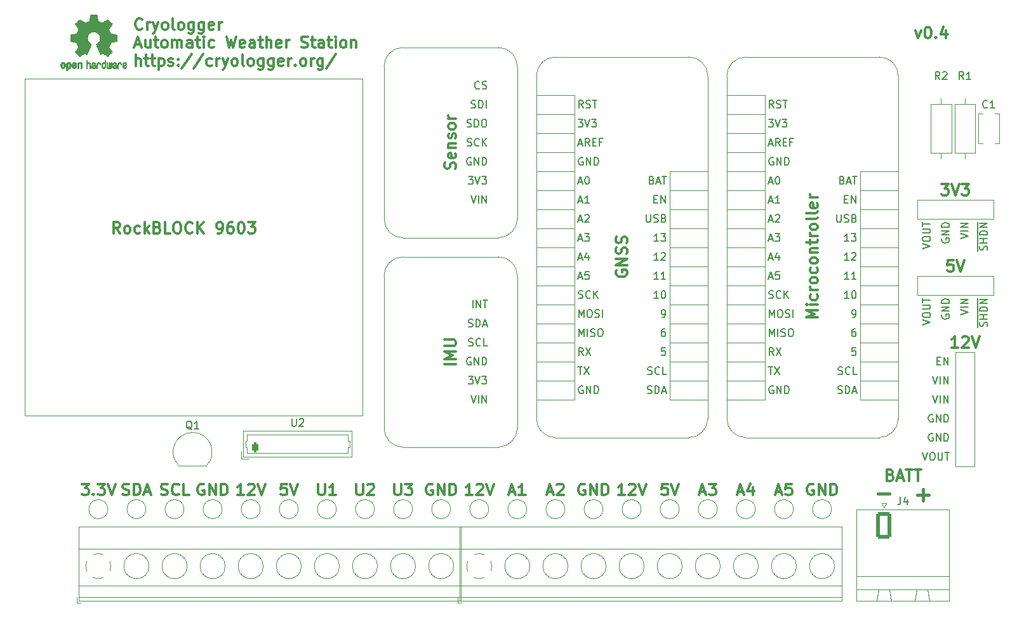
<source format=gto>
G04 #@! TF.GenerationSoftware,KiCad,Pcbnew,7.0.5-0*
G04 #@! TF.CreationDate,2023-06-10T23:19:26+02:00*
G04 #@! TF.ProjectId,Cryologger AWS,4372796f-6c6f-4676-9765-72204157532e,rev?*
G04 #@! TF.SameCoordinates,Original*
G04 #@! TF.FileFunction,Legend,Top*
G04 #@! TF.FilePolarity,Positive*
%FSLAX46Y46*%
G04 Gerber Fmt 4.6, Leading zero omitted, Abs format (unit mm)*
G04 Created by KiCad (PCBNEW 7.0.5-0) date 2023-06-10 23:19:26*
%MOMM*%
%LPD*%
G01*
G04 APERTURE LIST*
G04 Aperture macros list*
%AMRoundRect*
0 Rectangle with rounded corners*
0 $1 Rounding radius*
0 $2 $3 $4 $5 $6 $7 $8 $9 X,Y pos of 4 corners*
0 Add a 4 corners polygon primitive as box body*
4,1,4,$2,$3,$4,$5,$6,$7,$8,$9,$2,$3,0*
0 Add four circle primitives for the rounded corners*
1,1,$1+$1,$2,$3*
1,1,$1+$1,$4,$5*
1,1,$1+$1,$6,$7*
1,1,$1+$1,$8,$9*
0 Add four rect primitives between the rounded corners*
20,1,$1+$1,$2,$3,$4,$5,0*
20,1,$1+$1,$4,$5,$6,$7,0*
20,1,$1+$1,$6,$7,$8,$9,0*
20,1,$1+$1,$8,$9,$2,$3,0*%
G04 Aperture macros list end*
%ADD10C,0.300000*%
%ADD11C,0.400000*%
%ADD12C,0.150000*%
%ADD13C,0.120000*%
%ADD14C,0.010000*%
%ADD15C,6.000000*%
%ADD16C,4.999990*%
%ADD17RoundRect,0.249999X-0.790001X-1.550001X0.790001X-1.550001X0.790001X1.550001X-0.790001X1.550001X0*%
%ADD18O,2.080000X3.600000*%
%ADD19C,1.600000*%
%ADD20O,1.600000X1.600000*%
%ADD21C,1.524000*%
%ADD22R,2.600000X2.600000*%
%ADD23C,2.600000*%
%ADD24C,3.810000*%
%ADD25C,2.540000*%
%ADD26C,1.778000*%
%ADD27R,1.300000X1.300000*%
%ADD28C,1.300000*%
%ADD29C,2.000000*%
%ADD30RoundRect,0.200000X-0.200000X-0.450000X0.200000X-0.450000X0.200000X0.450000X-0.200000X0.450000X0*%
%ADD31O,0.800000X1.300000*%
G04 APERTURE END LIST*
D10*
X146728328Y-104512857D02*
X145228328Y-104512857D01*
X146728328Y-103798571D02*
X145228328Y-103798571D01*
X145228328Y-103798571D02*
X146299757Y-103298571D01*
X146299757Y-103298571D02*
X145228328Y-102798571D01*
X145228328Y-102798571D02*
X146728328Y-102798571D01*
X145228328Y-102084285D02*
X146442614Y-102084285D01*
X146442614Y-102084285D02*
X146585471Y-102012856D01*
X146585471Y-102012856D02*
X146656900Y-101941428D01*
X146656900Y-101941428D02*
X146728328Y-101798570D01*
X146728328Y-101798570D02*
X146728328Y-101512856D01*
X146728328Y-101512856D02*
X146656900Y-101369999D01*
X146656900Y-101369999D02*
X146585471Y-101298570D01*
X146585471Y-101298570D02*
X146442614Y-101227142D01*
X146442614Y-101227142D02*
X145228328Y-101227142D01*
X211502857Y-80458328D02*
X212431429Y-80458328D01*
X212431429Y-80458328D02*
X211931429Y-81029757D01*
X211931429Y-81029757D02*
X212145714Y-81029757D01*
X212145714Y-81029757D02*
X212288572Y-81101185D01*
X212288572Y-81101185D02*
X212360000Y-81172614D01*
X212360000Y-81172614D02*
X212431429Y-81315471D01*
X212431429Y-81315471D02*
X212431429Y-81672614D01*
X212431429Y-81672614D02*
X212360000Y-81815471D01*
X212360000Y-81815471D02*
X212288572Y-81886900D01*
X212288572Y-81886900D02*
X212145714Y-81958328D01*
X212145714Y-81958328D02*
X211717143Y-81958328D01*
X211717143Y-81958328D02*
X211574286Y-81886900D01*
X211574286Y-81886900D02*
X211502857Y-81815471D01*
X212860000Y-80458328D02*
X213360000Y-81958328D01*
X213360000Y-81958328D02*
X213860000Y-80458328D01*
X214217142Y-80458328D02*
X215145714Y-80458328D01*
X215145714Y-80458328D02*
X214645714Y-81029757D01*
X214645714Y-81029757D02*
X214859999Y-81029757D01*
X214859999Y-81029757D02*
X215002857Y-81101185D01*
X215002857Y-81101185D02*
X215074285Y-81172614D01*
X215074285Y-81172614D02*
X215145714Y-81315471D01*
X215145714Y-81315471D02*
X215145714Y-81672614D01*
X215145714Y-81672614D02*
X215074285Y-81815471D01*
X215074285Y-81815471D02*
X215002857Y-81886900D01*
X215002857Y-81886900D02*
X214859999Y-81958328D01*
X214859999Y-81958328D02*
X214431428Y-81958328D01*
X214431428Y-81958328D02*
X214288571Y-81886900D01*
X214288571Y-81886900D02*
X214217142Y-81815471D01*
X213074286Y-90618328D02*
X212360000Y-90618328D01*
X212360000Y-90618328D02*
X212288572Y-91332614D01*
X212288572Y-91332614D02*
X212360000Y-91261185D01*
X212360000Y-91261185D02*
X212502858Y-91189757D01*
X212502858Y-91189757D02*
X212860000Y-91189757D01*
X212860000Y-91189757D02*
X213002858Y-91261185D01*
X213002858Y-91261185D02*
X213074286Y-91332614D01*
X213074286Y-91332614D02*
X213145715Y-91475471D01*
X213145715Y-91475471D02*
X213145715Y-91832614D01*
X213145715Y-91832614D02*
X213074286Y-91975471D01*
X213074286Y-91975471D02*
X213002858Y-92046900D01*
X213002858Y-92046900D02*
X212860000Y-92118328D01*
X212860000Y-92118328D02*
X212502858Y-92118328D01*
X212502858Y-92118328D02*
X212360000Y-92046900D01*
X212360000Y-92046900D02*
X212288572Y-91975471D01*
X213574286Y-90618328D02*
X214074286Y-92118328D01*
X214074286Y-92118328D02*
X214574286Y-90618328D01*
D11*
X204596904Y-121777466D02*
X203073095Y-121777466D01*
X209057533Y-122681904D02*
X209057533Y-121158095D01*
X209819438Y-121919999D02*
X208295628Y-121919999D01*
D10*
X158948572Y-121534757D02*
X159662858Y-121534757D01*
X158805715Y-121963328D02*
X159305715Y-120463328D01*
X159305715Y-120463328D02*
X159805715Y-121963328D01*
X160234286Y-120606185D02*
X160305714Y-120534757D01*
X160305714Y-120534757D02*
X160448572Y-120463328D01*
X160448572Y-120463328D02*
X160805714Y-120463328D01*
X160805714Y-120463328D02*
X160948572Y-120534757D01*
X160948572Y-120534757D02*
X161020000Y-120606185D01*
X161020000Y-120606185D02*
X161091429Y-120749042D01*
X161091429Y-120749042D02*
X161091429Y-120891900D01*
X161091429Y-120891900D02*
X161020000Y-121106185D01*
X161020000Y-121106185D02*
X160162857Y-121963328D01*
X160162857Y-121963328D02*
X161091429Y-121963328D01*
X153868572Y-121534757D02*
X154582858Y-121534757D01*
X153725715Y-121963328D02*
X154225715Y-120463328D01*
X154225715Y-120463328D02*
X154725715Y-121963328D01*
X156011429Y-121963328D02*
X155154286Y-121963328D01*
X155582857Y-121963328D02*
X155582857Y-120463328D01*
X155582857Y-120463328D02*
X155440000Y-120677614D01*
X155440000Y-120677614D02*
X155297143Y-120820471D01*
X155297143Y-120820471D02*
X155154286Y-120891900D01*
X101954286Y-87038328D02*
X101454286Y-86324042D01*
X101097143Y-87038328D02*
X101097143Y-85538328D01*
X101097143Y-85538328D02*
X101668572Y-85538328D01*
X101668572Y-85538328D02*
X101811429Y-85609757D01*
X101811429Y-85609757D02*
X101882858Y-85681185D01*
X101882858Y-85681185D02*
X101954286Y-85824042D01*
X101954286Y-85824042D02*
X101954286Y-86038328D01*
X101954286Y-86038328D02*
X101882858Y-86181185D01*
X101882858Y-86181185D02*
X101811429Y-86252614D01*
X101811429Y-86252614D02*
X101668572Y-86324042D01*
X101668572Y-86324042D02*
X101097143Y-86324042D01*
X102811429Y-87038328D02*
X102668572Y-86966900D01*
X102668572Y-86966900D02*
X102597143Y-86895471D01*
X102597143Y-86895471D02*
X102525715Y-86752614D01*
X102525715Y-86752614D02*
X102525715Y-86324042D01*
X102525715Y-86324042D02*
X102597143Y-86181185D01*
X102597143Y-86181185D02*
X102668572Y-86109757D01*
X102668572Y-86109757D02*
X102811429Y-86038328D01*
X102811429Y-86038328D02*
X103025715Y-86038328D01*
X103025715Y-86038328D02*
X103168572Y-86109757D01*
X103168572Y-86109757D02*
X103240001Y-86181185D01*
X103240001Y-86181185D02*
X103311429Y-86324042D01*
X103311429Y-86324042D02*
X103311429Y-86752614D01*
X103311429Y-86752614D02*
X103240001Y-86895471D01*
X103240001Y-86895471D02*
X103168572Y-86966900D01*
X103168572Y-86966900D02*
X103025715Y-87038328D01*
X103025715Y-87038328D02*
X102811429Y-87038328D01*
X104597144Y-86966900D02*
X104454286Y-87038328D01*
X104454286Y-87038328D02*
X104168572Y-87038328D01*
X104168572Y-87038328D02*
X104025715Y-86966900D01*
X104025715Y-86966900D02*
X103954286Y-86895471D01*
X103954286Y-86895471D02*
X103882858Y-86752614D01*
X103882858Y-86752614D02*
X103882858Y-86324042D01*
X103882858Y-86324042D02*
X103954286Y-86181185D01*
X103954286Y-86181185D02*
X104025715Y-86109757D01*
X104025715Y-86109757D02*
X104168572Y-86038328D01*
X104168572Y-86038328D02*
X104454286Y-86038328D01*
X104454286Y-86038328D02*
X104597144Y-86109757D01*
X105240000Y-87038328D02*
X105240000Y-85538328D01*
X105382858Y-86466900D02*
X105811429Y-87038328D01*
X105811429Y-86038328D02*
X105240000Y-86609757D01*
X106954286Y-86252614D02*
X107168572Y-86324042D01*
X107168572Y-86324042D02*
X107240001Y-86395471D01*
X107240001Y-86395471D02*
X107311429Y-86538328D01*
X107311429Y-86538328D02*
X107311429Y-86752614D01*
X107311429Y-86752614D02*
X107240001Y-86895471D01*
X107240001Y-86895471D02*
X107168572Y-86966900D01*
X107168572Y-86966900D02*
X107025715Y-87038328D01*
X107025715Y-87038328D02*
X106454286Y-87038328D01*
X106454286Y-87038328D02*
X106454286Y-85538328D01*
X106454286Y-85538328D02*
X106954286Y-85538328D01*
X106954286Y-85538328D02*
X107097144Y-85609757D01*
X107097144Y-85609757D02*
X107168572Y-85681185D01*
X107168572Y-85681185D02*
X107240001Y-85824042D01*
X107240001Y-85824042D02*
X107240001Y-85966900D01*
X107240001Y-85966900D02*
X107168572Y-86109757D01*
X107168572Y-86109757D02*
X107097144Y-86181185D01*
X107097144Y-86181185D02*
X106954286Y-86252614D01*
X106954286Y-86252614D02*
X106454286Y-86252614D01*
X108668572Y-87038328D02*
X107954286Y-87038328D01*
X107954286Y-87038328D02*
X107954286Y-85538328D01*
X109454287Y-85538328D02*
X109740001Y-85538328D01*
X109740001Y-85538328D02*
X109882858Y-85609757D01*
X109882858Y-85609757D02*
X110025715Y-85752614D01*
X110025715Y-85752614D02*
X110097144Y-86038328D01*
X110097144Y-86038328D02*
X110097144Y-86538328D01*
X110097144Y-86538328D02*
X110025715Y-86824042D01*
X110025715Y-86824042D02*
X109882858Y-86966900D01*
X109882858Y-86966900D02*
X109740001Y-87038328D01*
X109740001Y-87038328D02*
X109454287Y-87038328D01*
X109454287Y-87038328D02*
X109311430Y-86966900D01*
X109311430Y-86966900D02*
X109168572Y-86824042D01*
X109168572Y-86824042D02*
X109097144Y-86538328D01*
X109097144Y-86538328D02*
X109097144Y-86038328D01*
X109097144Y-86038328D02*
X109168572Y-85752614D01*
X109168572Y-85752614D02*
X109311430Y-85609757D01*
X109311430Y-85609757D02*
X109454287Y-85538328D01*
X111597144Y-86895471D02*
X111525716Y-86966900D01*
X111525716Y-86966900D02*
X111311430Y-87038328D01*
X111311430Y-87038328D02*
X111168573Y-87038328D01*
X111168573Y-87038328D02*
X110954287Y-86966900D01*
X110954287Y-86966900D02*
X110811430Y-86824042D01*
X110811430Y-86824042D02*
X110740001Y-86681185D01*
X110740001Y-86681185D02*
X110668573Y-86395471D01*
X110668573Y-86395471D02*
X110668573Y-86181185D01*
X110668573Y-86181185D02*
X110740001Y-85895471D01*
X110740001Y-85895471D02*
X110811430Y-85752614D01*
X110811430Y-85752614D02*
X110954287Y-85609757D01*
X110954287Y-85609757D02*
X111168573Y-85538328D01*
X111168573Y-85538328D02*
X111311430Y-85538328D01*
X111311430Y-85538328D02*
X111525716Y-85609757D01*
X111525716Y-85609757D02*
X111597144Y-85681185D01*
X112240001Y-87038328D02*
X112240001Y-85538328D01*
X113097144Y-87038328D02*
X112454287Y-86181185D01*
X113097144Y-85538328D02*
X112240001Y-86395471D01*
X114954287Y-87038328D02*
X115240001Y-87038328D01*
X115240001Y-87038328D02*
X115382858Y-86966900D01*
X115382858Y-86966900D02*
X115454287Y-86895471D01*
X115454287Y-86895471D02*
X115597144Y-86681185D01*
X115597144Y-86681185D02*
X115668573Y-86395471D01*
X115668573Y-86395471D02*
X115668573Y-85824042D01*
X115668573Y-85824042D02*
X115597144Y-85681185D01*
X115597144Y-85681185D02*
X115525716Y-85609757D01*
X115525716Y-85609757D02*
X115382858Y-85538328D01*
X115382858Y-85538328D02*
X115097144Y-85538328D01*
X115097144Y-85538328D02*
X114954287Y-85609757D01*
X114954287Y-85609757D02*
X114882858Y-85681185D01*
X114882858Y-85681185D02*
X114811430Y-85824042D01*
X114811430Y-85824042D02*
X114811430Y-86181185D01*
X114811430Y-86181185D02*
X114882858Y-86324042D01*
X114882858Y-86324042D02*
X114954287Y-86395471D01*
X114954287Y-86395471D02*
X115097144Y-86466900D01*
X115097144Y-86466900D02*
X115382858Y-86466900D01*
X115382858Y-86466900D02*
X115525716Y-86395471D01*
X115525716Y-86395471D02*
X115597144Y-86324042D01*
X115597144Y-86324042D02*
X115668573Y-86181185D01*
X116954287Y-85538328D02*
X116668572Y-85538328D01*
X116668572Y-85538328D02*
X116525715Y-85609757D01*
X116525715Y-85609757D02*
X116454287Y-85681185D01*
X116454287Y-85681185D02*
X116311429Y-85895471D01*
X116311429Y-85895471D02*
X116240001Y-86181185D01*
X116240001Y-86181185D02*
X116240001Y-86752614D01*
X116240001Y-86752614D02*
X116311429Y-86895471D01*
X116311429Y-86895471D02*
X116382858Y-86966900D01*
X116382858Y-86966900D02*
X116525715Y-87038328D01*
X116525715Y-87038328D02*
X116811429Y-87038328D01*
X116811429Y-87038328D02*
X116954287Y-86966900D01*
X116954287Y-86966900D02*
X117025715Y-86895471D01*
X117025715Y-86895471D02*
X117097144Y-86752614D01*
X117097144Y-86752614D02*
X117097144Y-86395471D01*
X117097144Y-86395471D02*
X117025715Y-86252614D01*
X117025715Y-86252614D02*
X116954287Y-86181185D01*
X116954287Y-86181185D02*
X116811429Y-86109757D01*
X116811429Y-86109757D02*
X116525715Y-86109757D01*
X116525715Y-86109757D02*
X116382858Y-86181185D01*
X116382858Y-86181185D02*
X116311429Y-86252614D01*
X116311429Y-86252614D02*
X116240001Y-86395471D01*
X118025715Y-85538328D02*
X118168572Y-85538328D01*
X118168572Y-85538328D02*
X118311429Y-85609757D01*
X118311429Y-85609757D02*
X118382858Y-85681185D01*
X118382858Y-85681185D02*
X118454286Y-85824042D01*
X118454286Y-85824042D02*
X118525715Y-86109757D01*
X118525715Y-86109757D02*
X118525715Y-86466900D01*
X118525715Y-86466900D02*
X118454286Y-86752614D01*
X118454286Y-86752614D02*
X118382858Y-86895471D01*
X118382858Y-86895471D02*
X118311429Y-86966900D01*
X118311429Y-86966900D02*
X118168572Y-87038328D01*
X118168572Y-87038328D02*
X118025715Y-87038328D01*
X118025715Y-87038328D02*
X117882858Y-86966900D01*
X117882858Y-86966900D02*
X117811429Y-86895471D01*
X117811429Y-86895471D02*
X117740000Y-86752614D01*
X117740000Y-86752614D02*
X117668572Y-86466900D01*
X117668572Y-86466900D02*
X117668572Y-86109757D01*
X117668572Y-86109757D02*
X117740000Y-85824042D01*
X117740000Y-85824042D02*
X117811429Y-85681185D01*
X117811429Y-85681185D02*
X117882858Y-85609757D01*
X117882858Y-85609757D02*
X118025715Y-85538328D01*
X119025714Y-85538328D02*
X119954286Y-85538328D01*
X119954286Y-85538328D02*
X119454286Y-86109757D01*
X119454286Y-86109757D02*
X119668571Y-86109757D01*
X119668571Y-86109757D02*
X119811429Y-86181185D01*
X119811429Y-86181185D02*
X119882857Y-86252614D01*
X119882857Y-86252614D02*
X119954286Y-86395471D01*
X119954286Y-86395471D02*
X119954286Y-86752614D01*
X119954286Y-86752614D02*
X119882857Y-86895471D01*
X119882857Y-86895471D02*
X119811429Y-86966900D01*
X119811429Y-86966900D02*
X119668571Y-87038328D01*
X119668571Y-87038328D02*
X119240000Y-87038328D01*
X119240000Y-87038328D02*
X119097143Y-86966900D01*
X119097143Y-86966900D02*
X119025714Y-86895471D01*
X163957143Y-120534757D02*
X163814286Y-120463328D01*
X163814286Y-120463328D02*
X163600000Y-120463328D01*
X163600000Y-120463328D02*
X163385714Y-120534757D01*
X163385714Y-120534757D02*
X163242857Y-120677614D01*
X163242857Y-120677614D02*
X163171428Y-120820471D01*
X163171428Y-120820471D02*
X163100000Y-121106185D01*
X163100000Y-121106185D02*
X163100000Y-121320471D01*
X163100000Y-121320471D02*
X163171428Y-121606185D01*
X163171428Y-121606185D02*
X163242857Y-121749042D01*
X163242857Y-121749042D02*
X163385714Y-121891900D01*
X163385714Y-121891900D02*
X163600000Y-121963328D01*
X163600000Y-121963328D02*
X163742857Y-121963328D01*
X163742857Y-121963328D02*
X163957143Y-121891900D01*
X163957143Y-121891900D02*
X164028571Y-121820471D01*
X164028571Y-121820471D02*
X164028571Y-121320471D01*
X164028571Y-121320471D02*
X163742857Y-121320471D01*
X164671428Y-121963328D02*
X164671428Y-120463328D01*
X164671428Y-120463328D02*
X165528571Y-121963328D01*
X165528571Y-121963328D02*
X165528571Y-120463328D01*
X166242857Y-121963328D02*
X166242857Y-120463328D01*
X166242857Y-120463328D02*
X166600000Y-120463328D01*
X166600000Y-120463328D02*
X166814286Y-120534757D01*
X166814286Y-120534757D02*
X166957143Y-120677614D01*
X166957143Y-120677614D02*
X167028572Y-120820471D01*
X167028572Y-120820471D02*
X167100000Y-121106185D01*
X167100000Y-121106185D02*
X167100000Y-121320471D01*
X167100000Y-121320471D02*
X167028572Y-121606185D01*
X167028572Y-121606185D02*
X166957143Y-121749042D01*
X166957143Y-121749042D02*
X166814286Y-121891900D01*
X166814286Y-121891900D02*
X166600000Y-121963328D01*
X166600000Y-121963328D02*
X166242857Y-121963328D01*
X143637143Y-120534757D02*
X143494286Y-120463328D01*
X143494286Y-120463328D02*
X143280000Y-120463328D01*
X143280000Y-120463328D02*
X143065714Y-120534757D01*
X143065714Y-120534757D02*
X142922857Y-120677614D01*
X142922857Y-120677614D02*
X142851428Y-120820471D01*
X142851428Y-120820471D02*
X142780000Y-121106185D01*
X142780000Y-121106185D02*
X142780000Y-121320471D01*
X142780000Y-121320471D02*
X142851428Y-121606185D01*
X142851428Y-121606185D02*
X142922857Y-121749042D01*
X142922857Y-121749042D02*
X143065714Y-121891900D01*
X143065714Y-121891900D02*
X143280000Y-121963328D01*
X143280000Y-121963328D02*
X143422857Y-121963328D01*
X143422857Y-121963328D02*
X143637143Y-121891900D01*
X143637143Y-121891900D02*
X143708571Y-121820471D01*
X143708571Y-121820471D02*
X143708571Y-121320471D01*
X143708571Y-121320471D02*
X143422857Y-121320471D01*
X144351428Y-121963328D02*
X144351428Y-120463328D01*
X144351428Y-120463328D02*
X145208571Y-121963328D01*
X145208571Y-121963328D02*
X145208571Y-120463328D01*
X145922857Y-121963328D02*
X145922857Y-120463328D01*
X145922857Y-120463328D02*
X146280000Y-120463328D01*
X146280000Y-120463328D02*
X146494286Y-120534757D01*
X146494286Y-120534757D02*
X146637143Y-120677614D01*
X146637143Y-120677614D02*
X146708572Y-120820471D01*
X146708572Y-120820471D02*
X146780000Y-121106185D01*
X146780000Y-121106185D02*
X146780000Y-121320471D01*
X146780000Y-121320471D02*
X146708572Y-121606185D01*
X146708572Y-121606185D02*
X146637143Y-121749042D01*
X146637143Y-121749042D02*
X146494286Y-121891900D01*
X146494286Y-121891900D02*
X146280000Y-121963328D01*
X146280000Y-121963328D02*
X145922857Y-121963328D01*
X118451429Y-121963328D02*
X117594286Y-121963328D01*
X118022857Y-121963328D02*
X118022857Y-120463328D01*
X118022857Y-120463328D02*
X117880000Y-120677614D01*
X117880000Y-120677614D02*
X117737143Y-120820471D01*
X117737143Y-120820471D02*
X117594286Y-120891900D01*
X119022857Y-120606185D02*
X119094285Y-120534757D01*
X119094285Y-120534757D02*
X119237143Y-120463328D01*
X119237143Y-120463328D02*
X119594285Y-120463328D01*
X119594285Y-120463328D02*
X119737143Y-120534757D01*
X119737143Y-120534757D02*
X119808571Y-120606185D01*
X119808571Y-120606185D02*
X119880000Y-120749042D01*
X119880000Y-120749042D02*
X119880000Y-120891900D01*
X119880000Y-120891900D02*
X119808571Y-121106185D01*
X119808571Y-121106185D02*
X118951428Y-121963328D01*
X118951428Y-121963328D02*
X119880000Y-121963328D01*
X120308571Y-120463328D02*
X120808571Y-121963328D01*
X120808571Y-121963328D02*
X121308571Y-120463328D01*
X113157143Y-120534757D02*
X113014286Y-120463328D01*
X113014286Y-120463328D02*
X112800000Y-120463328D01*
X112800000Y-120463328D02*
X112585714Y-120534757D01*
X112585714Y-120534757D02*
X112442857Y-120677614D01*
X112442857Y-120677614D02*
X112371428Y-120820471D01*
X112371428Y-120820471D02*
X112300000Y-121106185D01*
X112300000Y-121106185D02*
X112300000Y-121320471D01*
X112300000Y-121320471D02*
X112371428Y-121606185D01*
X112371428Y-121606185D02*
X112442857Y-121749042D01*
X112442857Y-121749042D02*
X112585714Y-121891900D01*
X112585714Y-121891900D02*
X112800000Y-121963328D01*
X112800000Y-121963328D02*
X112942857Y-121963328D01*
X112942857Y-121963328D02*
X113157143Y-121891900D01*
X113157143Y-121891900D02*
X113228571Y-121820471D01*
X113228571Y-121820471D02*
X113228571Y-121320471D01*
X113228571Y-121320471D02*
X112942857Y-121320471D01*
X113871428Y-121963328D02*
X113871428Y-120463328D01*
X113871428Y-120463328D02*
X114728571Y-121963328D01*
X114728571Y-121963328D02*
X114728571Y-120463328D01*
X115442857Y-121963328D02*
X115442857Y-120463328D01*
X115442857Y-120463328D02*
X115800000Y-120463328D01*
X115800000Y-120463328D02*
X116014286Y-120534757D01*
X116014286Y-120534757D02*
X116157143Y-120677614D01*
X116157143Y-120677614D02*
X116228572Y-120820471D01*
X116228572Y-120820471D02*
X116300000Y-121106185D01*
X116300000Y-121106185D02*
X116300000Y-121320471D01*
X116300000Y-121320471D02*
X116228572Y-121606185D01*
X116228572Y-121606185D02*
X116157143Y-121749042D01*
X116157143Y-121749042D02*
X116014286Y-121891900D01*
X116014286Y-121891900D02*
X115800000Y-121963328D01*
X115800000Y-121963328D02*
X115442857Y-121963328D01*
X138557142Y-120463328D02*
X138557142Y-121677614D01*
X138557142Y-121677614D02*
X138628571Y-121820471D01*
X138628571Y-121820471D02*
X138700000Y-121891900D01*
X138700000Y-121891900D02*
X138842857Y-121963328D01*
X138842857Y-121963328D02*
X139128571Y-121963328D01*
X139128571Y-121963328D02*
X139271428Y-121891900D01*
X139271428Y-121891900D02*
X139342857Y-121820471D01*
X139342857Y-121820471D02*
X139414285Y-121677614D01*
X139414285Y-121677614D02*
X139414285Y-120463328D01*
X139985714Y-120463328D02*
X140914286Y-120463328D01*
X140914286Y-120463328D02*
X140414286Y-121034757D01*
X140414286Y-121034757D02*
X140628571Y-121034757D01*
X140628571Y-121034757D02*
X140771429Y-121106185D01*
X140771429Y-121106185D02*
X140842857Y-121177614D01*
X140842857Y-121177614D02*
X140914286Y-121320471D01*
X140914286Y-121320471D02*
X140914286Y-121677614D01*
X140914286Y-121677614D02*
X140842857Y-121820471D01*
X140842857Y-121820471D02*
X140771429Y-121891900D01*
X140771429Y-121891900D02*
X140628571Y-121963328D01*
X140628571Y-121963328D02*
X140200000Y-121963328D01*
X140200000Y-121963328D02*
X140057143Y-121891900D01*
X140057143Y-121891900D02*
X139985714Y-121820471D01*
X194437143Y-120534757D02*
X194294286Y-120463328D01*
X194294286Y-120463328D02*
X194080000Y-120463328D01*
X194080000Y-120463328D02*
X193865714Y-120534757D01*
X193865714Y-120534757D02*
X193722857Y-120677614D01*
X193722857Y-120677614D02*
X193651428Y-120820471D01*
X193651428Y-120820471D02*
X193580000Y-121106185D01*
X193580000Y-121106185D02*
X193580000Y-121320471D01*
X193580000Y-121320471D02*
X193651428Y-121606185D01*
X193651428Y-121606185D02*
X193722857Y-121749042D01*
X193722857Y-121749042D02*
X193865714Y-121891900D01*
X193865714Y-121891900D02*
X194080000Y-121963328D01*
X194080000Y-121963328D02*
X194222857Y-121963328D01*
X194222857Y-121963328D02*
X194437143Y-121891900D01*
X194437143Y-121891900D02*
X194508571Y-121820471D01*
X194508571Y-121820471D02*
X194508571Y-121320471D01*
X194508571Y-121320471D02*
X194222857Y-121320471D01*
X195151428Y-121963328D02*
X195151428Y-120463328D01*
X195151428Y-120463328D02*
X196008571Y-121963328D01*
X196008571Y-121963328D02*
X196008571Y-120463328D01*
X196722857Y-121963328D02*
X196722857Y-120463328D01*
X196722857Y-120463328D02*
X197080000Y-120463328D01*
X197080000Y-120463328D02*
X197294286Y-120534757D01*
X197294286Y-120534757D02*
X197437143Y-120677614D01*
X197437143Y-120677614D02*
X197508572Y-120820471D01*
X197508572Y-120820471D02*
X197580000Y-121106185D01*
X197580000Y-121106185D02*
X197580000Y-121320471D01*
X197580000Y-121320471D02*
X197508572Y-121606185D01*
X197508572Y-121606185D02*
X197437143Y-121749042D01*
X197437143Y-121749042D02*
X197294286Y-121891900D01*
X197294286Y-121891900D02*
X197080000Y-121963328D01*
X197080000Y-121963328D02*
X196722857Y-121963328D01*
X146656900Y-78429999D02*
X146728328Y-78215714D01*
X146728328Y-78215714D02*
X146728328Y-77858571D01*
X146728328Y-77858571D02*
X146656900Y-77715714D01*
X146656900Y-77715714D02*
X146585471Y-77644285D01*
X146585471Y-77644285D02*
X146442614Y-77572856D01*
X146442614Y-77572856D02*
X146299757Y-77572856D01*
X146299757Y-77572856D02*
X146156900Y-77644285D01*
X146156900Y-77644285D02*
X146085471Y-77715714D01*
X146085471Y-77715714D02*
X146014042Y-77858571D01*
X146014042Y-77858571D02*
X145942614Y-78144285D01*
X145942614Y-78144285D02*
X145871185Y-78287142D01*
X145871185Y-78287142D02*
X145799757Y-78358571D01*
X145799757Y-78358571D02*
X145656900Y-78429999D01*
X145656900Y-78429999D02*
X145514042Y-78429999D01*
X145514042Y-78429999D02*
X145371185Y-78358571D01*
X145371185Y-78358571D02*
X145299757Y-78287142D01*
X145299757Y-78287142D02*
X145228328Y-78144285D01*
X145228328Y-78144285D02*
X145228328Y-77787142D01*
X145228328Y-77787142D02*
X145299757Y-77572856D01*
X146656900Y-76358571D02*
X146728328Y-76501428D01*
X146728328Y-76501428D02*
X146728328Y-76787143D01*
X146728328Y-76787143D02*
X146656900Y-76930000D01*
X146656900Y-76930000D02*
X146514042Y-77001428D01*
X146514042Y-77001428D02*
X145942614Y-77001428D01*
X145942614Y-77001428D02*
X145799757Y-76930000D01*
X145799757Y-76930000D02*
X145728328Y-76787143D01*
X145728328Y-76787143D02*
X145728328Y-76501428D01*
X145728328Y-76501428D02*
X145799757Y-76358571D01*
X145799757Y-76358571D02*
X145942614Y-76287143D01*
X145942614Y-76287143D02*
X146085471Y-76287143D01*
X146085471Y-76287143D02*
X146228328Y-77001428D01*
X145728328Y-75644286D02*
X146728328Y-75644286D01*
X145871185Y-75644286D02*
X145799757Y-75572857D01*
X145799757Y-75572857D02*
X145728328Y-75430000D01*
X145728328Y-75430000D02*
X145728328Y-75215714D01*
X145728328Y-75215714D02*
X145799757Y-75072857D01*
X145799757Y-75072857D02*
X145942614Y-75001429D01*
X145942614Y-75001429D02*
X146728328Y-75001429D01*
X146656900Y-74358571D02*
X146728328Y-74215714D01*
X146728328Y-74215714D02*
X146728328Y-73930000D01*
X146728328Y-73930000D02*
X146656900Y-73787143D01*
X146656900Y-73787143D02*
X146514042Y-73715714D01*
X146514042Y-73715714D02*
X146442614Y-73715714D01*
X146442614Y-73715714D02*
X146299757Y-73787143D01*
X146299757Y-73787143D02*
X146228328Y-73930000D01*
X146228328Y-73930000D02*
X146228328Y-74144286D01*
X146228328Y-74144286D02*
X146156900Y-74287143D01*
X146156900Y-74287143D02*
X146014042Y-74358571D01*
X146014042Y-74358571D02*
X145942614Y-74358571D01*
X145942614Y-74358571D02*
X145799757Y-74287143D01*
X145799757Y-74287143D02*
X145728328Y-74144286D01*
X145728328Y-74144286D02*
X145728328Y-73930000D01*
X145728328Y-73930000D02*
X145799757Y-73787143D01*
X146728328Y-72858571D02*
X146656900Y-73001428D01*
X146656900Y-73001428D02*
X146585471Y-73072857D01*
X146585471Y-73072857D02*
X146442614Y-73144285D01*
X146442614Y-73144285D02*
X146014042Y-73144285D01*
X146014042Y-73144285D02*
X145871185Y-73072857D01*
X145871185Y-73072857D02*
X145799757Y-73001428D01*
X145799757Y-73001428D02*
X145728328Y-72858571D01*
X145728328Y-72858571D02*
X145728328Y-72644285D01*
X145728328Y-72644285D02*
X145799757Y-72501428D01*
X145799757Y-72501428D02*
X145871185Y-72430000D01*
X145871185Y-72430000D02*
X146014042Y-72358571D01*
X146014042Y-72358571D02*
X146442614Y-72358571D01*
X146442614Y-72358571D02*
X146585471Y-72430000D01*
X146585471Y-72430000D02*
X146656900Y-72501428D01*
X146656900Y-72501428D02*
X146728328Y-72644285D01*
X146728328Y-72644285D02*
X146728328Y-72858571D01*
X146728328Y-71715714D02*
X145728328Y-71715714D01*
X146014042Y-71715714D02*
X145871185Y-71644285D01*
X145871185Y-71644285D02*
X145799757Y-71572857D01*
X145799757Y-71572857D02*
X145728328Y-71429999D01*
X145728328Y-71429999D02*
X145728328Y-71287142D01*
X102318572Y-121891900D02*
X102532858Y-121963328D01*
X102532858Y-121963328D02*
X102890000Y-121963328D01*
X102890000Y-121963328D02*
X103032858Y-121891900D01*
X103032858Y-121891900D02*
X103104286Y-121820471D01*
X103104286Y-121820471D02*
X103175715Y-121677614D01*
X103175715Y-121677614D02*
X103175715Y-121534757D01*
X103175715Y-121534757D02*
X103104286Y-121391900D01*
X103104286Y-121391900D02*
X103032858Y-121320471D01*
X103032858Y-121320471D02*
X102890000Y-121249042D01*
X102890000Y-121249042D02*
X102604286Y-121177614D01*
X102604286Y-121177614D02*
X102461429Y-121106185D01*
X102461429Y-121106185D02*
X102390000Y-121034757D01*
X102390000Y-121034757D02*
X102318572Y-120891900D01*
X102318572Y-120891900D02*
X102318572Y-120749042D01*
X102318572Y-120749042D02*
X102390000Y-120606185D01*
X102390000Y-120606185D02*
X102461429Y-120534757D01*
X102461429Y-120534757D02*
X102604286Y-120463328D01*
X102604286Y-120463328D02*
X102961429Y-120463328D01*
X102961429Y-120463328D02*
X103175715Y-120534757D01*
X103818571Y-121963328D02*
X103818571Y-120463328D01*
X103818571Y-120463328D02*
X104175714Y-120463328D01*
X104175714Y-120463328D02*
X104390000Y-120534757D01*
X104390000Y-120534757D02*
X104532857Y-120677614D01*
X104532857Y-120677614D02*
X104604286Y-120820471D01*
X104604286Y-120820471D02*
X104675714Y-121106185D01*
X104675714Y-121106185D02*
X104675714Y-121320471D01*
X104675714Y-121320471D02*
X104604286Y-121606185D01*
X104604286Y-121606185D02*
X104532857Y-121749042D01*
X104532857Y-121749042D02*
X104390000Y-121891900D01*
X104390000Y-121891900D02*
X104175714Y-121963328D01*
X104175714Y-121963328D02*
X103818571Y-121963328D01*
X105247143Y-121534757D02*
X105961429Y-121534757D01*
X105104286Y-121963328D02*
X105604286Y-120463328D01*
X105604286Y-120463328D02*
X106104286Y-121963328D01*
X174974286Y-120463328D02*
X174260000Y-120463328D01*
X174260000Y-120463328D02*
X174188572Y-121177614D01*
X174188572Y-121177614D02*
X174260000Y-121106185D01*
X174260000Y-121106185D02*
X174402858Y-121034757D01*
X174402858Y-121034757D02*
X174760000Y-121034757D01*
X174760000Y-121034757D02*
X174902858Y-121106185D01*
X174902858Y-121106185D02*
X174974286Y-121177614D01*
X174974286Y-121177614D02*
X175045715Y-121320471D01*
X175045715Y-121320471D02*
X175045715Y-121677614D01*
X175045715Y-121677614D02*
X174974286Y-121820471D01*
X174974286Y-121820471D02*
X174902858Y-121891900D01*
X174902858Y-121891900D02*
X174760000Y-121963328D01*
X174760000Y-121963328D02*
X174402858Y-121963328D01*
X174402858Y-121963328D02*
X174260000Y-121891900D01*
X174260000Y-121891900D02*
X174188572Y-121820471D01*
X175474286Y-120463328D02*
X175974286Y-121963328D01*
X175974286Y-121963328D02*
X176474286Y-120463328D01*
X189428572Y-121534757D02*
X190142858Y-121534757D01*
X189285715Y-121963328D02*
X189785715Y-120463328D01*
X189785715Y-120463328D02*
X190285715Y-121963328D01*
X191500000Y-120463328D02*
X190785714Y-120463328D01*
X190785714Y-120463328D02*
X190714286Y-121177614D01*
X190714286Y-121177614D02*
X190785714Y-121106185D01*
X190785714Y-121106185D02*
X190928572Y-121034757D01*
X190928572Y-121034757D02*
X191285714Y-121034757D01*
X191285714Y-121034757D02*
X191428572Y-121106185D01*
X191428572Y-121106185D02*
X191500000Y-121177614D01*
X191500000Y-121177614D02*
X191571429Y-121320471D01*
X191571429Y-121320471D02*
X191571429Y-121677614D01*
X191571429Y-121677614D02*
X191500000Y-121820471D01*
X191500000Y-121820471D02*
X191428572Y-121891900D01*
X191428572Y-121891900D02*
X191285714Y-121963328D01*
X191285714Y-121963328D02*
X190928572Y-121963328D01*
X190928572Y-121963328D02*
X190785714Y-121891900D01*
X190785714Y-121891900D02*
X190714286Y-121820471D01*
X194988328Y-98277142D02*
X193488328Y-98277142D01*
X193488328Y-98277142D02*
X194559757Y-97777142D01*
X194559757Y-97777142D02*
X193488328Y-97277142D01*
X193488328Y-97277142D02*
X194988328Y-97277142D01*
X194988328Y-96562856D02*
X193988328Y-96562856D01*
X193488328Y-96562856D02*
X193559757Y-96634284D01*
X193559757Y-96634284D02*
X193631185Y-96562856D01*
X193631185Y-96562856D02*
X193559757Y-96491427D01*
X193559757Y-96491427D02*
X193488328Y-96562856D01*
X193488328Y-96562856D02*
X193631185Y-96562856D01*
X194916900Y-95205713D02*
X194988328Y-95348570D01*
X194988328Y-95348570D02*
X194988328Y-95634284D01*
X194988328Y-95634284D02*
X194916900Y-95777141D01*
X194916900Y-95777141D02*
X194845471Y-95848570D01*
X194845471Y-95848570D02*
X194702614Y-95919998D01*
X194702614Y-95919998D02*
X194274042Y-95919998D01*
X194274042Y-95919998D02*
X194131185Y-95848570D01*
X194131185Y-95848570D02*
X194059757Y-95777141D01*
X194059757Y-95777141D02*
X193988328Y-95634284D01*
X193988328Y-95634284D02*
X193988328Y-95348570D01*
X193988328Y-95348570D02*
X194059757Y-95205713D01*
X194988328Y-94562856D02*
X193988328Y-94562856D01*
X194274042Y-94562856D02*
X194131185Y-94491427D01*
X194131185Y-94491427D02*
X194059757Y-94419999D01*
X194059757Y-94419999D02*
X193988328Y-94277141D01*
X193988328Y-94277141D02*
X193988328Y-94134284D01*
X194988328Y-93419999D02*
X194916900Y-93562856D01*
X194916900Y-93562856D02*
X194845471Y-93634285D01*
X194845471Y-93634285D02*
X194702614Y-93705713D01*
X194702614Y-93705713D02*
X194274042Y-93705713D01*
X194274042Y-93705713D02*
X194131185Y-93634285D01*
X194131185Y-93634285D02*
X194059757Y-93562856D01*
X194059757Y-93562856D02*
X193988328Y-93419999D01*
X193988328Y-93419999D02*
X193988328Y-93205713D01*
X193988328Y-93205713D02*
X194059757Y-93062856D01*
X194059757Y-93062856D02*
X194131185Y-92991428D01*
X194131185Y-92991428D02*
X194274042Y-92919999D01*
X194274042Y-92919999D02*
X194702614Y-92919999D01*
X194702614Y-92919999D02*
X194845471Y-92991428D01*
X194845471Y-92991428D02*
X194916900Y-93062856D01*
X194916900Y-93062856D02*
X194988328Y-93205713D01*
X194988328Y-93205713D02*
X194988328Y-93419999D01*
X194916900Y-91634285D02*
X194988328Y-91777142D01*
X194988328Y-91777142D02*
X194988328Y-92062856D01*
X194988328Y-92062856D02*
X194916900Y-92205713D01*
X194916900Y-92205713D02*
X194845471Y-92277142D01*
X194845471Y-92277142D02*
X194702614Y-92348570D01*
X194702614Y-92348570D02*
X194274042Y-92348570D01*
X194274042Y-92348570D02*
X194131185Y-92277142D01*
X194131185Y-92277142D02*
X194059757Y-92205713D01*
X194059757Y-92205713D02*
X193988328Y-92062856D01*
X193988328Y-92062856D02*
X193988328Y-91777142D01*
X193988328Y-91777142D02*
X194059757Y-91634285D01*
X194988328Y-90777142D02*
X194916900Y-90919999D01*
X194916900Y-90919999D02*
X194845471Y-90991428D01*
X194845471Y-90991428D02*
X194702614Y-91062856D01*
X194702614Y-91062856D02*
X194274042Y-91062856D01*
X194274042Y-91062856D02*
X194131185Y-90991428D01*
X194131185Y-90991428D02*
X194059757Y-90919999D01*
X194059757Y-90919999D02*
X193988328Y-90777142D01*
X193988328Y-90777142D02*
X193988328Y-90562856D01*
X193988328Y-90562856D02*
X194059757Y-90419999D01*
X194059757Y-90419999D02*
X194131185Y-90348571D01*
X194131185Y-90348571D02*
X194274042Y-90277142D01*
X194274042Y-90277142D02*
X194702614Y-90277142D01*
X194702614Y-90277142D02*
X194845471Y-90348571D01*
X194845471Y-90348571D02*
X194916900Y-90419999D01*
X194916900Y-90419999D02*
X194988328Y-90562856D01*
X194988328Y-90562856D02*
X194988328Y-90777142D01*
X193988328Y-89634285D02*
X194988328Y-89634285D01*
X194131185Y-89634285D02*
X194059757Y-89562856D01*
X194059757Y-89562856D02*
X193988328Y-89419999D01*
X193988328Y-89419999D02*
X193988328Y-89205713D01*
X193988328Y-89205713D02*
X194059757Y-89062856D01*
X194059757Y-89062856D02*
X194202614Y-88991428D01*
X194202614Y-88991428D02*
X194988328Y-88991428D01*
X193988328Y-88491427D02*
X193988328Y-87919999D01*
X193488328Y-88277142D02*
X194774042Y-88277142D01*
X194774042Y-88277142D02*
X194916900Y-88205713D01*
X194916900Y-88205713D02*
X194988328Y-88062856D01*
X194988328Y-88062856D02*
X194988328Y-87919999D01*
X194988328Y-87419999D02*
X193988328Y-87419999D01*
X194274042Y-87419999D02*
X194131185Y-87348570D01*
X194131185Y-87348570D02*
X194059757Y-87277142D01*
X194059757Y-87277142D02*
X193988328Y-87134284D01*
X193988328Y-87134284D02*
X193988328Y-86991427D01*
X194988328Y-86277142D02*
X194916900Y-86419999D01*
X194916900Y-86419999D02*
X194845471Y-86491428D01*
X194845471Y-86491428D02*
X194702614Y-86562856D01*
X194702614Y-86562856D02*
X194274042Y-86562856D01*
X194274042Y-86562856D02*
X194131185Y-86491428D01*
X194131185Y-86491428D02*
X194059757Y-86419999D01*
X194059757Y-86419999D02*
X193988328Y-86277142D01*
X193988328Y-86277142D02*
X193988328Y-86062856D01*
X193988328Y-86062856D02*
X194059757Y-85919999D01*
X194059757Y-85919999D02*
X194131185Y-85848571D01*
X194131185Y-85848571D02*
X194274042Y-85777142D01*
X194274042Y-85777142D02*
X194702614Y-85777142D01*
X194702614Y-85777142D02*
X194845471Y-85848571D01*
X194845471Y-85848571D02*
X194916900Y-85919999D01*
X194916900Y-85919999D02*
X194988328Y-86062856D01*
X194988328Y-86062856D02*
X194988328Y-86277142D01*
X194988328Y-84919999D02*
X194916900Y-85062856D01*
X194916900Y-85062856D02*
X194774042Y-85134285D01*
X194774042Y-85134285D02*
X193488328Y-85134285D01*
X194988328Y-84134285D02*
X194916900Y-84277142D01*
X194916900Y-84277142D02*
X194774042Y-84348571D01*
X194774042Y-84348571D02*
X193488328Y-84348571D01*
X194916900Y-82991428D02*
X194988328Y-83134285D01*
X194988328Y-83134285D02*
X194988328Y-83420000D01*
X194988328Y-83420000D02*
X194916900Y-83562857D01*
X194916900Y-83562857D02*
X194774042Y-83634285D01*
X194774042Y-83634285D02*
X194202614Y-83634285D01*
X194202614Y-83634285D02*
X194059757Y-83562857D01*
X194059757Y-83562857D02*
X193988328Y-83420000D01*
X193988328Y-83420000D02*
X193988328Y-83134285D01*
X193988328Y-83134285D02*
X194059757Y-82991428D01*
X194059757Y-82991428D02*
X194202614Y-82920000D01*
X194202614Y-82920000D02*
X194345471Y-82920000D01*
X194345471Y-82920000D02*
X194488328Y-83634285D01*
X194988328Y-82277143D02*
X193988328Y-82277143D01*
X194274042Y-82277143D02*
X194131185Y-82205714D01*
X194131185Y-82205714D02*
X194059757Y-82134286D01*
X194059757Y-82134286D02*
X193988328Y-81991428D01*
X193988328Y-81991428D02*
X193988328Y-81848571D01*
X184348572Y-121534757D02*
X185062858Y-121534757D01*
X184205715Y-121963328D02*
X184705715Y-120463328D01*
X184705715Y-120463328D02*
X185205715Y-121963328D01*
X186348572Y-120963328D02*
X186348572Y-121963328D01*
X185991429Y-120391900D02*
X185634286Y-121463328D01*
X185634286Y-121463328D02*
X186562857Y-121463328D01*
X208056653Y-60003328D02*
X208413796Y-61003328D01*
X208413796Y-61003328D02*
X208770939Y-60003328D01*
X209628082Y-59503328D02*
X209770939Y-59503328D01*
X209770939Y-59503328D02*
X209913796Y-59574757D01*
X209913796Y-59574757D02*
X209985225Y-59646185D01*
X209985225Y-59646185D02*
X210056653Y-59789042D01*
X210056653Y-59789042D02*
X210128082Y-60074757D01*
X210128082Y-60074757D02*
X210128082Y-60431900D01*
X210128082Y-60431900D02*
X210056653Y-60717614D01*
X210056653Y-60717614D02*
X209985225Y-60860471D01*
X209985225Y-60860471D02*
X209913796Y-60931900D01*
X209913796Y-60931900D02*
X209770939Y-61003328D01*
X209770939Y-61003328D02*
X209628082Y-61003328D01*
X209628082Y-61003328D02*
X209485225Y-60931900D01*
X209485225Y-60931900D02*
X209413796Y-60860471D01*
X209413796Y-60860471D02*
X209342367Y-60717614D01*
X209342367Y-60717614D02*
X209270939Y-60431900D01*
X209270939Y-60431900D02*
X209270939Y-60074757D01*
X209270939Y-60074757D02*
X209342367Y-59789042D01*
X209342367Y-59789042D02*
X209413796Y-59646185D01*
X209413796Y-59646185D02*
X209485225Y-59574757D01*
X209485225Y-59574757D02*
X209628082Y-59503328D01*
X210770938Y-60860471D02*
X210842367Y-60931900D01*
X210842367Y-60931900D02*
X210770938Y-61003328D01*
X210770938Y-61003328D02*
X210699510Y-60931900D01*
X210699510Y-60931900D02*
X210770938Y-60860471D01*
X210770938Y-60860471D02*
X210770938Y-61003328D01*
X212128082Y-60003328D02*
X212128082Y-61003328D01*
X211770939Y-59431900D02*
X211413796Y-60503328D01*
X211413796Y-60503328D02*
X212342367Y-60503328D01*
X133477142Y-120463328D02*
X133477142Y-121677614D01*
X133477142Y-121677614D02*
X133548571Y-121820471D01*
X133548571Y-121820471D02*
X133620000Y-121891900D01*
X133620000Y-121891900D02*
X133762857Y-121963328D01*
X133762857Y-121963328D02*
X134048571Y-121963328D01*
X134048571Y-121963328D02*
X134191428Y-121891900D01*
X134191428Y-121891900D02*
X134262857Y-121820471D01*
X134262857Y-121820471D02*
X134334285Y-121677614D01*
X134334285Y-121677614D02*
X134334285Y-120463328D01*
X134977143Y-120606185D02*
X135048571Y-120534757D01*
X135048571Y-120534757D02*
X135191429Y-120463328D01*
X135191429Y-120463328D02*
X135548571Y-120463328D01*
X135548571Y-120463328D02*
X135691429Y-120534757D01*
X135691429Y-120534757D02*
X135762857Y-120606185D01*
X135762857Y-120606185D02*
X135834286Y-120749042D01*
X135834286Y-120749042D02*
X135834286Y-120891900D01*
X135834286Y-120891900D02*
X135762857Y-121106185D01*
X135762857Y-121106185D02*
X134905714Y-121963328D01*
X134905714Y-121963328D02*
X135834286Y-121963328D01*
X168159757Y-91991427D02*
X168088328Y-92134285D01*
X168088328Y-92134285D02*
X168088328Y-92348570D01*
X168088328Y-92348570D02*
X168159757Y-92562856D01*
X168159757Y-92562856D02*
X168302614Y-92705713D01*
X168302614Y-92705713D02*
X168445471Y-92777142D01*
X168445471Y-92777142D02*
X168731185Y-92848570D01*
X168731185Y-92848570D02*
X168945471Y-92848570D01*
X168945471Y-92848570D02*
X169231185Y-92777142D01*
X169231185Y-92777142D02*
X169374042Y-92705713D01*
X169374042Y-92705713D02*
X169516900Y-92562856D01*
X169516900Y-92562856D02*
X169588328Y-92348570D01*
X169588328Y-92348570D02*
X169588328Y-92205713D01*
X169588328Y-92205713D02*
X169516900Y-91991427D01*
X169516900Y-91991427D02*
X169445471Y-91919999D01*
X169445471Y-91919999D02*
X168945471Y-91919999D01*
X168945471Y-91919999D02*
X168945471Y-92205713D01*
X169588328Y-91277142D02*
X168088328Y-91277142D01*
X168088328Y-91277142D02*
X169588328Y-90419999D01*
X169588328Y-90419999D02*
X168088328Y-90419999D01*
X169516900Y-89777141D02*
X169588328Y-89562856D01*
X169588328Y-89562856D02*
X169588328Y-89205713D01*
X169588328Y-89205713D02*
X169516900Y-89062856D01*
X169516900Y-89062856D02*
X169445471Y-88991427D01*
X169445471Y-88991427D02*
X169302614Y-88919998D01*
X169302614Y-88919998D02*
X169159757Y-88919998D01*
X169159757Y-88919998D02*
X169016900Y-88991427D01*
X169016900Y-88991427D02*
X168945471Y-89062856D01*
X168945471Y-89062856D02*
X168874042Y-89205713D01*
X168874042Y-89205713D02*
X168802614Y-89491427D01*
X168802614Y-89491427D02*
X168731185Y-89634284D01*
X168731185Y-89634284D02*
X168659757Y-89705713D01*
X168659757Y-89705713D02*
X168516900Y-89777141D01*
X168516900Y-89777141D02*
X168374042Y-89777141D01*
X168374042Y-89777141D02*
X168231185Y-89705713D01*
X168231185Y-89705713D02*
X168159757Y-89634284D01*
X168159757Y-89634284D02*
X168088328Y-89491427D01*
X168088328Y-89491427D02*
X168088328Y-89134284D01*
X168088328Y-89134284D02*
X168159757Y-88919998D01*
X169516900Y-88348570D02*
X169588328Y-88134285D01*
X169588328Y-88134285D02*
X169588328Y-87777142D01*
X169588328Y-87777142D02*
X169516900Y-87634285D01*
X169516900Y-87634285D02*
X169445471Y-87562856D01*
X169445471Y-87562856D02*
X169302614Y-87491427D01*
X169302614Y-87491427D02*
X169159757Y-87491427D01*
X169159757Y-87491427D02*
X169016900Y-87562856D01*
X169016900Y-87562856D02*
X168945471Y-87634285D01*
X168945471Y-87634285D02*
X168874042Y-87777142D01*
X168874042Y-87777142D02*
X168802614Y-88062856D01*
X168802614Y-88062856D02*
X168731185Y-88205713D01*
X168731185Y-88205713D02*
X168659757Y-88277142D01*
X168659757Y-88277142D02*
X168516900Y-88348570D01*
X168516900Y-88348570D02*
X168374042Y-88348570D01*
X168374042Y-88348570D02*
X168231185Y-88277142D01*
X168231185Y-88277142D02*
X168159757Y-88205713D01*
X168159757Y-88205713D02*
X168088328Y-88062856D01*
X168088328Y-88062856D02*
X168088328Y-87705713D01*
X168088328Y-87705713D02*
X168159757Y-87491427D01*
X204696428Y-119272614D02*
X204910714Y-119344042D01*
X204910714Y-119344042D02*
X204982143Y-119415471D01*
X204982143Y-119415471D02*
X205053571Y-119558328D01*
X205053571Y-119558328D02*
X205053571Y-119772614D01*
X205053571Y-119772614D02*
X204982143Y-119915471D01*
X204982143Y-119915471D02*
X204910714Y-119986900D01*
X204910714Y-119986900D02*
X204767857Y-120058328D01*
X204767857Y-120058328D02*
X204196428Y-120058328D01*
X204196428Y-120058328D02*
X204196428Y-118558328D01*
X204196428Y-118558328D02*
X204696428Y-118558328D01*
X204696428Y-118558328D02*
X204839286Y-118629757D01*
X204839286Y-118629757D02*
X204910714Y-118701185D01*
X204910714Y-118701185D02*
X204982143Y-118844042D01*
X204982143Y-118844042D02*
X204982143Y-118986900D01*
X204982143Y-118986900D02*
X204910714Y-119129757D01*
X204910714Y-119129757D02*
X204839286Y-119201185D01*
X204839286Y-119201185D02*
X204696428Y-119272614D01*
X204696428Y-119272614D02*
X204196428Y-119272614D01*
X205625000Y-119629757D02*
X206339286Y-119629757D01*
X205482143Y-120058328D02*
X205982143Y-118558328D01*
X205982143Y-118558328D02*
X206482143Y-120058328D01*
X206767857Y-118558328D02*
X207625000Y-118558328D01*
X207196428Y-120058328D02*
X207196428Y-118558328D01*
X207910714Y-118558328D02*
X208767857Y-118558328D01*
X208339285Y-120058328D02*
X208339285Y-118558328D01*
X104916653Y-59715471D02*
X104845225Y-59786900D01*
X104845225Y-59786900D02*
X104630939Y-59858328D01*
X104630939Y-59858328D02*
X104488082Y-59858328D01*
X104488082Y-59858328D02*
X104273796Y-59786900D01*
X104273796Y-59786900D02*
X104130939Y-59644042D01*
X104130939Y-59644042D02*
X104059510Y-59501185D01*
X104059510Y-59501185D02*
X103988082Y-59215471D01*
X103988082Y-59215471D02*
X103988082Y-59001185D01*
X103988082Y-59001185D02*
X104059510Y-58715471D01*
X104059510Y-58715471D02*
X104130939Y-58572614D01*
X104130939Y-58572614D02*
X104273796Y-58429757D01*
X104273796Y-58429757D02*
X104488082Y-58358328D01*
X104488082Y-58358328D02*
X104630939Y-58358328D01*
X104630939Y-58358328D02*
X104845225Y-58429757D01*
X104845225Y-58429757D02*
X104916653Y-58501185D01*
X105559510Y-59858328D02*
X105559510Y-58858328D01*
X105559510Y-59144042D02*
X105630939Y-59001185D01*
X105630939Y-59001185D02*
X105702368Y-58929757D01*
X105702368Y-58929757D02*
X105845225Y-58858328D01*
X105845225Y-58858328D02*
X105988082Y-58858328D01*
X106345224Y-58858328D02*
X106702367Y-59858328D01*
X107059510Y-58858328D02*
X106702367Y-59858328D01*
X106702367Y-59858328D02*
X106559510Y-60215471D01*
X106559510Y-60215471D02*
X106488081Y-60286900D01*
X106488081Y-60286900D02*
X106345224Y-60358328D01*
X107845224Y-59858328D02*
X107702367Y-59786900D01*
X107702367Y-59786900D02*
X107630938Y-59715471D01*
X107630938Y-59715471D02*
X107559510Y-59572614D01*
X107559510Y-59572614D02*
X107559510Y-59144042D01*
X107559510Y-59144042D02*
X107630938Y-59001185D01*
X107630938Y-59001185D02*
X107702367Y-58929757D01*
X107702367Y-58929757D02*
X107845224Y-58858328D01*
X107845224Y-58858328D02*
X108059510Y-58858328D01*
X108059510Y-58858328D02*
X108202367Y-58929757D01*
X108202367Y-58929757D02*
X108273796Y-59001185D01*
X108273796Y-59001185D02*
X108345224Y-59144042D01*
X108345224Y-59144042D02*
X108345224Y-59572614D01*
X108345224Y-59572614D02*
X108273796Y-59715471D01*
X108273796Y-59715471D02*
X108202367Y-59786900D01*
X108202367Y-59786900D02*
X108059510Y-59858328D01*
X108059510Y-59858328D02*
X107845224Y-59858328D01*
X109202367Y-59858328D02*
X109059510Y-59786900D01*
X109059510Y-59786900D02*
X108988081Y-59644042D01*
X108988081Y-59644042D02*
X108988081Y-58358328D01*
X109988081Y-59858328D02*
X109845224Y-59786900D01*
X109845224Y-59786900D02*
X109773795Y-59715471D01*
X109773795Y-59715471D02*
X109702367Y-59572614D01*
X109702367Y-59572614D02*
X109702367Y-59144042D01*
X109702367Y-59144042D02*
X109773795Y-59001185D01*
X109773795Y-59001185D02*
X109845224Y-58929757D01*
X109845224Y-58929757D02*
X109988081Y-58858328D01*
X109988081Y-58858328D02*
X110202367Y-58858328D01*
X110202367Y-58858328D02*
X110345224Y-58929757D01*
X110345224Y-58929757D02*
X110416653Y-59001185D01*
X110416653Y-59001185D02*
X110488081Y-59144042D01*
X110488081Y-59144042D02*
X110488081Y-59572614D01*
X110488081Y-59572614D02*
X110416653Y-59715471D01*
X110416653Y-59715471D02*
X110345224Y-59786900D01*
X110345224Y-59786900D02*
X110202367Y-59858328D01*
X110202367Y-59858328D02*
X109988081Y-59858328D01*
X111773796Y-58858328D02*
X111773796Y-60072614D01*
X111773796Y-60072614D02*
X111702367Y-60215471D01*
X111702367Y-60215471D02*
X111630938Y-60286900D01*
X111630938Y-60286900D02*
X111488081Y-60358328D01*
X111488081Y-60358328D02*
X111273796Y-60358328D01*
X111273796Y-60358328D02*
X111130938Y-60286900D01*
X111773796Y-59786900D02*
X111630938Y-59858328D01*
X111630938Y-59858328D02*
X111345224Y-59858328D01*
X111345224Y-59858328D02*
X111202367Y-59786900D01*
X111202367Y-59786900D02*
X111130938Y-59715471D01*
X111130938Y-59715471D02*
X111059510Y-59572614D01*
X111059510Y-59572614D02*
X111059510Y-59144042D01*
X111059510Y-59144042D02*
X111130938Y-59001185D01*
X111130938Y-59001185D02*
X111202367Y-58929757D01*
X111202367Y-58929757D02*
X111345224Y-58858328D01*
X111345224Y-58858328D02*
X111630938Y-58858328D01*
X111630938Y-58858328D02*
X111773796Y-58929757D01*
X113130939Y-58858328D02*
X113130939Y-60072614D01*
X113130939Y-60072614D02*
X113059510Y-60215471D01*
X113059510Y-60215471D02*
X112988081Y-60286900D01*
X112988081Y-60286900D02*
X112845224Y-60358328D01*
X112845224Y-60358328D02*
X112630939Y-60358328D01*
X112630939Y-60358328D02*
X112488081Y-60286900D01*
X113130939Y-59786900D02*
X112988081Y-59858328D01*
X112988081Y-59858328D02*
X112702367Y-59858328D01*
X112702367Y-59858328D02*
X112559510Y-59786900D01*
X112559510Y-59786900D02*
X112488081Y-59715471D01*
X112488081Y-59715471D02*
X112416653Y-59572614D01*
X112416653Y-59572614D02*
X112416653Y-59144042D01*
X112416653Y-59144042D02*
X112488081Y-59001185D01*
X112488081Y-59001185D02*
X112559510Y-58929757D01*
X112559510Y-58929757D02*
X112702367Y-58858328D01*
X112702367Y-58858328D02*
X112988081Y-58858328D01*
X112988081Y-58858328D02*
X113130939Y-58929757D01*
X114416653Y-59786900D02*
X114273796Y-59858328D01*
X114273796Y-59858328D02*
X113988082Y-59858328D01*
X113988082Y-59858328D02*
X113845224Y-59786900D01*
X113845224Y-59786900D02*
X113773796Y-59644042D01*
X113773796Y-59644042D02*
X113773796Y-59072614D01*
X113773796Y-59072614D02*
X113845224Y-58929757D01*
X113845224Y-58929757D02*
X113988082Y-58858328D01*
X113988082Y-58858328D02*
X114273796Y-58858328D01*
X114273796Y-58858328D02*
X114416653Y-58929757D01*
X114416653Y-58929757D02*
X114488082Y-59072614D01*
X114488082Y-59072614D02*
X114488082Y-59215471D01*
X114488082Y-59215471D02*
X113773796Y-59358328D01*
X115130938Y-59858328D02*
X115130938Y-58858328D01*
X115130938Y-59144042D02*
X115202367Y-59001185D01*
X115202367Y-59001185D02*
X115273796Y-58929757D01*
X115273796Y-58929757D02*
X115416653Y-58858328D01*
X115416653Y-58858328D02*
X115559510Y-58858328D01*
X103988082Y-61844757D02*
X104702368Y-61844757D01*
X103845225Y-62273328D02*
X104345225Y-60773328D01*
X104345225Y-60773328D02*
X104845225Y-62273328D01*
X105988082Y-61273328D02*
X105988082Y-62273328D01*
X105345224Y-61273328D02*
X105345224Y-62059042D01*
X105345224Y-62059042D02*
X105416653Y-62201900D01*
X105416653Y-62201900D02*
X105559510Y-62273328D01*
X105559510Y-62273328D02*
X105773796Y-62273328D01*
X105773796Y-62273328D02*
X105916653Y-62201900D01*
X105916653Y-62201900D02*
X105988082Y-62130471D01*
X106488082Y-61273328D02*
X107059510Y-61273328D01*
X106702367Y-60773328D02*
X106702367Y-62059042D01*
X106702367Y-62059042D02*
X106773796Y-62201900D01*
X106773796Y-62201900D02*
X106916653Y-62273328D01*
X106916653Y-62273328D02*
X107059510Y-62273328D01*
X107773796Y-62273328D02*
X107630939Y-62201900D01*
X107630939Y-62201900D02*
X107559510Y-62130471D01*
X107559510Y-62130471D02*
X107488082Y-61987614D01*
X107488082Y-61987614D02*
X107488082Y-61559042D01*
X107488082Y-61559042D02*
X107559510Y-61416185D01*
X107559510Y-61416185D02*
X107630939Y-61344757D01*
X107630939Y-61344757D02*
X107773796Y-61273328D01*
X107773796Y-61273328D02*
X107988082Y-61273328D01*
X107988082Y-61273328D02*
X108130939Y-61344757D01*
X108130939Y-61344757D02*
X108202368Y-61416185D01*
X108202368Y-61416185D02*
X108273796Y-61559042D01*
X108273796Y-61559042D02*
X108273796Y-61987614D01*
X108273796Y-61987614D02*
X108202368Y-62130471D01*
X108202368Y-62130471D02*
X108130939Y-62201900D01*
X108130939Y-62201900D02*
X107988082Y-62273328D01*
X107988082Y-62273328D02*
X107773796Y-62273328D01*
X108916653Y-62273328D02*
X108916653Y-61273328D01*
X108916653Y-61416185D02*
X108988082Y-61344757D01*
X108988082Y-61344757D02*
X109130939Y-61273328D01*
X109130939Y-61273328D02*
X109345225Y-61273328D01*
X109345225Y-61273328D02*
X109488082Y-61344757D01*
X109488082Y-61344757D02*
X109559511Y-61487614D01*
X109559511Y-61487614D02*
X109559511Y-62273328D01*
X109559511Y-61487614D02*
X109630939Y-61344757D01*
X109630939Y-61344757D02*
X109773796Y-61273328D01*
X109773796Y-61273328D02*
X109988082Y-61273328D01*
X109988082Y-61273328D02*
X110130939Y-61344757D01*
X110130939Y-61344757D02*
X110202368Y-61487614D01*
X110202368Y-61487614D02*
X110202368Y-62273328D01*
X111559511Y-62273328D02*
X111559511Y-61487614D01*
X111559511Y-61487614D02*
X111488082Y-61344757D01*
X111488082Y-61344757D02*
X111345225Y-61273328D01*
X111345225Y-61273328D02*
X111059511Y-61273328D01*
X111059511Y-61273328D02*
X110916653Y-61344757D01*
X111559511Y-62201900D02*
X111416653Y-62273328D01*
X111416653Y-62273328D02*
X111059511Y-62273328D01*
X111059511Y-62273328D02*
X110916653Y-62201900D01*
X110916653Y-62201900D02*
X110845225Y-62059042D01*
X110845225Y-62059042D02*
X110845225Y-61916185D01*
X110845225Y-61916185D02*
X110916653Y-61773328D01*
X110916653Y-61773328D02*
X111059511Y-61701900D01*
X111059511Y-61701900D02*
X111416653Y-61701900D01*
X111416653Y-61701900D02*
X111559511Y-61630471D01*
X112059511Y-61273328D02*
X112630939Y-61273328D01*
X112273796Y-60773328D02*
X112273796Y-62059042D01*
X112273796Y-62059042D02*
X112345225Y-62201900D01*
X112345225Y-62201900D02*
X112488082Y-62273328D01*
X112488082Y-62273328D02*
X112630939Y-62273328D01*
X113130939Y-62273328D02*
X113130939Y-61273328D01*
X113130939Y-60773328D02*
X113059511Y-60844757D01*
X113059511Y-60844757D02*
X113130939Y-60916185D01*
X113130939Y-60916185D02*
X113202368Y-60844757D01*
X113202368Y-60844757D02*
X113130939Y-60773328D01*
X113130939Y-60773328D02*
X113130939Y-60916185D01*
X114488083Y-62201900D02*
X114345225Y-62273328D01*
X114345225Y-62273328D02*
X114059511Y-62273328D01*
X114059511Y-62273328D02*
X113916654Y-62201900D01*
X113916654Y-62201900D02*
X113845225Y-62130471D01*
X113845225Y-62130471D02*
X113773797Y-61987614D01*
X113773797Y-61987614D02*
X113773797Y-61559042D01*
X113773797Y-61559042D02*
X113845225Y-61416185D01*
X113845225Y-61416185D02*
X113916654Y-61344757D01*
X113916654Y-61344757D02*
X114059511Y-61273328D01*
X114059511Y-61273328D02*
X114345225Y-61273328D01*
X114345225Y-61273328D02*
X114488083Y-61344757D01*
X116130939Y-60773328D02*
X116488082Y-62273328D01*
X116488082Y-62273328D02*
X116773796Y-61201900D01*
X116773796Y-61201900D02*
X117059511Y-62273328D01*
X117059511Y-62273328D02*
X117416654Y-60773328D01*
X118559511Y-62201900D02*
X118416654Y-62273328D01*
X118416654Y-62273328D02*
X118130940Y-62273328D01*
X118130940Y-62273328D02*
X117988082Y-62201900D01*
X117988082Y-62201900D02*
X117916654Y-62059042D01*
X117916654Y-62059042D02*
X117916654Y-61487614D01*
X117916654Y-61487614D02*
X117988082Y-61344757D01*
X117988082Y-61344757D02*
X118130940Y-61273328D01*
X118130940Y-61273328D02*
X118416654Y-61273328D01*
X118416654Y-61273328D02*
X118559511Y-61344757D01*
X118559511Y-61344757D02*
X118630940Y-61487614D01*
X118630940Y-61487614D02*
X118630940Y-61630471D01*
X118630940Y-61630471D02*
X117916654Y-61773328D01*
X119916654Y-62273328D02*
X119916654Y-61487614D01*
X119916654Y-61487614D02*
X119845225Y-61344757D01*
X119845225Y-61344757D02*
X119702368Y-61273328D01*
X119702368Y-61273328D02*
X119416654Y-61273328D01*
X119416654Y-61273328D02*
X119273796Y-61344757D01*
X119916654Y-62201900D02*
X119773796Y-62273328D01*
X119773796Y-62273328D02*
X119416654Y-62273328D01*
X119416654Y-62273328D02*
X119273796Y-62201900D01*
X119273796Y-62201900D02*
X119202368Y-62059042D01*
X119202368Y-62059042D02*
X119202368Y-61916185D01*
X119202368Y-61916185D02*
X119273796Y-61773328D01*
X119273796Y-61773328D02*
X119416654Y-61701900D01*
X119416654Y-61701900D02*
X119773796Y-61701900D01*
X119773796Y-61701900D02*
X119916654Y-61630471D01*
X120416654Y-61273328D02*
X120988082Y-61273328D01*
X120630939Y-60773328D02*
X120630939Y-62059042D01*
X120630939Y-62059042D02*
X120702368Y-62201900D01*
X120702368Y-62201900D02*
X120845225Y-62273328D01*
X120845225Y-62273328D02*
X120988082Y-62273328D01*
X121488082Y-62273328D02*
X121488082Y-60773328D01*
X122130940Y-62273328D02*
X122130940Y-61487614D01*
X122130940Y-61487614D02*
X122059511Y-61344757D01*
X122059511Y-61344757D02*
X121916654Y-61273328D01*
X121916654Y-61273328D02*
X121702368Y-61273328D01*
X121702368Y-61273328D02*
X121559511Y-61344757D01*
X121559511Y-61344757D02*
X121488082Y-61416185D01*
X123416654Y-62201900D02*
X123273797Y-62273328D01*
X123273797Y-62273328D02*
X122988083Y-62273328D01*
X122988083Y-62273328D02*
X122845225Y-62201900D01*
X122845225Y-62201900D02*
X122773797Y-62059042D01*
X122773797Y-62059042D02*
X122773797Y-61487614D01*
X122773797Y-61487614D02*
X122845225Y-61344757D01*
X122845225Y-61344757D02*
X122988083Y-61273328D01*
X122988083Y-61273328D02*
X123273797Y-61273328D01*
X123273797Y-61273328D02*
X123416654Y-61344757D01*
X123416654Y-61344757D02*
X123488083Y-61487614D01*
X123488083Y-61487614D02*
X123488083Y-61630471D01*
X123488083Y-61630471D02*
X122773797Y-61773328D01*
X124130939Y-62273328D02*
X124130939Y-61273328D01*
X124130939Y-61559042D02*
X124202368Y-61416185D01*
X124202368Y-61416185D02*
X124273797Y-61344757D01*
X124273797Y-61344757D02*
X124416654Y-61273328D01*
X124416654Y-61273328D02*
X124559511Y-61273328D01*
X126130939Y-62201900D02*
X126345225Y-62273328D01*
X126345225Y-62273328D02*
X126702367Y-62273328D01*
X126702367Y-62273328D02*
X126845225Y-62201900D01*
X126845225Y-62201900D02*
X126916653Y-62130471D01*
X126916653Y-62130471D02*
X126988082Y-61987614D01*
X126988082Y-61987614D02*
X126988082Y-61844757D01*
X126988082Y-61844757D02*
X126916653Y-61701900D01*
X126916653Y-61701900D02*
X126845225Y-61630471D01*
X126845225Y-61630471D02*
X126702367Y-61559042D01*
X126702367Y-61559042D02*
X126416653Y-61487614D01*
X126416653Y-61487614D02*
X126273796Y-61416185D01*
X126273796Y-61416185D02*
X126202367Y-61344757D01*
X126202367Y-61344757D02*
X126130939Y-61201900D01*
X126130939Y-61201900D02*
X126130939Y-61059042D01*
X126130939Y-61059042D02*
X126202367Y-60916185D01*
X126202367Y-60916185D02*
X126273796Y-60844757D01*
X126273796Y-60844757D02*
X126416653Y-60773328D01*
X126416653Y-60773328D02*
X126773796Y-60773328D01*
X126773796Y-60773328D02*
X126988082Y-60844757D01*
X127416653Y-61273328D02*
X127988081Y-61273328D01*
X127630938Y-60773328D02*
X127630938Y-62059042D01*
X127630938Y-62059042D02*
X127702367Y-62201900D01*
X127702367Y-62201900D02*
X127845224Y-62273328D01*
X127845224Y-62273328D02*
X127988081Y-62273328D01*
X129130939Y-62273328D02*
X129130939Y-61487614D01*
X129130939Y-61487614D02*
X129059510Y-61344757D01*
X129059510Y-61344757D02*
X128916653Y-61273328D01*
X128916653Y-61273328D02*
X128630939Y-61273328D01*
X128630939Y-61273328D02*
X128488081Y-61344757D01*
X129130939Y-62201900D02*
X128988081Y-62273328D01*
X128988081Y-62273328D02*
X128630939Y-62273328D01*
X128630939Y-62273328D02*
X128488081Y-62201900D01*
X128488081Y-62201900D02*
X128416653Y-62059042D01*
X128416653Y-62059042D02*
X128416653Y-61916185D01*
X128416653Y-61916185D02*
X128488081Y-61773328D01*
X128488081Y-61773328D02*
X128630939Y-61701900D01*
X128630939Y-61701900D02*
X128988081Y-61701900D01*
X128988081Y-61701900D02*
X129130939Y-61630471D01*
X129630939Y-61273328D02*
X130202367Y-61273328D01*
X129845224Y-60773328D02*
X129845224Y-62059042D01*
X129845224Y-62059042D02*
X129916653Y-62201900D01*
X129916653Y-62201900D02*
X130059510Y-62273328D01*
X130059510Y-62273328D02*
X130202367Y-62273328D01*
X130702367Y-62273328D02*
X130702367Y-61273328D01*
X130702367Y-60773328D02*
X130630939Y-60844757D01*
X130630939Y-60844757D02*
X130702367Y-60916185D01*
X130702367Y-60916185D02*
X130773796Y-60844757D01*
X130773796Y-60844757D02*
X130702367Y-60773328D01*
X130702367Y-60773328D02*
X130702367Y-60916185D01*
X131630939Y-62273328D02*
X131488082Y-62201900D01*
X131488082Y-62201900D02*
X131416653Y-62130471D01*
X131416653Y-62130471D02*
X131345225Y-61987614D01*
X131345225Y-61987614D02*
X131345225Y-61559042D01*
X131345225Y-61559042D02*
X131416653Y-61416185D01*
X131416653Y-61416185D02*
X131488082Y-61344757D01*
X131488082Y-61344757D02*
X131630939Y-61273328D01*
X131630939Y-61273328D02*
X131845225Y-61273328D01*
X131845225Y-61273328D02*
X131988082Y-61344757D01*
X131988082Y-61344757D02*
X132059511Y-61416185D01*
X132059511Y-61416185D02*
X132130939Y-61559042D01*
X132130939Y-61559042D02*
X132130939Y-61987614D01*
X132130939Y-61987614D02*
X132059511Y-62130471D01*
X132059511Y-62130471D02*
X131988082Y-62201900D01*
X131988082Y-62201900D02*
X131845225Y-62273328D01*
X131845225Y-62273328D02*
X131630939Y-62273328D01*
X132773796Y-61273328D02*
X132773796Y-62273328D01*
X132773796Y-61416185D02*
X132845225Y-61344757D01*
X132845225Y-61344757D02*
X132988082Y-61273328D01*
X132988082Y-61273328D02*
X133202368Y-61273328D01*
X133202368Y-61273328D02*
X133345225Y-61344757D01*
X133345225Y-61344757D02*
X133416654Y-61487614D01*
X133416654Y-61487614D02*
X133416654Y-62273328D01*
X104059510Y-64688328D02*
X104059510Y-63188328D01*
X104702368Y-64688328D02*
X104702368Y-63902614D01*
X104702368Y-63902614D02*
X104630939Y-63759757D01*
X104630939Y-63759757D02*
X104488082Y-63688328D01*
X104488082Y-63688328D02*
X104273796Y-63688328D01*
X104273796Y-63688328D02*
X104130939Y-63759757D01*
X104130939Y-63759757D02*
X104059510Y-63831185D01*
X105202368Y-63688328D02*
X105773796Y-63688328D01*
X105416653Y-63188328D02*
X105416653Y-64474042D01*
X105416653Y-64474042D02*
X105488082Y-64616900D01*
X105488082Y-64616900D02*
X105630939Y-64688328D01*
X105630939Y-64688328D02*
X105773796Y-64688328D01*
X106059511Y-63688328D02*
X106630939Y-63688328D01*
X106273796Y-63188328D02*
X106273796Y-64474042D01*
X106273796Y-64474042D02*
X106345225Y-64616900D01*
X106345225Y-64616900D02*
X106488082Y-64688328D01*
X106488082Y-64688328D02*
X106630939Y-64688328D01*
X107130939Y-63688328D02*
X107130939Y-65188328D01*
X107130939Y-63759757D02*
X107273797Y-63688328D01*
X107273797Y-63688328D02*
X107559511Y-63688328D01*
X107559511Y-63688328D02*
X107702368Y-63759757D01*
X107702368Y-63759757D02*
X107773797Y-63831185D01*
X107773797Y-63831185D02*
X107845225Y-63974042D01*
X107845225Y-63974042D02*
X107845225Y-64402614D01*
X107845225Y-64402614D02*
X107773797Y-64545471D01*
X107773797Y-64545471D02*
X107702368Y-64616900D01*
X107702368Y-64616900D02*
X107559511Y-64688328D01*
X107559511Y-64688328D02*
X107273797Y-64688328D01*
X107273797Y-64688328D02*
X107130939Y-64616900D01*
X108416654Y-64616900D02*
X108559511Y-64688328D01*
X108559511Y-64688328D02*
X108845225Y-64688328D01*
X108845225Y-64688328D02*
X108988082Y-64616900D01*
X108988082Y-64616900D02*
X109059511Y-64474042D01*
X109059511Y-64474042D02*
X109059511Y-64402614D01*
X109059511Y-64402614D02*
X108988082Y-64259757D01*
X108988082Y-64259757D02*
X108845225Y-64188328D01*
X108845225Y-64188328D02*
X108630940Y-64188328D01*
X108630940Y-64188328D02*
X108488082Y-64116900D01*
X108488082Y-64116900D02*
X108416654Y-63974042D01*
X108416654Y-63974042D02*
X108416654Y-63902614D01*
X108416654Y-63902614D02*
X108488082Y-63759757D01*
X108488082Y-63759757D02*
X108630940Y-63688328D01*
X108630940Y-63688328D02*
X108845225Y-63688328D01*
X108845225Y-63688328D02*
X108988082Y-63759757D01*
X109702368Y-64545471D02*
X109773797Y-64616900D01*
X109773797Y-64616900D02*
X109702368Y-64688328D01*
X109702368Y-64688328D02*
X109630940Y-64616900D01*
X109630940Y-64616900D02*
X109702368Y-64545471D01*
X109702368Y-64545471D02*
X109702368Y-64688328D01*
X109702368Y-63759757D02*
X109773797Y-63831185D01*
X109773797Y-63831185D02*
X109702368Y-63902614D01*
X109702368Y-63902614D02*
X109630940Y-63831185D01*
X109630940Y-63831185D02*
X109702368Y-63759757D01*
X109702368Y-63759757D02*
X109702368Y-63902614D01*
X111488083Y-63116900D02*
X110202369Y-65045471D01*
X113059512Y-63116900D02*
X111773798Y-65045471D01*
X114202370Y-64616900D02*
X114059512Y-64688328D01*
X114059512Y-64688328D02*
X113773798Y-64688328D01*
X113773798Y-64688328D02*
X113630941Y-64616900D01*
X113630941Y-64616900D02*
X113559512Y-64545471D01*
X113559512Y-64545471D02*
X113488084Y-64402614D01*
X113488084Y-64402614D02*
X113488084Y-63974042D01*
X113488084Y-63974042D02*
X113559512Y-63831185D01*
X113559512Y-63831185D02*
X113630941Y-63759757D01*
X113630941Y-63759757D02*
X113773798Y-63688328D01*
X113773798Y-63688328D02*
X114059512Y-63688328D01*
X114059512Y-63688328D02*
X114202370Y-63759757D01*
X114845226Y-64688328D02*
X114845226Y-63688328D01*
X114845226Y-63974042D02*
X114916655Y-63831185D01*
X114916655Y-63831185D02*
X114988084Y-63759757D01*
X114988084Y-63759757D02*
X115130941Y-63688328D01*
X115130941Y-63688328D02*
X115273798Y-63688328D01*
X115630940Y-63688328D02*
X115988083Y-64688328D01*
X116345226Y-63688328D02*
X115988083Y-64688328D01*
X115988083Y-64688328D02*
X115845226Y-65045471D01*
X115845226Y-65045471D02*
X115773797Y-65116900D01*
X115773797Y-65116900D02*
X115630940Y-65188328D01*
X117130940Y-64688328D02*
X116988083Y-64616900D01*
X116988083Y-64616900D02*
X116916654Y-64545471D01*
X116916654Y-64545471D02*
X116845226Y-64402614D01*
X116845226Y-64402614D02*
X116845226Y-63974042D01*
X116845226Y-63974042D02*
X116916654Y-63831185D01*
X116916654Y-63831185D02*
X116988083Y-63759757D01*
X116988083Y-63759757D02*
X117130940Y-63688328D01*
X117130940Y-63688328D02*
X117345226Y-63688328D01*
X117345226Y-63688328D02*
X117488083Y-63759757D01*
X117488083Y-63759757D02*
X117559512Y-63831185D01*
X117559512Y-63831185D02*
X117630940Y-63974042D01*
X117630940Y-63974042D02*
X117630940Y-64402614D01*
X117630940Y-64402614D02*
X117559512Y-64545471D01*
X117559512Y-64545471D02*
X117488083Y-64616900D01*
X117488083Y-64616900D02*
X117345226Y-64688328D01*
X117345226Y-64688328D02*
X117130940Y-64688328D01*
X118488083Y-64688328D02*
X118345226Y-64616900D01*
X118345226Y-64616900D02*
X118273797Y-64474042D01*
X118273797Y-64474042D02*
X118273797Y-63188328D01*
X119273797Y-64688328D02*
X119130940Y-64616900D01*
X119130940Y-64616900D02*
X119059511Y-64545471D01*
X119059511Y-64545471D02*
X118988083Y-64402614D01*
X118988083Y-64402614D02*
X118988083Y-63974042D01*
X118988083Y-63974042D02*
X119059511Y-63831185D01*
X119059511Y-63831185D02*
X119130940Y-63759757D01*
X119130940Y-63759757D02*
X119273797Y-63688328D01*
X119273797Y-63688328D02*
X119488083Y-63688328D01*
X119488083Y-63688328D02*
X119630940Y-63759757D01*
X119630940Y-63759757D02*
X119702369Y-63831185D01*
X119702369Y-63831185D02*
X119773797Y-63974042D01*
X119773797Y-63974042D02*
X119773797Y-64402614D01*
X119773797Y-64402614D02*
X119702369Y-64545471D01*
X119702369Y-64545471D02*
X119630940Y-64616900D01*
X119630940Y-64616900D02*
X119488083Y-64688328D01*
X119488083Y-64688328D02*
X119273797Y-64688328D01*
X121059512Y-63688328D02*
X121059512Y-64902614D01*
X121059512Y-64902614D02*
X120988083Y-65045471D01*
X120988083Y-65045471D02*
X120916654Y-65116900D01*
X120916654Y-65116900D02*
X120773797Y-65188328D01*
X120773797Y-65188328D02*
X120559512Y-65188328D01*
X120559512Y-65188328D02*
X120416654Y-65116900D01*
X121059512Y-64616900D02*
X120916654Y-64688328D01*
X120916654Y-64688328D02*
X120630940Y-64688328D01*
X120630940Y-64688328D02*
X120488083Y-64616900D01*
X120488083Y-64616900D02*
X120416654Y-64545471D01*
X120416654Y-64545471D02*
X120345226Y-64402614D01*
X120345226Y-64402614D02*
X120345226Y-63974042D01*
X120345226Y-63974042D02*
X120416654Y-63831185D01*
X120416654Y-63831185D02*
X120488083Y-63759757D01*
X120488083Y-63759757D02*
X120630940Y-63688328D01*
X120630940Y-63688328D02*
X120916654Y-63688328D01*
X120916654Y-63688328D02*
X121059512Y-63759757D01*
X122416655Y-63688328D02*
X122416655Y-64902614D01*
X122416655Y-64902614D02*
X122345226Y-65045471D01*
X122345226Y-65045471D02*
X122273797Y-65116900D01*
X122273797Y-65116900D02*
X122130940Y-65188328D01*
X122130940Y-65188328D02*
X121916655Y-65188328D01*
X121916655Y-65188328D02*
X121773797Y-65116900D01*
X122416655Y-64616900D02*
X122273797Y-64688328D01*
X122273797Y-64688328D02*
X121988083Y-64688328D01*
X121988083Y-64688328D02*
X121845226Y-64616900D01*
X121845226Y-64616900D02*
X121773797Y-64545471D01*
X121773797Y-64545471D02*
X121702369Y-64402614D01*
X121702369Y-64402614D02*
X121702369Y-63974042D01*
X121702369Y-63974042D02*
X121773797Y-63831185D01*
X121773797Y-63831185D02*
X121845226Y-63759757D01*
X121845226Y-63759757D02*
X121988083Y-63688328D01*
X121988083Y-63688328D02*
X122273797Y-63688328D01*
X122273797Y-63688328D02*
X122416655Y-63759757D01*
X123702369Y-64616900D02*
X123559512Y-64688328D01*
X123559512Y-64688328D02*
X123273798Y-64688328D01*
X123273798Y-64688328D02*
X123130940Y-64616900D01*
X123130940Y-64616900D02*
X123059512Y-64474042D01*
X123059512Y-64474042D02*
X123059512Y-63902614D01*
X123059512Y-63902614D02*
X123130940Y-63759757D01*
X123130940Y-63759757D02*
X123273798Y-63688328D01*
X123273798Y-63688328D02*
X123559512Y-63688328D01*
X123559512Y-63688328D02*
X123702369Y-63759757D01*
X123702369Y-63759757D02*
X123773798Y-63902614D01*
X123773798Y-63902614D02*
X123773798Y-64045471D01*
X123773798Y-64045471D02*
X123059512Y-64188328D01*
X124416654Y-64688328D02*
X124416654Y-63688328D01*
X124416654Y-63974042D02*
X124488083Y-63831185D01*
X124488083Y-63831185D02*
X124559512Y-63759757D01*
X124559512Y-63759757D02*
X124702369Y-63688328D01*
X124702369Y-63688328D02*
X124845226Y-63688328D01*
X125345225Y-64545471D02*
X125416654Y-64616900D01*
X125416654Y-64616900D02*
X125345225Y-64688328D01*
X125345225Y-64688328D02*
X125273797Y-64616900D01*
X125273797Y-64616900D02*
X125345225Y-64545471D01*
X125345225Y-64545471D02*
X125345225Y-64688328D01*
X126273797Y-64688328D02*
X126130940Y-64616900D01*
X126130940Y-64616900D02*
X126059511Y-64545471D01*
X126059511Y-64545471D02*
X125988083Y-64402614D01*
X125988083Y-64402614D02*
X125988083Y-63974042D01*
X125988083Y-63974042D02*
X126059511Y-63831185D01*
X126059511Y-63831185D02*
X126130940Y-63759757D01*
X126130940Y-63759757D02*
X126273797Y-63688328D01*
X126273797Y-63688328D02*
X126488083Y-63688328D01*
X126488083Y-63688328D02*
X126630940Y-63759757D01*
X126630940Y-63759757D02*
X126702369Y-63831185D01*
X126702369Y-63831185D02*
X126773797Y-63974042D01*
X126773797Y-63974042D02*
X126773797Y-64402614D01*
X126773797Y-64402614D02*
X126702369Y-64545471D01*
X126702369Y-64545471D02*
X126630940Y-64616900D01*
X126630940Y-64616900D02*
X126488083Y-64688328D01*
X126488083Y-64688328D02*
X126273797Y-64688328D01*
X127416654Y-64688328D02*
X127416654Y-63688328D01*
X127416654Y-63974042D02*
X127488083Y-63831185D01*
X127488083Y-63831185D02*
X127559512Y-63759757D01*
X127559512Y-63759757D02*
X127702369Y-63688328D01*
X127702369Y-63688328D02*
X127845226Y-63688328D01*
X128988083Y-63688328D02*
X128988083Y-64902614D01*
X128988083Y-64902614D02*
X128916654Y-65045471D01*
X128916654Y-65045471D02*
X128845225Y-65116900D01*
X128845225Y-65116900D02*
X128702368Y-65188328D01*
X128702368Y-65188328D02*
X128488083Y-65188328D01*
X128488083Y-65188328D02*
X128345225Y-65116900D01*
X128988083Y-64616900D02*
X128845225Y-64688328D01*
X128845225Y-64688328D02*
X128559511Y-64688328D01*
X128559511Y-64688328D02*
X128416654Y-64616900D01*
X128416654Y-64616900D02*
X128345225Y-64545471D01*
X128345225Y-64545471D02*
X128273797Y-64402614D01*
X128273797Y-64402614D02*
X128273797Y-63974042D01*
X128273797Y-63974042D02*
X128345225Y-63831185D01*
X128345225Y-63831185D02*
X128416654Y-63759757D01*
X128416654Y-63759757D02*
X128559511Y-63688328D01*
X128559511Y-63688328D02*
X128845225Y-63688328D01*
X128845225Y-63688328D02*
X128988083Y-63759757D01*
X130773797Y-63116900D02*
X129488083Y-65045471D01*
X128397142Y-120463328D02*
X128397142Y-121677614D01*
X128397142Y-121677614D02*
X128468571Y-121820471D01*
X128468571Y-121820471D02*
X128540000Y-121891900D01*
X128540000Y-121891900D02*
X128682857Y-121963328D01*
X128682857Y-121963328D02*
X128968571Y-121963328D01*
X128968571Y-121963328D02*
X129111428Y-121891900D01*
X129111428Y-121891900D02*
X129182857Y-121820471D01*
X129182857Y-121820471D02*
X129254285Y-121677614D01*
X129254285Y-121677614D02*
X129254285Y-120463328D01*
X130754286Y-121963328D02*
X129897143Y-121963328D01*
X130325714Y-121963328D02*
X130325714Y-120463328D01*
X130325714Y-120463328D02*
X130182857Y-120677614D01*
X130182857Y-120677614D02*
X130040000Y-120820471D01*
X130040000Y-120820471D02*
X129897143Y-120891900D01*
X169251429Y-121963328D02*
X168394286Y-121963328D01*
X168822857Y-121963328D02*
X168822857Y-120463328D01*
X168822857Y-120463328D02*
X168680000Y-120677614D01*
X168680000Y-120677614D02*
X168537143Y-120820471D01*
X168537143Y-120820471D02*
X168394286Y-120891900D01*
X169822857Y-120606185D02*
X169894285Y-120534757D01*
X169894285Y-120534757D02*
X170037143Y-120463328D01*
X170037143Y-120463328D02*
X170394285Y-120463328D01*
X170394285Y-120463328D02*
X170537143Y-120534757D01*
X170537143Y-120534757D02*
X170608571Y-120606185D01*
X170608571Y-120606185D02*
X170680000Y-120749042D01*
X170680000Y-120749042D02*
X170680000Y-120891900D01*
X170680000Y-120891900D02*
X170608571Y-121106185D01*
X170608571Y-121106185D02*
X169751428Y-121963328D01*
X169751428Y-121963328D02*
X170680000Y-121963328D01*
X171108571Y-120463328D02*
X171608571Y-121963328D01*
X171608571Y-121963328D02*
X172108571Y-120463328D01*
X96845714Y-120463328D02*
X97774286Y-120463328D01*
X97774286Y-120463328D02*
X97274286Y-121034757D01*
X97274286Y-121034757D02*
X97488571Y-121034757D01*
X97488571Y-121034757D02*
X97631429Y-121106185D01*
X97631429Y-121106185D02*
X97702857Y-121177614D01*
X97702857Y-121177614D02*
X97774286Y-121320471D01*
X97774286Y-121320471D02*
X97774286Y-121677614D01*
X97774286Y-121677614D02*
X97702857Y-121820471D01*
X97702857Y-121820471D02*
X97631429Y-121891900D01*
X97631429Y-121891900D02*
X97488571Y-121963328D01*
X97488571Y-121963328D02*
X97060000Y-121963328D01*
X97060000Y-121963328D02*
X96917143Y-121891900D01*
X96917143Y-121891900D02*
X96845714Y-121820471D01*
X98417142Y-121820471D02*
X98488571Y-121891900D01*
X98488571Y-121891900D02*
X98417142Y-121963328D01*
X98417142Y-121963328D02*
X98345714Y-121891900D01*
X98345714Y-121891900D02*
X98417142Y-121820471D01*
X98417142Y-121820471D02*
X98417142Y-121963328D01*
X98988571Y-120463328D02*
X99917143Y-120463328D01*
X99917143Y-120463328D02*
X99417143Y-121034757D01*
X99417143Y-121034757D02*
X99631428Y-121034757D01*
X99631428Y-121034757D02*
X99774286Y-121106185D01*
X99774286Y-121106185D02*
X99845714Y-121177614D01*
X99845714Y-121177614D02*
X99917143Y-121320471D01*
X99917143Y-121320471D02*
X99917143Y-121677614D01*
X99917143Y-121677614D02*
X99845714Y-121820471D01*
X99845714Y-121820471D02*
X99774286Y-121891900D01*
X99774286Y-121891900D02*
X99631428Y-121963328D01*
X99631428Y-121963328D02*
X99202857Y-121963328D01*
X99202857Y-121963328D02*
X99060000Y-121891900D01*
X99060000Y-121891900D02*
X98988571Y-121820471D01*
X100345714Y-120463328D02*
X100845714Y-121963328D01*
X100845714Y-121963328D02*
X101345714Y-120463328D01*
X124174286Y-120463328D02*
X123460000Y-120463328D01*
X123460000Y-120463328D02*
X123388572Y-121177614D01*
X123388572Y-121177614D02*
X123460000Y-121106185D01*
X123460000Y-121106185D02*
X123602858Y-121034757D01*
X123602858Y-121034757D02*
X123960000Y-121034757D01*
X123960000Y-121034757D02*
X124102858Y-121106185D01*
X124102858Y-121106185D02*
X124174286Y-121177614D01*
X124174286Y-121177614D02*
X124245715Y-121320471D01*
X124245715Y-121320471D02*
X124245715Y-121677614D01*
X124245715Y-121677614D02*
X124174286Y-121820471D01*
X124174286Y-121820471D02*
X124102858Y-121891900D01*
X124102858Y-121891900D02*
X123960000Y-121963328D01*
X123960000Y-121963328D02*
X123602858Y-121963328D01*
X123602858Y-121963328D02*
X123460000Y-121891900D01*
X123460000Y-121891900D02*
X123388572Y-121820471D01*
X124674286Y-120463328D02*
X125174286Y-121963328D01*
X125174286Y-121963328D02*
X125674286Y-120463328D01*
X148931429Y-121963328D02*
X148074286Y-121963328D01*
X148502857Y-121963328D02*
X148502857Y-120463328D01*
X148502857Y-120463328D02*
X148360000Y-120677614D01*
X148360000Y-120677614D02*
X148217143Y-120820471D01*
X148217143Y-120820471D02*
X148074286Y-120891900D01*
X149502857Y-120606185D02*
X149574285Y-120534757D01*
X149574285Y-120534757D02*
X149717143Y-120463328D01*
X149717143Y-120463328D02*
X150074285Y-120463328D01*
X150074285Y-120463328D02*
X150217143Y-120534757D01*
X150217143Y-120534757D02*
X150288571Y-120606185D01*
X150288571Y-120606185D02*
X150360000Y-120749042D01*
X150360000Y-120749042D02*
X150360000Y-120891900D01*
X150360000Y-120891900D02*
X150288571Y-121106185D01*
X150288571Y-121106185D02*
X149431428Y-121963328D01*
X149431428Y-121963328D02*
X150360000Y-121963328D01*
X150788571Y-120463328D02*
X151288571Y-121963328D01*
X151288571Y-121963328D02*
X151788571Y-120463328D01*
X179268572Y-121534757D02*
X179982858Y-121534757D01*
X179125715Y-121963328D02*
X179625715Y-120463328D01*
X179625715Y-120463328D02*
X180125715Y-121963328D01*
X180482857Y-120463328D02*
X181411429Y-120463328D01*
X181411429Y-120463328D02*
X180911429Y-121034757D01*
X180911429Y-121034757D02*
X181125714Y-121034757D01*
X181125714Y-121034757D02*
X181268572Y-121106185D01*
X181268572Y-121106185D02*
X181340000Y-121177614D01*
X181340000Y-121177614D02*
X181411429Y-121320471D01*
X181411429Y-121320471D02*
X181411429Y-121677614D01*
X181411429Y-121677614D02*
X181340000Y-121820471D01*
X181340000Y-121820471D02*
X181268572Y-121891900D01*
X181268572Y-121891900D02*
X181125714Y-121963328D01*
X181125714Y-121963328D02*
X180697143Y-121963328D01*
X180697143Y-121963328D02*
X180554286Y-121891900D01*
X180554286Y-121891900D02*
X180482857Y-121820471D01*
X107434286Y-121891900D02*
X107648572Y-121963328D01*
X107648572Y-121963328D02*
X108005714Y-121963328D01*
X108005714Y-121963328D02*
X108148572Y-121891900D01*
X108148572Y-121891900D02*
X108220000Y-121820471D01*
X108220000Y-121820471D02*
X108291429Y-121677614D01*
X108291429Y-121677614D02*
X108291429Y-121534757D01*
X108291429Y-121534757D02*
X108220000Y-121391900D01*
X108220000Y-121391900D02*
X108148572Y-121320471D01*
X108148572Y-121320471D02*
X108005714Y-121249042D01*
X108005714Y-121249042D02*
X107720000Y-121177614D01*
X107720000Y-121177614D02*
X107577143Y-121106185D01*
X107577143Y-121106185D02*
X107505714Y-121034757D01*
X107505714Y-121034757D02*
X107434286Y-120891900D01*
X107434286Y-120891900D02*
X107434286Y-120749042D01*
X107434286Y-120749042D02*
X107505714Y-120606185D01*
X107505714Y-120606185D02*
X107577143Y-120534757D01*
X107577143Y-120534757D02*
X107720000Y-120463328D01*
X107720000Y-120463328D02*
X108077143Y-120463328D01*
X108077143Y-120463328D02*
X108291429Y-120534757D01*
X109791428Y-121820471D02*
X109720000Y-121891900D01*
X109720000Y-121891900D02*
X109505714Y-121963328D01*
X109505714Y-121963328D02*
X109362857Y-121963328D01*
X109362857Y-121963328D02*
X109148571Y-121891900D01*
X109148571Y-121891900D02*
X109005714Y-121749042D01*
X109005714Y-121749042D02*
X108934285Y-121606185D01*
X108934285Y-121606185D02*
X108862857Y-121320471D01*
X108862857Y-121320471D02*
X108862857Y-121106185D01*
X108862857Y-121106185D02*
X108934285Y-120820471D01*
X108934285Y-120820471D02*
X109005714Y-120677614D01*
X109005714Y-120677614D02*
X109148571Y-120534757D01*
X109148571Y-120534757D02*
X109362857Y-120463328D01*
X109362857Y-120463328D02*
X109505714Y-120463328D01*
X109505714Y-120463328D02*
X109720000Y-120534757D01*
X109720000Y-120534757D02*
X109791428Y-120606185D01*
X111148571Y-121963328D02*
X110434285Y-121963328D01*
X110434285Y-121963328D02*
X110434285Y-120463328D01*
X213701429Y-102278328D02*
X212844286Y-102278328D01*
X213272857Y-102278328D02*
X213272857Y-100778328D01*
X213272857Y-100778328D02*
X213130000Y-100992614D01*
X213130000Y-100992614D02*
X212987143Y-101135471D01*
X212987143Y-101135471D02*
X212844286Y-101206900D01*
X214272857Y-100921185D02*
X214344285Y-100849757D01*
X214344285Y-100849757D02*
X214487143Y-100778328D01*
X214487143Y-100778328D02*
X214844285Y-100778328D01*
X214844285Y-100778328D02*
X214987143Y-100849757D01*
X214987143Y-100849757D02*
X215058571Y-100921185D01*
X215058571Y-100921185D02*
X215130000Y-101064042D01*
X215130000Y-101064042D02*
X215130000Y-101206900D01*
X215130000Y-101206900D02*
X215058571Y-101421185D01*
X215058571Y-101421185D02*
X214201428Y-102278328D01*
X214201428Y-102278328D02*
X215130000Y-102278328D01*
X215558571Y-100778328D02*
X216058571Y-102278328D01*
X216058571Y-102278328D02*
X216558571Y-100778328D01*
D12*
X206041666Y-122238819D02*
X206041666Y-122953104D01*
X206041666Y-122953104D02*
X205994047Y-123095961D01*
X205994047Y-123095961D02*
X205898809Y-123191200D01*
X205898809Y-123191200D02*
X205755952Y-123238819D01*
X205755952Y-123238819D02*
X205660714Y-123238819D01*
X206946428Y-122572152D02*
X206946428Y-123238819D01*
X206708333Y-122191200D02*
X206470238Y-122905485D01*
X206470238Y-122905485D02*
X207089285Y-122905485D01*
X217638333Y-70209580D02*
X217590714Y-70257200D01*
X217590714Y-70257200D02*
X217447857Y-70304819D01*
X217447857Y-70304819D02*
X217352619Y-70304819D01*
X217352619Y-70304819D02*
X217209762Y-70257200D01*
X217209762Y-70257200D02*
X217114524Y-70161961D01*
X217114524Y-70161961D02*
X217066905Y-70066723D01*
X217066905Y-70066723D02*
X217019286Y-69876247D01*
X217019286Y-69876247D02*
X217019286Y-69733390D01*
X217019286Y-69733390D02*
X217066905Y-69542914D01*
X217066905Y-69542914D02*
X217114524Y-69447676D01*
X217114524Y-69447676D02*
X217209762Y-69352438D01*
X217209762Y-69352438D02*
X217352619Y-69304819D01*
X217352619Y-69304819D02*
X217447857Y-69304819D01*
X217447857Y-69304819D02*
X217590714Y-69352438D01*
X217590714Y-69352438D02*
X217638333Y-69400057D01*
X218590714Y-70304819D02*
X218019286Y-70304819D01*
X218305000Y-70304819D02*
X218305000Y-69304819D01*
X218305000Y-69304819D02*
X218209762Y-69447676D01*
X218209762Y-69447676D02*
X218114524Y-69542914D01*
X218114524Y-69542914D02*
X218019286Y-69590533D01*
X214463333Y-66494819D02*
X214130000Y-66018628D01*
X213891905Y-66494819D02*
X213891905Y-65494819D01*
X213891905Y-65494819D02*
X214272857Y-65494819D01*
X214272857Y-65494819D02*
X214368095Y-65542438D01*
X214368095Y-65542438D02*
X214415714Y-65590057D01*
X214415714Y-65590057D02*
X214463333Y-65685295D01*
X214463333Y-65685295D02*
X214463333Y-65828152D01*
X214463333Y-65828152D02*
X214415714Y-65923390D01*
X214415714Y-65923390D02*
X214368095Y-65971009D01*
X214368095Y-65971009D02*
X214272857Y-66018628D01*
X214272857Y-66018628D02*
X213891905Y-66018628D01*
X215415714Y-66494819D02*
X214844286Y-66494819D01*
X215130000Y-66494819D02*
X215130000Y-65494819D01*
X215130000Y-65494819D02*
X215034762Y-65637676D01*
X215034762Y-65637676D02*
X214939524Y-65732914D01*
X214939524Y-65732914D02*
X214844286Y-65780533D01*
X211592438Y-97888398D02*
X211544819Y-97983636D01*
X211544819Y-97983636D02*
X211544819Y-98126493D01*
X211544819Y-98126493D02*
X211592438Y-98269350D01*
X211592438Y-98269350D02*
X211687676Y-98364588D01*
X211687676Y-98364588D02*
X211782914Y-98412207D01*
X211782914Y-98412207D02*
X211973390Y-98459826D01*
X211973390Y-98459826D02*
X212116247Y-98459826D01*
X212116247Y-98459826D02*
X212306723Y-98412207D01*
X212306723Y-98412207D02*
X212401961Y-98364588D01*
X212401961Y-98364588D02*
X212497200Y-98269350D01*
X212497200Y-98269350D02*
X212544819Y-98126493D01*
X212544819Y-98126493D02*
X212544819Y-98031255D01*
X212544819Y-98031255D02*
X212497200Y-97888398D01*
X212497200Y-97888398D02*
X212449580Y-97840779D01*
X212449580Y-97840779D02*
X212116247Y-97840779D01*
X212116247Y-97840779D02*
X212116247Y-98031255D01*
X212544819Y-97412207D02*
X211544819Y-97412207D01*
X211544819Y-97412207D02*
X212544819Y-96840779D01*
X212544819Y-96840779D02*
X211544819Y-96840779D01*
X212544819Y-96364588D02*
X211544819Y-96364588D01*
X211544819Y-96364588D02*
X211544819Y-96126493D01*
X211544819Y-96126493D02*
X211592438Y-95983636D01*
X211592438Y-95983636D02*
X211687676Y-95888398D01*
X211687676Y-95888398D02*
X211782914Y-95840779D01*
X211782914Y-95840779D02*
X211973390Y-95793160D01*
X211973390Y-95793160D02*
X212116247Y-95793160D01*
X212116247Y-95793160D02*
X212306723Y-95840779D01*
X212306723Y-95840779D02*
X212401961Y-95888398D01*
X212401961Y-95888398D02*
X212497200Y-95983636D01*
X212497200Y-95983636D02*
X212544819Y-96126493D01*
X212544819Y-96126493D02*
X212544819Y-96364588D01*
X214084819Y-97888397D02*
X215084819Y-97555064D01*
X215084819Y-97555064D02*
X214084819Y-97221731D01*
X215084819Y-96888397D02*
X214084819Y-96888397D01*
X215084819Y-96412207D02*
X214084819Y-96412207D01*
X214084819Y-96412207D02*
X215084819Y-95840779D01*
X215084819Y-95840779D02*
X214084819Y-95840779D01*
X217577200Y-99459826D02*
X217624819Y-99316969D01*
X217624819Y-99316969D02*
X217624819Y-99078874D01*
X217624819Y-99078874D02*
X217577200Y-98983636D01*
X217577200Y-98983636D02*
X217529580Y-98936017D01*
X217529580Y-98936017D02*
X217434342Y-98888398D01*
X217434342Y-98888398D02*
X217339104Y-98888398D01*
X217339104Y-98888398D02*
X217243866Y-98936017D01*
X217243866Y-98936017D02*
X217196247Y-98983636D01*
X217196247Y-98983636D02*
X217148628Y-99078874D01*
X217148628Y-99078874D02*
X217101009Y-99269350D01*
X217101009Y-99269350D02*
X217053390Y-99364588D01*
X217053390Y-99364588D02*
X217005771Y-99412207D01*
X217005771Y-99412207D02*
X216910533Y-99459826D01*
X216910533Y-99459826D02*
X216815295Y-99459826D01*
X216815295Y-99459826D02*
X216720057Y-99412207D01*
X216720057Y-99412207D02*
X216672438Y-99364588D01*
X216672438Y-99364588D02*
X216624819Y-99269350D01*
X216624819Y-99269350D02*
X216624819Y-99031255D01*
X216624819Y-99031255D02*
X216672438Y-98888398D01*
X217624819Y-98459826D02*
X216624819Y-98459826D01*
X217101009Y-98459826D02*
X217101009Y-97888398D01*
X217624819Y-97888398D02*
X216624819Y-97888398D01*
X217624819Y-97412207D02*
X216624819Y-97412207D01*
X216624819Y-97412207D02*
X216624819Y-97174112D01*
X216624819Y-97174112D02*
X216672438Y-97031255D01*
X216672438Y-97031255D02*
X216767676Y-96936017D01*
X216767676Y-96936017D02*
X216862914Y-96888398D01*
X216862914Y-96888398D02*
X217053390Y-96840779D01*
X217053390Y-96840779D02*
X217196247Y-96840779D01*
X217196247Y-96840779D02*
X217386723Y-96888398D01*
X217386723Y-96888398D02*
X217481961Y-96936017D01*
X217481961Y-96936017D02*
X217577200Y-97031255D01*
X217577200Y-97031255D02*
X217624819Y-97174112D01*
X217624819Y-97174112D02*
X217624819Y-97412207D01*
X217624819Y-96412207D02*
X216624819Y-96412207D01*
X216624819Y-96412207D02*
X217624819Y-95840779D01*
X217624819Y-95840779D02*
X216624819Y-95840779D01*
X216347200Y-99550303D02*
X216347200Y-95702684D01*
X209004819Y-99221731D02*
X210004819Y-98888398D01*
X210004819Y-98888398D02*
X209004819Y-98555065D01*
X209004819Y-98031255D02*
X209004819Y-97840779D01*
X209004819Y-97840779D02*
X209052438Y-97745541D01*
X209052438Y-97745541D02*
X209147676Y-97650303D01*
X209147676Y-97650303D02*
X209338152Y-97602684D01*
X209338152Y-97602684D02*
X209671485Y-97602684D01*
X209671485Y-97602684D02*
X209861961Y-97650303D01*
X209861961Y-97650303D02*
X209957200Y-97745541D01*
X209957200Y-97745541D02*
X210004819Y-97840779D01*
X210004819Y-97840779D02*
X210004819Y-98031255D01*
X210004819Y-98031255D02*
X209957200Y-98126493D01*
X209957200Y-98126493D02*
X209861961Y-98221731D01*
X209861961Y-98221731D02*
X209671485Y-98269350D01*
X209671485Y-98269350D02*
X209338152Y-98269350D01*
X209338152Y-98269350D02*
X209147676Y-98221731D01*
X209147676Y-98221731D02*
X209052438Y-98126493D01*
X209052438Y-98126493D02*
X209004819Y-98031255D01*
X209004819Y-97174112D02*
X209814342Y-97174112D01*
X209814342Y-97174112D02*
X209909580Y-97126493D01*
X209909580Y-97126493D02*
X209957200Y-97078874D01*
X209957200Y-97078874D02*
X210004819Y-96983636D01*
X210004819Y-96983636D02*
X210004819Y-96793160D01*
X210004819Y-96793160D02*
X209957200Y-96697922D01*
X209957200Y-96697922D02*
X209909580Y-96650303D01*
X209909580Y-96650303D02*
X209814342Y-96602684D01*
X209814342Y-96602684D02*
X209004819Y-96602684D01*
X209004819Y-96269350D02*
X209004819Y-95697922D01*
X210004819Y-95983636D02*
X209004819Y-95983636D01*
X188407922Y-104864819D02*
X188979350Y-104864819D01*
X188693636Y-105864819D02*
X188693636Y-104864819D01*
X189217446Y-104864819D02*
X189884112Y-105864819D01*
X189884112Y-104864819D02*
X189217446Y-105864819D01*
X189074588Y-107452438D02*
X188979350Y-107404819D01*
X188979350Y-107404819D02*
X188836493Y-107404819D01*
X188836493Y-107404819D02*
X188693636Y-107452438D01*
X188693636Y-107452438D02*
X188598398Y-107547676D01*
X188598398Y-107547676D02*
X188550779Y-107642914D01*
X188550779Y-107642914D02*
X188503160Y-107833390D01*
X188503160Y-107833390D02*
X188503160Y-107976247D01*
X188503160Y-107976247D02*
X188550779Y-108166723D01*
X188550779Y-108166723D02*
X188598398Y-108261961D01*
X188598398Y-108261961D02*
X188693636Y-108357200D01*
X188693636Y-108357200D02*
X188836493Y-108404819D01*
X188836493Y-108404819D02*
X188931731Y-108404819D01*
X188931731Y-108404819D02*
X189074588Y-108357200D01*
X189074588Y-108357200D02*
X189122207Y-108309580D01*
X189122207Y-108309580D02*
X189122207Y-107976247D01*
X189122207Y-107976247D02*
X188931731Y-107976247D01*
X189550779Y-108404819D02*
X189550779Y-107404819D01*
X189550779Y-107404819D02*
X190122207Y-108404819D01*
X190122207Y-108404819D02*
X190122207Y-107404819D01*
X190598398Y-108404819D02*
X190598398Y-107404819D01*
X190598398Y-107404819D02*
X190836493Y-107404819D01*
X190836493Y-107404819D02*
X190979350Y-107452438D01*
X190979350Y-107452438D02*
X191074588Y-107547676D01*
X191074588Y-107547676D02*
X191122207Y-107642914D01*
X191122207Y-107642914D02*
X191169826Y-107833390D01*
X191169826Y-107833390D02*
X191169826Y-107976247D01*
X191169826Y-107976247D02*
X191122207Y-108166723D01*
X191122207Y-108166723D02*
X191074588Y-108261961D01*
X191074588Y-108261961D02*
X190979350Y-108357200D01*
X190979350Y-108357200D02*
X190836493Y-108404819D01*
X190836493Y-108404819D02*
X190598398Y-108404819D01*
X199164458Y-90624819D02*
X198593030Y-90624819D01*
X198878744Y-90624819D02*
X198878744Y-89624819D01*
X198878744Y-89624819D02*
X198783506Y-89767676D01*
X198783506Y-89767676D02*
X198688268Y-89862914D01*
X198688268Y-89862914D02*
X198593030Y-89910533D01*
X199545411Y-89720057D02*
X199593030Y-89672438D01*
X199593030Y-89672438D02*
X199688268Y-89624819D01*
X199688268Y-89624819D02*
X199926363Y-89624819D01*
X199926363Y-89624819D02*
X200021601Y-89672438D01*
X200021601Y-89672438D02*
X200069220Y-89720057D01*
X200069220Y-89720057D02*
X200116839Y-89815295D01*
X200116839Y-89815295D02*
X200116839Y-89910533D01*
X200116839Y-89910533D02*
X200069220Y-90053390D01*
X200069220Y-90053390D02*
X199497792Y-90624819D01*
X199497792Y-90624819D02*
X200116839Y-90624819D01*
X197545411Y-84544819D02*
X197545411Y-85354342D01*
X197545411Y-85354342D02*
X197593030Y-85449580D01*
X197593030Y-85449580D02*
X197640649Y-85497200D01*
X197640649Y-85497200D02*
X197735887Y-85544819D01*
X197735887Y-85544819D02*
X197926363Y-85544819D01*
X197926363Y-85544819D02*
X198021601Y-85497200D01*
X198021601Y-85497200D02*
X198069220Y-85449580D01*
X198069220Y-85449580D02*
X198116839Y-85354342D01*
X198116839Y-85354342D02*
X198116839Y-84544819D01*
X198545411Y-85497200D02*
X198688268Y-85544819D01*
X198688268Y-85544819D02*
X198926363Y-85544819D01*
X198926363Y-85544819D02*
X199021601Y-85497200D01*
X199021601Y-85497200D02*
X199069220Y-85449580D01*
X199069220Y-85449580D02*
X199116839Y-85354342D01*
X199116839Y-85354342D02*
X199116839Y-85259104D01*
X199116839Y-85259104D02*
X199069220Y-85163866D01*
X199069220Y-85163866D02*
X199021601Y-85116247D01*
X199021601Y-85116247D02*
X198926363Y-85068628D01*
X198926363Y-85068628D02*
X198735887Y-85021009D01*
X198735887Y-85021009D02*
X198640649Y-84973390D01*
X198640649Y-84973390D02*
X198593030Y-84925771D01*
X198593030Y-84925771D02*
X198545411Y-84830533D01*
X198545411Y-84830533D02*
X198545411Y-84735295D01*
X198545411Y-84735295D02*
X198593030Y-84640057D01*
X198593030Y-84640057D02*
X198640649Y-84592438D01*
X198640649Y-84592438D02*
X198735887Y-84544819D01*
X198735887Y-84544819D02*
X198973982Y-84544819D01*
X198973982Y-84544819D02*
X199116839Y-84592438D01*
X199878744Y-85021009D02*
X200021601Y-85068628D01*
X200021601Y-85068628D02*
X200069220Y-85116247D01*
X200069220Y-85116247D02*
X200116839Y-85211485D01*
X200116839Y-85211485D02*
X200116839Y-85354342D01*
X200116839Y-85354342D02*
X200069220Y-85449580D01*
X200069220Y-85449580D02*
X200021601Y-85497200D01*
X200021601Y-85497200D02*
X199926363Y-85544819D01*
X199926363Y-85544819D02*
X199545411Y-85544819D01*
X199545411Y-85544819D02*
X199545411Y-84544819D01*
X199545411Y-84544819D02*
X199878744Y-84544819D01*
X199878744Y-84544819D02*
X199973982Y-84592438D01*
X199973982Y-84592438D02*
X200021601Y-84640057D01*
X200021601Y-84640057D02*
X200069220Y-84735295D01*
X200069220Y-84735295D02*
X200069220Y-84830533D01*
X200069220Y-84830533D02*
X200021601Y-84925771D01*
X200021601Y-84925771D02*
X199973982Y-84973390D01*
X199973982Y-84973390D02*
X199878744Y-85021009D01*
X199878744Y-85021009D02*
X199545411Y-85021009D01*
X189122207Y-103324819D02*
X188788874Y-102848628D01*
X188550779Y-103324819D02*
X188550779Y-102324819D01*
X188550779Y-102324819D02*
X188931731Y-102324819D01*
X188931731Y-102324819D02*
X189026969Y-102372438D01*
X189026969Y-102372438D02*
X189074588Y-102420057D01*
X189074588Y-102420057D02*
X189122207Y-102515295D01*
X189122207Y-102515295D02*
X189122207Y-102658152D01*
X189122207Y-102658152D02*
X189074588Y-102753390D01*
X189074588Y-102753390D02*
X189026969Y-102801009D01*
X189026969Y-102801009D02*
X188931731Y-102848628D01*
X188931731Y-102848628D02*
X188550779Y-102848628D01*
X189455541Y-102324819D02*
X190122207Y-103324819D01*
X190122207Y-102324819D02*
X189455541Y-103324819D01*
X188503160Y-82719104D02*
X188979350Y-82719104D01*
X188407922Y-83004819D02*
X188741255Y-82004819D01*
X188741255Y-82004819D02*
X189074588Y-83004819D01*
X189931731Y-83004819D02*
X189360303Y-83004819D01*
X189646017Y-83004819D02*
X189646017Y-82004819D01*
X189646017Y-82004819D02*
X189550779Y-82147676D01*
X189550779Y-82147676D02*
X189455541Y-82242914D01*
X189455541Y-82242914D02*
X189360303Y-82290533D01*
X188503160Y-90339104D02*
X188979350Y-90339104D01*
X188407922Y-90624819D02*
X188741255Y-89624819D01*
X188741255Y-89624819D02*
X189074588Y-90624819D01*
X189836493Y-89958152D02*
X189836493Y-90624819D01*
X189598398Y-89577200D02*
X189360303Y-90291485D01*
X189360303Y-90291485D02*
X189979350Y-90291485D01*
X188550779Y-98244819D02*
X188550779Y-97244819D01*
X188550779Y-97244819D02*
X188884112Y-97959104D01*
X188884112Y-97959104D02*
X189217445Y-97244819D01*
X189217445Y-97244819D02*
X189217445Y-98244819D01*
X189884112Y-97244819D02*
X190074588Y-97244819D01*
X190074588Y-97244819D02*
X190169826Y-97292438D01*
X190169826Y-97292438D02*
X190265064Y-97387676D01*
X190265064Y-97387676D02*
X190312683Y-97578152D01*
X190312683Y-97578152D02*
X190312683Y-97911485D01*
X190312683Y-97911485D02*
X190265064Y-98101961D01*
X190265064Y-98101961D02*
X190169826Y-98197200D01*
X190169826Y-98197200D02*
X190074588Y-98244819D01*
X190074588Y-98244819D02*
X189884112Y-98244819D01*
X189884112Y-98244819D02*
X189788874Y-98197200D01*
X189788874Y-98197200D02*
X189693636Y-98101961D01*
X189693636Y-98101961D02*
X189646017Y-97911485D01*
X189646017Y-97911485D02*
X189646017Y-97578152D01*
X189646017Y-97578152D02*
X189693636Y-97387676D01*
X189693636Y-97387676D02*
X189788874Y-97292438D01*
X189788874Y-97292438D02*
X189884112Y-97244819D01*
X190693636Y-98197200D02*
X190836493Y-98244819D01*
X190836493Y-98244819D02*
X191074588Y-98244819D01*
X191074588Y-98244819D02*
X191169826Y-98197200D01*
X191169826Y-98197200D02*
X191217445Y-98149580D01*
X191217445Y-98149580D02*
X191265064Y-98054342D01*
X191265064Y-98054342D02*
X191265064Y-97959104D01*
X191265064Y-97959104D02*
X191217445Y-97863866D01*
X191217445Y-97863866D02*
X191169826Y-97816247D01*
X191169826Y-97816247D02*
X191074588Y-97768628D01*
X191074588Y-97768628D02*
X190884112Y-97721009D01*
X190884112Y-97721009D02*
X190788874Y-97673390D01*
X190788874Y-97673390D02*
X190741255Y-97625771D01*
X190741255Y-97625771D02*
X190693636Y-97530533D01*
X190693636Y-97530533D02*
X190693636Y-97435295D01*
X190693636Y-97435295D02*
X190741255Y-97340057D01*
X190741255Y-97340057D02*
X190788874Y-97292438D01*
X190788874Y-97292438D02*
X190884112Y-97244819D01*
X190884112Y-97244819D02*
X191122207Y-97244819D01*
X191122207Y-97244819D02*
X191265064Y-97292438D01*
X191693636Y-98244819D02*
X191693636Y-97244819D01*
X199164458Y-95704819D02*
X198593030Y-95704819D01*
X198878744Y-95704819D02*
X198878744Y-94704819D01*
X198878744Y-94704819D02*
X198783506Y-94847676D01*
X198783506Y-94847676D02*
X198688268Y-94942914D01*
X198688268Y-94942914D02*
X198593030Y-94990533D01*
X199783506Y-94704819D02*
X199878744Y-94704819D01*
X199878744Y-94704819D02*
X199973982Y-94752438D01*
X199973982Y-94752438D02*
X200021601Y-94800057D01*
X200021601Y-94800057D02*
X200069220Y-94895295D01*
X200069220Y-94895295D02*
X200116839Y-95085771D01*
X200116839Y-95085771D02*
X200116839Y-95323866D01*
X200116839Y-95323866D02*
X200069220Y-95514342D01*
X200069220Y-95514342D02*
X200021601Y-95609580D01*
X200021601Y-95609580D02*
X199973982Y-95657200D01*
X199973982Y-95657200D02*
X199878744Y-95704819D01*
X199878744Y-95704819D02*
X199783506Y-95704819D01*
X199783506Y-95704819D02*
X199688268Y-95657200D01*
X199688268Y-95657200D02*
X199640649Y-95609580D01*
X199640649Y-95609580D02*
X199593030Y-95514342D01*
X199593030Y-95514342D02*
X199545411Y-95323866D01*
X199545411Y-95323866D02*
X199545411Y-95085771D01*
X199545411Y-95085771D02*
X199593030Y-94895295D01*
X199593030Y-94895295D02*
X199640649Y-94800057D01*
X199640649Y-94800057D02*
X199688268Y-94752438D01*
X199688268Y-94752438D02*
X199783506Y-94704819D01*
X188550779Y-100784819D02*
X188550779Y-99784819D01*
X188550779Y-99784819D02*
X188884112Y-100499104D01*
X188884112Y-100499104D02*
X189217445Y-99784819D01*
X189217445Y-99784819D02*
X189217445Y-100784819D01*
X189693636Y-100784819D02*
X189693636Y-99784819D01*
X190122207Y-100737200D02*
X190265064Y-100784819D01*
X190265064Y-100784819D02*
X190503159Y-100784819D01*
X190503159Y-100784819D02*
X190598397Y-100737200D01*
X190598397Y-100737200D02*
X190646016Y-100689580D01*
X190646016Y-100689580D02*
X190693635Y-100594342D01*
X190693635Y-100594342D02*
X190693635Y-100499104D01*
X190693635Y-100499104D02*
X190646016Y-100403866D01*
X190646016Y-100403866D02*
X190598397Y-100356247D01*
X190598397Y-100356247D02*
X190503159Y-100308628D01*
X190503159Y-100308628D02*
X190312683Y-100261009D01*
X190312683Y-100261009D02*
X190217445Y-100213390D01*
X190217445Y-100213390D02*
X190169826Y-100165771D01*
X190169826Y-100165771D02*
X190122207Y-100070533D01*
X190122207Y-100070533D02*
X190122207Y-99975295D01*
X190122207Y-99975295D02*
X190169826Y-99880057D01*
X190169826Y-99880057D02*
X190217445Y-99832438D01*
X190217445Y-99832438D02*
X190312683Y-99784819D01*
X190312683Y-99784819D02*
X190550778Y-99784819D01*
X190550778Y-99784819D02*
X190693635Y-99832438D01*
X191312683Y-99784819D02*
X191503159Y-99784819D01*
X191503159Y-99784819D02*
X191598397Y-99832438D01*
X191598397Y-99832438D02*
X191693635Y-99927676D01*
X191693635Y-99927676D02*
X191741254Y-100118152D01*
X191741254Y-100118152D02*
X191741254Y-100451485D01*
X191741254Y-100451485D02*
X191693635Y-100641961D01*
X191693635Y-100641961D02*
X191598397Y-100737200D01*
X191598397Y-100737200D02*
X191503159Y-100784819D01*
X191503159Y-100784819D02*
X191312683Y-100784819D01*
X191312683Y-100784819D02*
X191217445Y-100737200D01*
X191217445Y-100737200D02*
X191122207Y-100641961D01*
X191122207Y-100641961D02*
X191074588Y-100451485D01*
X191074588Y-100451485D02*
X191074588Y-100118152D01*
X191074588Y-100118152D02*
X191122207Y-99927676D01*
X191122207Y-99927676D02*
X191217445Y-99832438D01*
X191217445Y-99832438D02*
X191312683Y-99784819D01*
X188503160Y-75099104D02*
X188979350Y-75099104D01*
X188407922Y-75384819D02*
X188741255Y-74384819D01*
X188741255Y-74384819D02*
X189074588Y-75384819D01*
X189979350Y-75384819D02*
X189646017Y-74908628D01*
X189407922Y-75384819D02*
X189407922Y-74384819D01*
X189407922Y-74384819D02*
X189788874Y-74384819D01*
X189788874Y-74384819D02*
X189884112Y-74432438D01*
X189884112Y-74432438D02*
X189931731Y-74480057D01*
X189931731Y-74480057D02*
X189979350Y-74575295D01*
X189979350Y-74575295D02*
X189979350Y-74718152D01*
X189979350Y-74718152D02*
X189931731Y-74813390D01*
X189931731Y-74813390D02*
X189884112Y-74861009D01*
X189884112Y-74861009D02*
X189788874Y-74908628D01*
X189788874Y-74908628D02*
X189407922Y-74908628D01*
X190407922Y-74861009D02*
X190741255Y-74861009D01*
X190884112Y-75384819D02*
X190407922Y-75384819D01*
X190407922Y-75384819D02*
X190407922Y-74384819D01*
X190407922Y-74384819D02*
X190884112Y-74384819D01*
X191646017Y-74861009D02*
X191312684Y-74861009D01*
X191312684Y-75384819D02*
X191312684Y-74384819D01*
X191312684Y-74384819D02*
X191788874Y-74384819D01*
X188503160Y-87799104D02*
X188979350Y-87799104D01*
X188407922Y-88084819D02*
X188741255Y-87084819D01*
X188741255Y-87084819D02*
X189074588Y-88084819D01*
X189312684Y-87084819D02*
X189931731Y-87084819D01*
X189931731Y-87084819D02*
X189598398Y-87465771D01*
X189598398Y-87465771D02*
X189741255Y-87465771D01*
X189741255Y-87465771D02*
X189836493Y-87513390D01*
X189836493Y-87513390D02*
X189884112Y-87561009D01*
X189884112Y-87561009D02*
X189931731Y-87656247D01*
X189931731Y-87656247D02*
X189931731Y-87894342D01*
X189931731Y-87894342D02*
X189884112Y-87989580D01*
X189884112Y-87989580D02*
X189836493Y-88037200D01*
X189836493Y-88037200D02*
X189741255Y-88084819D01*
X189741255Y-88084819D02*
X189455541Y-88084819D01*
X189455541Y-88084819D02*
X189360303Y-88037200D01*
X189360303Y-88037200D02*
X189312684Y-87989580D01*
X198259696Y-79941009D02*
X198402553Y-79988628D01*
X198402553Y-79988628D02*
X198450172Y-80036247D01*
X198450172Y-80036247D02*
X198497791Y-80131485D01*
X198497791Y-80131485D02*
X198497791Y-80274342D01*
X198497791Y-80274342D02*
X198450172Y-80369580D01*
X198450172Y-80369580D02*
X198402553Y-80417200D01*
X198402553Y-80417200D02*
X198307315Y-80464819D01*
X198307315Y-80464819D02*
X197926363Y-80464819D01*
X197926363Y-80464819D02*
X197926363Y-79464819D01*
X197926363Y-79464819D02*
X198259696Y-79464819D01*
X198259696Y-79464819D02*
X198354934Y-79512438D01*
X198354934Y-79512438D02*
X198402553Y-79560057D01*
X198402553Y-79560057D02*
X198450172Y-79655295D01*
X198450172Y-79655295D02*
X198450172Y-79750533D01*
X198450172Y-79750533D02*
X198402553Y-79845771D01*
X198402553Y-79845771D02*
X198354934Y-79893390D01*
X198354934Y-79893390D02*
X198259696Y-79941009D01*
X198259696Y-79941009D02*
X197926363Y-79941009D01*
X198878744Y-80179104D02*
X199354934Y-80179104D01*
X198783506Y-80464819D02*
X199116839Y-79464819D01*
X199116839Y-79464819D02*
X199450172Y-80464819D01*
X199640649Y-79464819D02*
X200212077Y-79464819D01*
X199926363Y-80464819D02*
X199926363Y-79464819D01*
X200021601Y-99784819D02*
X199831125Y-99784819D01*
X199831125Y-99784819D02*
X199735887Y-99832438D01*
X199735887Y-99832438D02*
X199688268Y-99880057D01*
X199688268Y-99880057D02*
X199593030Y-100022914D01*
X199593030Y-100022914D02*
X199545411Y-100213390D01*
X199545411Y-100213390D02*
X199545411Y-100594342D01*
X199545411Y-100594342D02*
X199593030Y-100689580D01*
X199593030Y-100689580D02*
X199640649Y-100737200D01*
X199640649Y-100737200D02*
X199735887Y-100784819D01*
X199735887Y-100784819D02*
X199926363Y-100784819D01*
X199926363Y-100784819D02*
X200021601Y-100737200D01*
X200021601Y-100737200D02*
X200069220Y-100689580D01*
X200069220Y-100689580D02*
X200116839Y-100594342D01*
X200116839Y-100594342D02*
X200116839Y-100356247D01*
X200116839Y-100356247D02*
X200069220Y-100261009D01*
X200069220Y-100261009D02*
X200021601Y-100213390D01*
X200021601Y-100213390D02*
X199926363Y-100165771D01*
X199926363Y-100165771D02*
X199735887Y-100165771D01*
X199735887Y-100165771D02*
X199640649Y-100213390D01*
X199640649Y-100213390D02*
X199593030Y-100261009D01*
X199593030Y-100261009D02*
X199545411Y-100356247D01*
X188503160Y-85259104D02*
X188979350Y-85259104D01*
X188407922Y-85544819D02*
X188741255Y-84544819D01*
X188741255Y-84544819D02*
X189074588Y-85544819D01*
X189360303Y-84640057D02*
X189407922Y-84592438D01*
X189407922Y-84592438D02*
X189503160Y-84544819D01*
X189503160Y-84544819D02*
X189741255Y-84544819D01*
X189741255Y-84544819D02*
X189836493Y-84592438D01*
X189836493Y-84592438D02*
X189884112Y-84640057D01*
X189884112Y-84640057D02*
X189931731Y-84735295D01*
X189931731Y-84735295D02*
X189931731Y-84830533D01*
X189931731Y-84830533D02*
X189884112Y-84973390D01*
X189884112Y-84973390D02*
X189312684Y-85544819D01*
X189312684Y-85544819D02*
X189931731Y-85544819D01*
X199640649Y-98244819D02*
X199831125Y-98244819D01*
X199831125Y-98244819D02*
X199926363Y-98197200D01*
X199926363Y-98197200D02*
X199973982Y-98149580D01*
X199973982Y-98149580D02*
X200069220Y-98006723D01*
X200069220Y-98006723D02*
X200116839Y-97816247D01*
X200116839Y-97816247D02*
X200116839Y-97435295D01*
X200116839Y-97435295D02*
X200069220Y-97340057D01*
X200069220Y-97340057D02*
X200021601Y-97292438D01*
X200021601Y-97292438D02*
X199926363Y-97244819D01*
X199926363Y-97244819D02*
X199735887Y-97244819D01*
X199735887Y-97244819D02*
X199640649Y-97292438D01*
X199640649Y-97292438D02*
X199593030Y-97340057D01*
X199593030Y-97340057D02*
X199545411Y-97435295D01*
X199545411Y-97435295D02*
X199545411Y-97673390D01*
X199545411Y-97673390D02*
X199593030Y-97768628D01*
X199593030Y-97768628D02*
X199640649Y-97816247D01*
X199640649Y-97816247D02*
X199735887Y-97863866D01*
X199735887Y-97863866D02*
X199926363Y-97863866D01*
X199926363Y-97863866D02*
X200021601Y-97816247D01*
X200021601Y-97816247D02*
X200069220Y-97768628D01*
X200069220Y-97768628D02*
X200116839Y-97673390D01*
X188503160Y-80179104D02*
X188979350Y-80179104D01*
X188407922Y-80464819D02*
X188741255Y-79464819D01*
X188741255Y-79464819D02*
X189074588Y-80464819D01*
X189598398Y-79464819D02*
X189693636Y-79464819D01*
X189693636Y-79464819D02*
X189788874Y-79512438D01*
X189788874Y-79512438D02*
X189836493Y-79560057D01*
X189836493Y-79560057D02*
X189884112Y-79655295D01*
X189884112Y-79655295D02*
X189931731Y-79845771D01*
X189931731Y-79845771D02*
X189931731Y-80083866D01*
X189931731Y-80083866D02*
X189884112Y-80274342D01*
X189884112Y-80274342D02*
X189836493Y-80369580D01*
X189836493Y-80369580D02*
X189788874Y-80417200D01*
X189788874Y-80417200D02*
X189693636Y-80464819D01*
X189693636Y-80464819D02*
X189598398Y-80464819D01*
X189598398Y-80464819D02*
X189503160Y-80417200D01*
X189503160Y-80417200D02*
X189455541Y-80369580D01*
X189455541Y-80369580D02*
X189407922Y-80274342D01*
X189407922Y-80274342D02*
X189360303Y-80083866D01*
X189360303Y-80083866D02*
X189360303Y-79845771D01*
X189360303Y-79845771D02*
X189407922Y-79655295D01*
X189407922Y-79655295D02*
X189455541Y-79560057D01*
X189455541Y-79560057D02*
X189503160Y-79512438D01*
X189503160Y-79512438D02*
X189598398Y-79464819D01*
X189122207Y-70304819D02*
X188788874Y-69828628D01*
X188550779Y-70304819D02*
X188550779Y-69304819D01*
X188550779Y-69304819D02*
X188931731Y-69304819D01*
X188931731Y-69304819D02*
X189026969Y-69352438D01*
X189026969Y-69352438D02*
X189074588Y-69400057D01*
X189074588Y-69400057D02*
X189122207Y-69495295D01*
X189122207Y-69495295D02*
X189122207Y-69638152D01*
X189122207Y-69638152D02*
X189074588Y-69733390D01*
X189074588Y-69733390D02*
X189026969Y-69781009D01*
X189026969Y-69781009D02*
X188931731Y-69828628D01*
X188931731Y-69828628D02*
X188550779Y-69828628D01*
X189503160Y-70257200D02*
X189646017Y-70304819D01*
X189646017Y-70304819D02*
X189884112Y-70304819D01*
X189884112Y-70304819D02*
X189979350Y-70257200D01*
X189979350Y-70257200D02*
X190026969Y-70209580D01*
X190026969Y-70209580D02*
X190074588Y-70114342D01*
X190074588Y-70114342D02*
X190074588Y-70019104D01*
X190074588Y-70019104D02*
X190026969Y-69923866D01*
X190026969Y-69923866D02*
X189979350Y-69876247D01*
X189979350Y-69876247D02*
X189884112Y-69828628D01*
X189884112Y-69828628D02*
X189693636Y-69781009D01*
X189693636Y-69781009D02*
X189598398Y-69733390D01*
X189598398Y-69733390D02*
X189550779Y-69685771D01*
X189550779Y-69685771D02*
X189503160Y-69590533D01*
X189503160Y-69590533D02*
X189503160Y-69495295D01*
X189503160Y-69495295D02*
X189550779Y-69400057D01*
X189550779Y-69400057D02*
X189598398Y-69352438D01*
X189598398Y-69352438D02*
X189693636Y-69304819D01*
X189693636Y-69304819D02*
X189931731Y-69304819D01*
X189931731Y-69304819D02*
X190074588Y-69352438D01*
X190360303Y-69304819D02*
X190931731Y-69304819D01*
X190646017Y-70304819D02*
X190646017Y-69304819D01*
X198593030Y-82481009D02*
X198926363Y-82481009D01*
X199069220Y-83004819D02*
X198593030Y-83004819D01*
X198593030Y-83004819D02*
X198593030Y-82004819D01*
X198593030Y-82004819D02*
X199069220Y-82004819D01*
X199497792Y-83004819D02*
X199497792Y-82004819D01*
X199497792Y-82004819D02*
X200069220Y-83004819D01*
X200069220Y-83004819D02*
X200069220Y-82004819D01*
X199164458Y-93164819D02*
X198593030Y-93164819D01*
X198878744Y-93164819D02*
X198878744Y-92164819D01*
X198878744Y-92164819D02*
X198783506Y-92307676D01*
X198783506Y-92307676D02*
X198688268Y-92402914D01*
X198688268Y-92402914D02*
X198593030Y-92450533D01*
X200116839Y-93164819D02*
X199545411Y-93164819D01*
X199831125Y-93164819D02*
X199831125Y-92164819D01*
X199831125Y-92164819D02*
X199735887Y-92307676D01*
X199735887Y-92307676D02*
X199640649Y-92402914D01*
X199640649Y-92402914D02*
X199545411Y-92450533D01*
X189074588Y-76972438D02*
X188979350Y-76924819D01*
X188979350Y-76924819D02*
X188836493Y-76924819D01*
X188836493Y-76924819D02*
X188693636Y-76972438D01*
X188693636Y-76972438D02*
X188598398Y-77067676D01*
X188598398Y-77067676D02*
X188550779Y-77162914D01*
X188550779Y-77162914D02*
X188503160Y-77353390D01*
X188503160Y-77353390D02*
X188503160Y-77496247D01*
X188503160Y-77496247D02*
X188550779Y-77686723D01*
X188550779Y-77686723D02*
X188598398Y-77781961D01*
X188598398Y-77781961D02*
X188693636Y-77877200D01*
X188693636Y-77877200D02*
X188836493Y-77924819D01*
X188836493Y-77924819D02*
X188931731Y-77924819D01*
X188931731Y-77924819D02*
X189074588Y-77877200D01*
X189074588Y-77877200D02*
X189122207Y-77829580D01*
X189122207Y-77829580D02*
X189122207Y-77496247D01*
X189122207Y-77496247D02*
X188931731Y-77496247D01*
X189550779Y-77924819D02*
X189550779Y-76924819D01*
X189550779Y-76924819D02*
X190122207Y-77924819D01*
X190122207Y-77924819D02*
X190122207Y-76924819D01*
X190598398Y-77924819D02*
X190598398Y-76924819D01*
X190598398Y-76924819D02*
X190836493Y-76924819D01*
X190836493Y-76924819D02*
X190979350Y-76972438D01*
X190979350Y-76972438D02*
X191074588Y-77067676D01*
X191074588Y-77067676D02*
X191122207Y-77162914D01*
X191122207Y-77162914D02*
X191169826Y-77353390D01*
X191169826Y-77353390D02*
X191169826Y-77496247D01*
X191169826Y-77496247D02*
X191122207Y-77686723D01*
X191122207Y-77686723D02*
X191074588Y-77781961D01*
X191074588Y-77781961D02*
X190979350Y-77877200D01*
X190979350Y-77877200D02*
X190836493Y-77924819D01*
X190836493Y-77924819D02*
X190598398Y-77924819D01*
X200069220Y-102324819D02*
X199593030Y-102324819D01*
X199593030Y-102324819D02*
X199545411Y-102801009D01*
X199545411Y-102801009D02*
X199593030Y-102753390D01*
X199593030Y-102753390D02*
X199688268Y-102705771D01*
X199688268Y-102705771D02*
X199926363Y-102705771D01*
X199926363Y-102705771D02*
X200021601Y-102753390D01*
X200021601Y-102753390D02*
X200069220Y-102801009D01*
X200069220Y-102801009D02*
X200116839Y-102896247D01*
X200116839Y-102896247D02*
X200116839Y-103134342D01*
X200116839Y-103134342D02*
X200069220Y-103229580D01*
X200069220Y-103229580D02*
X200021601Y-103277200D01*
X200021601Y-103277200D02*
X199926363Y-103324819D01*
X199926363Y-103324819D02*
X199688268Y-103324819D01*
X199688268Y-103324819D02*
X199593030Y-103277200D01*
X199593030Y-103277200D02*
X199545411Y-103229580D01*
X188503160Y-92879104D02*
X188979350Y-92879104D01*
X188407922Y-93164819D02*
X188741255Y-92164819D01*
X188741255Y-92164819D02*
X189074588Y-93164819D01*
X189884112Y-92164819D02*
X189407922Y-92164819D01*
X189407922Y-92164819D02*
X189360303Y-92641009D01*
X189360303Y-92641009D02*
X189407922Y-92593390D01*
X189407922Y-92593390D02*
X189503160Y-92545771D01*
X189503160Y-92545771D02*
X189741255Y-92545771D01*
X189741255Y-92545771D02*
X189836493Y-92593390D01*
X189836493Y-92593390D02*
X189884112Y-92641009D01*
X189884112Y-92641009D02*
X189931731Y-92736247D01*
X189931731Y-92736247D02*
X189931731Y-92974342D01*
X189931731Y-92974342D02*
X189884112Y-93069580D01*
X189884112Y-93069580D02*
X189836493Y-93117200D01*
X189836493Y-93117200D02*
X189741255Y-93164819D01*
X189741255Y-93164819D02*
X189503160Y-93164819D01*
X189503160Y-93164819D02*
X189407922Y-93117200D01*
X189407922Y-93117200D02*
X189360303Y-93069580D01*
X197735887Y-105817200D02*
X197878744Y-105864819D01*
X197878744Y-105864819D02*
X198116839Y-105864819D01*
X198116839Y-105864819D02*
X198212077Y-105817200D01*
X198212077Y-105817200D02*
X198259696Y-105769580D01*
X198259696Y-105769580D02*
X198307315Y-105674342D01*
X198307315Y-105674342D02*
X198307315Y-105579104D01*
X198307315Y-105579104D02*
X198259696Y-105483866D01*
X198259696Y-105483866D02*
X198212077Y-105436247D01*
X198212077Y-105436247D02*
X198116839Y-105388628D01*
X198116839Y-105388628D02*
X197926363Y-105341009D01*
X197926363Y-105341009D02*
X197831125Y-105293390D01*
X197831125Y-105293390D02*
X197783506Y-105245771D01*
X197783506Y-105245771D02*
X197735887Y-105150533D01*
X197735887Y-105150533D02*
X197735887Y-105055295D01*
X197735887Y-105055295D02*
X197783506Y-104960057D01*
X197783506Y-104960057D02*
X197831125Y-104912438D01*
X197831125Y-104912438D02*
X197926363Y-104864819D01*
X197926363Y-104864819D02*
X198164458Y-104864819D01*
X198164458Y-104864819D02*
X198307315Y-104912438D01*
X199307315Y-105769580D02*
X199259696Y-105817200D01*
X199259696Y-105817200D02*
X199116839Y-105864819D01*
X199116839Y-105864819D02*
X199021601Y-105864819D01*
X199021601Y-105864819D02*
X198878744Y-105817200D01*
X198878744Y-105817200D02*
X198783506Y-105721961D01*
X198783506Y-105721961D02*
X198735887Y-105626723D01*
X198735887Y-105626723D02*
X198688268Y-105436247D01*
X198688268Y-105436247D02*
X198688268Y-105293390D01*
X198688268Y-105293390D02*
X198735887Y-105102914D01*
X198735887Y-105102914D02*
X198783506Y-105007676D01*
X198783506Y-105007676D02*
X198878744Y-104912438D01*
X198878744Y-104912438D02*
X199021601Y-104864819D01*
X199021601Y-104864819D02*
X199116839Y-104864819D01*
X199116839Y-104864819D02*
X199259696Y-104912438D01*
X199259696Y-104912438D02*
X199307315Y-104960057D01*
X200212077Y-105864819D02*
X199735887Y-105864819D01*
X199735887Y-105864819D02*
X199735887Y-104864819D01*
X188455541Y-71844819D02*
X189074588Y-71844819D01*
X189074588Y-71844819D02*
X188741255Y-72225771D01*
X188741255Y-72225771D02*
X188884112Y-72225771D01*
X188884112Y-72225771D02*
X188979350Y-72273390D01*
X188979350Y-72273390D02*
X189026969Y-72321009D01*
X189026969Y-72321009D02*
X189074588Y-72416247D01*
X189074588Y-72416247D02*
X189074588Y-72654342D01*
X189074588Y-72654342D02*
X189026969Y-72749580D01*
X189026969Y-72749580D02*
X188979350Y-72797200D01*
X188979350Y-72797200D02*
X188884112Y-72844819D01*
X188884112Y-72844819D02*
X188598398Y-72844819D01*
X188598398Y-72844819D02*
X188503160Y-72797200D01*
X188503160Y-72797200D02*
X188455541Y-72749580D01*
X189360303Y-71844819D02*
X189693636Y-72844819D01*
X189693636Y-72844819D02*
X190026969Y-71844819D01*
X190265065Y-71844819D02*
X190884112Y-71844819D01*
X190884112Y-71844819D02*
X190550779Y-72225771D01*
X190550779Y-72225771D02*
X190693636Y-72225771D01*
X190693636Y-72225771D02*
X190788874Y-72273390D01*
X190788874Y-72273390D02*
X190836493Y-72321009D01*
X190836493Y-72321009D02*
X190884112Y-72416247D01*
X190884112Y-72416247D02*
X190884112Y-72654342D01*
X190884112Y-72654342D02*
X190836493Y-72749580D01*
X190836493Y-72749580D02*
X190788874Y-72797200D01*
X190788874Y-72797200D02*
X190693636Y-72844819D01*
X190693636Y-72844819D02*
X190407922Y-72844819D01*
X190407922Y-72844819D02*
X190312684Y-72797200D01*
X190312684Y-72797200D02*
X190265065Y-72749580D01*
X199164458Y-88084819D02*
X198593030Y-88084819D01*
X198878744Y-88084819D02*
X198878744Y-87084819D01*
X198878744Y-87084819D02*
X198783506Y-87227676D01*
X198783506Y-87227676D02*
X198688268Y-87322914D01*
X198688268Y-87322914D02*
X198593030Y-87370533D01*
X199497792Y-87084819D02*
X200116839Y-87084819D01*
X200116839Y-87084819D02*
X199783506Y-87465771D01*
X199783506Y-87465771D02*
X199926363Y-87465771D01*
X199926363Y-87465771D02*
X200021601Y-87513390D01*
X200021601Y-87513390D02*
X200069220Y-87561009D01*
X200069220Y-87561009D02*
X200116839Y-87656247D01*
X200116839Y-87656247D02*
X200116839Y-87894342D01*
X200116839Y-87894342D02*
X200069220Y-87989580D01*
X200069220Y-87989580D02*
X200021601Y-88037200D01*
X200021601Y-88037200D02*
X199926363Y-88084819D01*
X199926363Y-88084819D02*
X199640649Y-88084819D01*
X199640649Y-88084819D02*
X199545411Y-88037200D01*
X199545411Y-88037200D02*
X199497792Y-87989580D01*
X197688268Y-108357200D02*
X197831125Y-108404819D01*
X197831125Y-108404819D02*
X198069220Y-108404819D01*
X198069220Y-108404819D02*
X198164458Y-108357200D01*
X198164458Y-108357200D02*
X198212077Y-108309580D01*
X198212077Y-108309580D02*
X198259696Y-108214342D01*
X198259696Y-108214342D02*
X198259696Y-108119104D01*
X198259696Y-108119104D02*
X198212077Y-108023866D01*
X198212077Y-108023866D02*
X198164458Y-107976247D01*
X198164458Y-107976247D02*
X198069220Y-107928628D01*
X198069220Y-107928628D02*
X197878744Y-107881009D01*
X197878744Y-107881009D02*
X197783506Y-107833390D01*
X197783506Y-107833390D02*
X197735887Y-107785771D01*
X197735887Y-107785771D02*
X197688268Y-107690533D01*
X197688268Y-107690533D02*
X197688268Y-107595295D01*
X197688268Y-107595295D02*
X197735887Y-107500057D01*
X197735887Y-107500057D02*
X197783506Y-107452438D01*
X197783506Y-107452438D02*
X197878744Y-107404819D01*
X197878744Y-107404819D02*
X198116839Y-107404819D01*
X198116839Y-107404819D02*
X198259696Y-107452438D01*
X198688268Y-108404819D02*
X198688268Y-107404819D01*
X198688268Y-107404819D02*
X198926363Y-107404819D01*
X198926363Y-107404819D02*
X199069220Y-107452438D01*
X199069220Y-107452438D02*
X199164458Y-107547676D01*
X199164458Y-107547676D02*
X199212077Y-107642914D01*
X199212077Y-107642914D02*
X199259696Y-107833390D01*
X199259696Y-107833390D02*
X199259696Y-107976247D01*
X199259696Y-107976247D02*
X199212077Y-108166723D01*
X199212077Y-108166723D02*
X199164458Y-108261961D01*
X199164458Y-108261961D02*
X199069220Y-108357200D01*
X199069220Y-108357200D02*
X198926363Y-108404819D01*
X198926363Y-108404819D02*
X198688268Y-108404819D01*
X199640649Y-108119104D02*
X200116839Y-108119104D01*
X199545411Y-108404819D02*
X199878744Y-107404819D01*
X199878744Y-107404819D02*
X200212077Y-108404819D01*
X188503160Y-95657200D02*
X188646017Y-95704819D01*
X188646017Y-95704819D02*
X188884112Y-95704819D01*
X188884112Y-95704819D02*
X188979350Y-95657200D01*
X188979350Y-95657200D02*
X189026969Y-95609580D01*
X189026969Y-95609580D02*
X189074588Y-95514342D01*
X189074588Y-95514342D02*
X189074588Y-95419104D01*
X189074588Y-95419104D02*
X189026969Y-95323866D01*
X189026969Y-95323866D02*
X188979350Y-95276247D01*
X188979350Y-95276247D02*
X188884112Y-95228628D01*
X188884112Y-95228628D02*
X188693636Y-95181009D01*
X188693636Y-95181009D02*
X188598398Y-95133390D01*
X188598398Y-95133390D02*
X188550779Y-95085771D01*
X188550779Y-95085771D02*
X188503160Y-94990533D01*
X188503160Y-94990533D02*
X188503160Y-94895295D01*
X188503160Y-94895295D02*
X188550779Y-94800057D01*
X188550779Y-94800057D02*
X188598398Y-94752438D01*
X188598398Y-94752438D02*
X188693636Y-94704819D01*
X188693636Y-94704819D02*
X188931731Y-94704819D01*
X188931731Y-94704819D02*
X189074588Y-94752438D01*
X190074588Y-95609580D02*
X190026969Y-95657200D01*
X190026969Y-95657200D02*
X189884112Y-95704819D01*
X189884112Y-95704819D02*
X189788874Y-95704819D01*
X189788874Y-95704819D02*
X189646017Y-95657200D01*
X189646017Y-95657200D02*
X189550779Y-95561961D01*
X189550779Y-95561961D02*
X189503160Y-95466723D01*
X189503160Y-95466723D02*
X189455541Y-95276247D01*
X189455541Y-95276247D02*
X189455541Y-95133390D01*
X189455541Y-95133390D02*
X189503160Y-94942914D01*
X189503160Y-94942914D02*
X189550779Y-94847676D01*
X189550779Y-94847676D02*
X189646017Y-94752438D01*
X189646017Y-94752438D02*
X189788874Y-94704819D01*
X189788874Y-94704819D02*
X189884112Y-94704819D01*
X189884112Y-94704819D02*
X190026969Y-94752438D01*
X190026969Y-94752438D02*
X190074588Y-94800057D01*
X190503160Y-95704819D02*
X190503160Y-94704819D01*
X191074588Y-95704819D02*
X190646017Y-95133390D01*
X191074588Y-94704819D02*
X190503160Y-95276247D01*
X111537761Y-113195057D02*
X111442523Y-113147438D01*
X111442523Y-113147438D02*
X111347285Y-113052200D01*
X111347285Y-113052200D02*
X111204428Y-112909342D01*
X111204428Y-112909342D02*
X111109190Y-112861723D01*
X111109190Y-112861723D02*
X111013952Y-112861723D01*
X111061571Y-113099819D02*
X110966333Y-113052200D01*
X110966333Y-113052200D02*
X110871095Y-112956961D01*
X110871095Y-112956961D02*
X110823476Y-112766485D01*
X110823476Y-112766485D02*
X110823476Y-112433152D01*
X110823476Y-112433152D02*
X110871095Y-112242676D01*
X110871095Y-112242676D02*
X110966333Y-112147438D01*
X110966333Y-112147438D02*
X111061571Y-112099819D01*
X111061571Y-112099819D02*
X111252047Y-112099819D01*
X111252047Y-112099819D02*
X111347285Y-112147438D01*
X111347285Y-112147438D02*
X111442523Y-112242676D01*
X111442523Y-112242676D02*
X111490142Y-112433152D01*
X111490142Y-112433152D02*
X111490142Y-112766485D01*
X111490142Y-112766485D02*
X111442523Y-112956961D01*
X111442523Y-112956961D02*
X111347285Y-113052200D01*
X111347285Y-113052200D02*
X111252047Y-113099819D01*
X111252047Y-113099819D02*
X111061571Y-113099819D01*
X112442523Y-113099819D02*
X111871095Y-113099819D01*
X112156809Y-113099819D02*
X112156809Y-112099819D01*
X112156809Y-112099819D02*
X112061571Y-112242676D01*
X112061571Y-112242676D02*
X111966333Y-112337914D01*
X111966333Y-112337914D02*
X111871095Y-112385533D01*
X211288333Y-66494819D02*
X210955000Y-66018628D01*
X210716905Y-66494819D02*
X210716905Y-65494819D01*
X210716905Y-65494819D02*
X211097857Y-65494819D01*
X211097857Y-65494819D02*
X211193095Y-65542438D01*
X211193095Y-65542438D02*
X211240714Y-65590057D01*
X211240714Y-65590057D02*
X211288333Y-65685295D01*
X211288333Y-65685295D02*
X211288333Y-65828152D01*
X211288333Y-65828152D02*
X211240714Y-65923390D01*
X211240714Y-65923390D02*
X211193095Y-65971009D01*
X211193095Y-65971009D02*
X211097857Y-66018628D01*
X211097857Y-66018628D02*
X210716905Y-66018628D01*
X211669286Y-65590057D02*
X211716905Y-65542438D01*
X211716905Y-65542438D02*
X211812143Y-65494819D01*
X211812143Y-65494819D02*
X212050238Y-65494819D01*
X212050238Y-65494819D02*
X212145476Y-65542438D01*
X212145476Y-65542438D02*
X212193095Y-65590057D01*
X212193095Y-65590057D02*
X212240714Y-65685295D01*
X212240714Y-65685295D02*
X212240714Y-65780533D01*
X212240714Y-65780533D02*
X212193095Y-65923390D01*
X212193095Y-65923390D02*
X211621667Y-66494819D01*
X211621667Y-66494819D02*
X212240714Y-66494819D01*
X148269411Y-75337200D02*
X148412268Y-75384819D01*
X148412268Y-75384819D02*
X148650363Y-75384819D01*
X148650363Y-75384819D02*
X148745601Y-75337200D01*
X148745601Y-75337200D02*
X148793220Y-75289580D01*
X148793220Y-75289580D02*
X148840839Y-75194342D01*
X148840839Y-75194342D02*
X148840839Y-75099104D01*
X148840839Y-75099104D02*
X148793220Y-75003866D01*
X148793220Y-75003866D02*
X148745601Y-74956247D01*
X148745601Y-74956247D02*
X148650363Y-74908628D01*
X148650363Y-74908628D02*
X148459887Y-74861009D01*
X148459887Y-74861009D02*
X148364649Y-74813390D01*
X148364649Y-74813390D02*
X148317030Y-74765771D01*
X148317030Y-74765771D02*
X148269411Y-74670533D01*
X148269411Y-74670533D02*
X148269411Y-74575295D01*
X148269411Y-74575295D02*
X148317030Y-74480057D01*
X148317030Y-74480057D02*
X148364649Y-74432438D01*
X148364649Y-74432438D02*
X148459887Y-74384819D01*
X148459887Y-74384819D02*
X148697982Y-74384819D01*
X148697982Y-74384819D02*
X148840839Y-74432438D01*
X149840839Y-75289580D02*
X149793220Y-75337200D01*
X149793220Y-75337200D02*
X149650363Y-75384819D01*
X149650363Y-75384819D02*
X149555125Y-75384819D01*
X149555125Y-75384819D02*
X149412268Y-75337200D01*
X149412268Y-75337200D02*
X149317030Y-75241961D01*
X149317030Y-75241961D02*
X149269411Y-75146723D01*
X149269411Y-75146723D02*
X149221792Y-74956247D01*
X149221792Y-74956247D02*
X149221792Y-74813390D01*
X149221792Y-74813390D02*
X149269411Y-74622914D01*
X149269411Y-74622914D02*
X149317030Y-74527676D01*
X149317030Y-74527676D02*
X149412268Y-74432438D01*
X149412268Y-74432438D02*
X149555125Y-74384819D01*
X149555125Y-74384819D02*
X149650363Y-74384819D01*
X149650363Y-74384819D02*
X149793220Y-74432438D01*
X149793220Y-74432438D02*
X149840839Y-74480057D01*
X150269411Y-75384819D02*
X150269411Y-74384819D01*
X150840839Y-75384819D02*
X150412268Y-74813390D01*
X150840839Y-74384819D02*
X150269411Y-74956247D01*
X149888458Y-67669580D02*
X149840839Y-67717200D01*
X149840839Y-67717200D02*
X149697982Y-67764819D01*
X149697982Y-67764819D02*
X149602744Y-67764819D01*
X149602744Y-67764819D02*
X149459887Y-67717200D01*
X149459887Y-67717200D02*
X149364649Y-67621961D01*
X149364649Y-67621961D02*
X149317030Y-67526723D01*
X149317030Y-67526723D02*
X149269411Y-67336247D01*
X149269411Y-67336247D02*
X149269411Y-67193390D01*
X149269411Y-67193390D02*
X149317030Y-67002914D01*
X149317030Y-67002914D02*
X149364649Y-66907676D01*
X149364649Y-66907676D02*
X149459887Y-66812438D01*
X149459887Y-66812438D02*
X149602744Y-66764819D01*
X149602744Y-66764819D02*
X149697982Y-66764819D01*
X149697982Y-66764819D02*
X149840839Y-66812438D01*
X149840839Y-66812438D02*
X149888458Y-66860057D01*
X150269411Y-67717200D02*
X150412268Y-67764819D01*
X150412268Y-67764819D02*
X150650363Y-67764819D01*
X150650363Y-67764819D02*
X150745601Y-67717200D01*
X150745601Y-67717200D02*
X150793220Y-67669580D01*
X150793220Y-67669580D02*
X150840839Y-67574342D01*
X150840839Y-67574342D02*
X150840839Y-67479104D01*
X150840839Y-67479104D02*
X150793220Y-67383866D01*
X150793220Y-67383866D02*
X150745601Y-67336247D01*
X150745601Y-67336247D02*
X150650363Y-67288628D01*
X150650363Y-67288628D02*
X150459887Y-67241009D01*
X150459887Y-67241009D02*
X150364649Y-67193390D01*
X150364649Y-67193390D02*
X150317030Y-67145771D01*
X150317030Y-67145771D02*
X150269411Y-67050533D01*
X150269411Y-67050533D02*
X150269411Y-66955295D01*
X150269411Y-66955295D02*
X150317030Y-66860057D01*
X150317030Y-66860057D02*
X150364649Y-66812438D01*
X150364649Y-66812438D02*
X150459887Y-66764819D01*
X150459887Y-66764819D02*
X150697982Y-66764819D01*
X150697982Y-66764819D02*
X150840839Y-66812438D01*
X148745602Y-82004819D02*
X149078935Y-83004819D01*
X149078935Y-83004819D02*
X149412268Y-82004819D01*
X149745602Y-83004819D02*
X149745602Y-82004819D01*
X150221792Y-83004819D02*
X150221792Y-82004819D01*
X150221792Y-82004819D02*
X150793220Y-83004819D01*
X150793220Y-83004819D02*
X150793220Y-82004819D01*
X148221792Y-72797200D02*
X148364649Y-72844819D01*
X148364649Y-72844819D02*
X148602744Y-72844819D01*
X148602744Y-72844819D02*
X148697982Y-72797200D01*
X148697982Y-72797200D02*
X148745601Y-72749580D01*
X148745601Y-72749580D02*
X148793220Y-72654342D01*
X148793220Y-72654342D02*
X148793220Y-72559104D01*
X148793220Y-72559104D02*
X148745601Y-72463866D01*
X148745601Y-72463866D02*
X148697982Y-72416247D01*
X148697982Y-72416247D02*
X148602744Y-72368628D01*
X148602744Y-72368628D02*
X148412268Y-72321009D01*
X148412268Y-72321009D02*
X148317030Y-72273390D01*
X148317030Y-72273390D02*
X148269411Y-72225771D01*
X148269411Y-72225771D02*
X148221792Y-72130533D01*
X148221792Y-72130533D02*
X148221792Y-72035295D01*
X148221792Y-72035295D02*
X148269411Y-71940057D01*
X148269411Y-71940057D02*
X148317030Y-71892438D01*
X148317030Y-71892438D02*
X148412268Y-71844819D01*
X148412268Y-71844819D02*
X148650363Y-71844819D01*
X148650363Y-71844819D02*
X148793220Y-71892438D01*
X149221792Y-72844819D02*
X149221792Y-71844819D01*
X149221792Y-71844819D02*
X149459887Y-71844819D01*
X149459887Y-71844819D02*
X149602744Y-71892438D01*
X149602744Y-71892438D02*
X149697982Y-71987676D01*
X149697982Y-71987676D02*
X149745601Y-72082914D01*
X149745601Y-72082914D02*
X149793220Y-72273390D01*
X149793220Y-72273390D02*
X149793220Y-72416247D01*
X149793220Y-72416247D02*
X149745601Y-72606723D01*
X149745601Y-72606723D02*
X149697982Y-72701961D01*
X149697982Y-72701961D02*
X149602744Y-72797200D01*
X149602744Y-72797200D02*
X149459887Y-72844819D01*
X149459887Y-72844819D02*
X149221792Y-72844819D01*
X150412268Y-71844819D02*
X150602744Y-71844819D01*
X150602744Y-71844819D02*
X150697982Y-71892438D01*
X150697982Y-71892438D02*
X150793220Y-71987676D01*
X150793220Y-71987676D02*
X150840839Y-72178152D01*
X150840839Y-72178152D02*
X150840839Y-72511485D01*
X150840839Y-72511485D02*
X150793220Y-72701961D01*
X150793220Y-72701961D02*
X150697982Y-72797200D01*
X150697982Y-72797200D02*
X150602744Y-72844819D01*
X150602744Y-72844819D02*
X150412268Y-72844819D01*
X150412268Y-72844819D02*
X150317030Y-72797200D01*
X150317030Y-72797200D02*
X150221792Y-72701961D01*
X150221792Y-72701961D02*
X150174173Y-72511485D01*
X150174173Y-72511485D02*
X150174173Y-72178152D01*
X150174173Y-72178152D02*
X150221792Y-71987676D01*
X150221792Y-71987676D02*
X150317030Y-71892438D01*
X150317030Y-71892438D02*
X150412268Y-71844819D01*
X148745601Y-76972438D02*
X148650363Y-76924819D01*
X148650363Y-76924819D02*
X148507506Y-76924819D01*
X148507506Y-76924819D02*
X148364649Y-76972438D01*
X148364649Y-76972438D02*
X148269411Y-77067676D01*
X148269411Y-77067676D02*
X148221792Y-77162914D01*
X148221792Y-77162914D02*
X148174173Y-77353390D01*
X148174173Y-77353390D02*
X148174173Y-77496247D01*
X148174173Y-77496247D02*
X148221792Y-77686723D01*
X148221792Y-77686723D02*
X148269411Y-77781961D01*
X148269411Y-77781961D02*
X148364649Y-77877200D01*
X148364649Y-77877200D02*
X148507506Y-77924819D01*
X148507506Y-77924819D02*
X148602744Y-77924819D01*
X148602744Y-77924819D02*
X148745601Y-77877200D01*
X148745601Y-77877200D02*
X148793220Y-77829580D01*
X148793220Y-77829580D02*
X148793220Y-77496247D01*
X148793220Y-77496247D02*
X148602744Y-77496247D01*
X149221792Y-77924819D02*
X149221792Y-76924819D01*
X149221792Y-76924819D02*
X149793220Y-77924819D01*
X149793220Y-77924819D02*
X149793220Y-76924819D01*
X150269411Y-77924819D02*
X150269411Y-76924819D01*
X150269411Y-76924819D02*
X150507506Y-76924819D01*
X150507506Y-76924819D02*
X150650363Y-76972438D01*
X150650363Y-76972438D02*
X150745601Y-77067676D01*
X150745601Y-77067676D02*
X150793220Y-77162914D01*
X150793220Y-77162914D02*
X150840839Y-77353390D01*
X150840839Y-77353390D02*
X150840839Y-77496247D01*
X150840839Y-77496247D02*
X150793220Y-77686723D01*
X150793220Y-77686723D02*
X150745601Y-77781961D01*
X150745601Y-77781961D02*
X150650363Y-77877200D01*
X150650363Y-77877200D02*
X150507506Y-77924819D01*
X150507506Y-77924819D02*
X150269411Y-77924819D01*
X148412268Y-79464819D02*
X149031315Y-79464819D01*
X149031315Y-79464819D02*
X148697982Y-79845771D01*
X148697982Y-79845771D02*
X148840839Y-79845771D01*
X148840839Y-79845771D02*
X148936077Y-79893390D01*
X148936077Y-79893390D02*
X148983696Y-79941009D01*
X148983696Y-79941009D02*
X149031315Y-80036247D01*
X149031315Y-80036247D02*
X149031315Y-80274342D01*
X149031315Y-80274342D02*
X148983696Y-80369580D01*
X148983696Y-80369580D02*
X148936077Y-80417200D01*
X148936077Y-80417200D02*
X148840839Y-80464819D01*
X148840839Y-80464819D02*
X148555125Y-80464819D01*
X148555125Y-80464819D02*
X148459887Y-80417200D01*
X148459887Y-80417200D02*
X148412268Y-80369580D01*
X149317030Y-79464819D02*
X149650363Y-80464819D01*
X149650363Y-80464819D02*
X149983696Y-79464819D01*
X150221792Y-79464819D02*
X150840839Y-79464819D01*
X150840839Y-79464819D02*
X150507506Y-79845771D01*
X150507506Y-79845771D02*
X150650363Y-79845771D01*
X150650363Y-79845771D02*
X150745601Y-79893390D01*
X150745601Y-79893390D02*
X150793220Y-79941009D01*
X150793220Y-79941009D02*
X150840839Y-80036247D01*
X150840839Y-80036247D02*
X150840839Y-80274342D01*
X150840839Y-80274342D02*
X150793220Y-80369580D01*
X150793220Y-80369580D02*
X150745601Y-80417200D01*
X150745601Y-80417200D02*
X150650363Y-80464819D01*
X150650363Y-80464819D02*
X150364649Y-80464819D01*
X150364649Y-80464819D02*
X150269411Y-80417200D01*
X150269411Y-80417200D02*
X150221792Y-80369580D01*
X148793221Y-70257200D02*
X148936078Y-70304819D01*
X148936078Y-70304819D02*
X149174173Y-70304819D01*
X149174173Y-70304819D02*
X149269411Y-70257200D01*
X149269411Y-70257200D02*
X149317030Y-70209580D01*
X149317030Y-70209580D02*
X149364649Y-70114342D01*
X149364649Y-70114342D02*
X149364649Y-70019104D01*
X149364649Y-70019104D02*
X149317030Y-69923866D01*
X149317030Y-69923866D02*
X149269411Y-69876247D01*
X149269411Y-69876247D02*
X149174173Y-69828628D01*
X149174173Y-69828628D02*
X148983697Y-69781009D01*
X148983697Y-69781009D02*
X148888459Y-69733390D01*
X148888459Y-69733390D02*
X148840840Y-69685771D01*
X148840840Y-69685771D02*
X148793221Y-69590533D01*
X148793221Y-69590533D02*
X148793221Y-69495295D01*
X148793221Y-69495295D02*
X148840840Y-69400057D01*
X148840840Y-69400057D02*
X148888459Y-69352438D01*
X148888459Y-69352438D02*
X148983697Y-69304819D01*
X148983697Y-69304819D02*
X149221792Y-69304819D01*
X149221792Y-69304819D02*
X149364649Y-69352438D01*
X149793221Y-70304819D02*
X149793221Y-69304819D01*
X149793221Y-69304819D02*
X150031316Y-69304819D01*
X150031316Y-69304819D02*
X150174173Y-69352438D01*
X150174173Y-69352438D02*
X150269411Y-69447676D01*
X150269411Y-69447676D02*
X150317030Y-69542914D01*
X150317030Y-69542914D02*
X150364649Y-69733390D01*
X150364649Y-69733390D02*
X150364649Y-69876247D01*
X150364649Y-69876247D02*
X150317030Y-70066723D01*
X150317030Y-70066723D02*
X150269411Y-70161961D01*
X150269411Y-70161961D02*
X150174173Y-70257200D01*
X150174173Y-70257200D02*
X150031316Y-70304819D01*
X150031316Y-70304819D02*
X149793221Y-70304819D01*
X150793221Y-70304819D02*
X150793221Y-69304819D01*
X210340602Y-106134819D02*
X210673935Y-107134819D01*
X210673935Y-107134819D02*
X211007268Y-106134819D01*
X211340602Y-107134819D02*
X211340602Y-106134819D01*
X211816792Y-107134819D02*
X211816792Y-106134819D01*
X211816792Y-106134819D02*
X212388220Y-107134819D01*
X212388220Y-107134819D02*
X212388220Y-106134819D01*
X210340601Y-113802438D02*
X210245363Y-113754819D01*
X210245363Y-113754819D02*
X210102506Y-113754819D01*
X210102506Y-113754819D02*
X209959649Y-113802438D01*
X209959649Y-113802438D02*
X209864411Y-113897676D01*
X209864411Y-113897676D02*
X209816792Y-113992914D01*
X209816792Y-113992914D02*
X209769173Y-114183390D01*
X209769173Y-114183390D02*
X209769173Y-114326247D01*
X209769173Y-114326247D02*
X209816792Y-114516723D01*
X209816792Y-114516723D02*
X209864411Y-114611961D01*
X209864411Y-114611961D02*
X209959649Y-114707200D01*
X209959649Y-114707200D02*
X210102506Y-114754819D01*
X210102506Y-114754819D02*
X210197744Y-114754819D01*
X210197744Y-114754819D02*
X210340601Y-114707200D01*
X210340601Y-114707200D02*
X210388220Y-114659580D01*
X210388220Y-114659580D02*
X210388220Y-114326247D01*
X210388220Y-114326247D02*
X210197744Y-114326247D01*
X210816792Y-114754819D02*
X210816792Y-113754819D01*
X210816792Y-113754819D02*
X211388220Y-114754819D01*
X211388220Y-114754819D02*
X211388220Y-113754819D01*
X211864411Y-114754819D02*
X211864411Y-113754819D01*
X211864411Y-113754819D02*
X212102506Y-113754819D01*
X212102506Y-113754819D02*
X212245363Y-113802438D01*
X212245363Y-113802438D02*
X212340601Y-113897676D01*
X212340601Y-113897676D02*
X212388220Y-113992914D01*
X212388220Y-113992914D02*
X212435839Y-114183390D01*
X212435839Y-114183390D02*
X212435839Y-114326247D01*
X212435839Y-114326247D02*
X212388220Y-114516723D01*
X212388220Y-114516723D02*
X212340601Y-114611961D01*
X212340601Y-114611961D02*
X212245363Y-114707200D01*
X212245363Y-114707200D02*
X212102506Y-114754819D01*
X212102506Y-114754819D02*
X211864411Y-114754819D01*
X210912030Y-104071009D02*
X211245363Y-104071009D01*
X211388220Y-104594819D02*
X210912030Y-104594819D01*
X210912030Y-104594819D02*
X210912030Y-103594819D01*
X210912030Y-103594819D02*
X211388220Y-103594819D01*
X211816792Y-104594819D02*
X211816792Y-103594819D01*
X211816792Y-103594819D02*
X212388220Y-104594819D01*
X212388220Y-104594819D02*
X212388220Y-103594819D01*
X210340602Y-108674819D02*
X210673935Y-109674819D01*
X210673935Y-109674819D02*
X211007268Y-108674819D01*
X211340602Y-109674819D02*
X211340602Y-108674819D01*
X211816792Y-109674819D02*
X211816792Y-108674819D01*
X211816792Y-108674819D02*
X212388220Y-109674819D01*
X212388220Y-109674819D02*
X212388220Y-108674819D01*
X209007268Y-116294819D02*
X209340601Y-117294819D01*
X209340601Y-117294819D02*
X209673934Y-116294819D01*
X210197744Y-116294819D02*
X210388220Y-116294819D01*
X210388220Y-116294819D02*
X210483458Y-116342438D01*
X210483458Y-116342438D02*
X210578696Y-116437676D01*
X210578696Y-116437676D02*
X210626315Y-116628152D01*
X210626315Y-116628152D02*
X210626315Y-116961485D01*
X210626315Y-116961485D02*
X210578696Y-117151961D01*
X210578696Y-117151961D02*
X210483458Y-117247200D01*
X210483458Y-117247200D02*
X210388220Y-117294819D01*
X210388220Y-117294819D02*
X210197744Y-117294819D01*
X210197744Y-117294819D02*
X210102506Y-117247200D01*
X210102506Y-117247200D02*
X210007268Y-117151961D01*
X210007268Y-117151961D02*
X209959649Y-116961485D01*
X209959649Y-116961485D02*
X209959649Y-116628152D01*
X209959649Y-116628152D02*
X210007268Y-116437676D01*
X210007268Y-116437676D02*
X210102506Y-116342438D01*
X210102506Y-116342438D02*
X210197744Y-116294819D01*
X211054887Y-116294819D02*
X211054887Y-117104342D01*
X211054887Y-117104342D02*
X211102506Y-117199580D01*
X211102506Y-117199580D02*
X211150125Y-117247200D01*
X211150125Y-117247200D02*
X211245363Y-117294819D01*
X211245363Y-117294819D02*
X211435839Y-117294819D01*
X211435839Y-117294819D02*
X211531077Y-117247200D01*
X211531077Y-117247200D02*
X211578696Y-117199580D01*
X211578696Y-117199580D02*
X211626315Y-117104342D01*
X211626315Y-117104342D02*
X211626315Y-116294819D01*
X211959649Y-116294819D02*
X212531077Y-116294819D01*
X212245363Y-117294819D02*
X212245363Y-116294819D01*
X210340601Y-111262438D02*
X210245363Y-111214819D01*
X210245363Y-111214819D02*
X210102506Y-111214819D01*
X210102506Y-111214819D02*
X209959649Y-111262438D01*
X209959649Y-111262438D02*
X209864411Y-111357676D01*
X209864411Y-111357676D02*
X209816792Y-111452914D01*
X209816792Y-111452914D02*
X209769173Y-111643390D01*
X209769173Y-111643390D02*
X209769173Y-111786247D01*
X209769173Y-111786247D02*
X209816792Y-111976723D01*
X209816792Y-111976723D02*
X209864411Y-112071961D01*
X209864411Y-112071961D02*
X209959649Y-112167200D01*
X209959649Y-112167200D02*
X210102506Y-112214819D01*
X210102506Y-112214819D02*
X210197744Y-112214819D01*
X210197744Y-112214819D02*
X210340601Y-112167200D01*
X210340601Y-112167200D02*
X210388220Y-112119580D01*
X210388220Y-112119580D02*
X210388220Y-111786247D01*
X210388220Y-111786247D02*
X210197744Y-111786247D01*
X210816792Y-112214819D02*
X210816792Y-111214819D01*
X210816792Y-111214819D02*
X211388220Y-112214819D01*
X211388220Y-112214819D02*
X211388220Y-111214819D01*
X211864411Y-112214819D02*
X211864411Y-111214819D01*
X211864411Y-111214819D02*
X212102506Y-111214819D01*
X212102506Y-111214819D02*
X212245363Y-111262438D01*
X212245363Y-111262438D02*
X212340601Y-111357676D01*
X212340601Y-111357676D02*
X212388220Y-111452914D01*
X212388220Y-111452914D02*
X212435839Y-111643390D01*
X212435839Y-111643390D02*
X212435839Y-111786247D01*
X212435839Y-111786247D02*
X212388220Y-111976723D01*
X212388220Y-111976723D02*
X212340601Y-112071961D01*
X212340601Y-112071961D02*
X212245363Y-112167200D01*
X212245363Y-112167200D02*
X212102506Y-112214819D01*
X212102506Y-112214819D02*
X211864411Y-112214819D01*
X124880695Y-111774819D02*
X124880695Y-112584342D01*
X124880695Y-112584342D02*
X124928314Y-112679580D01*
X124928314Y-112679580D02*
X124975933Y-112727200D01*
X124975933Y-112727200D02*
X125071171Y-112774819D01*
X125071171Y-112774819D02*
X125261647Y-112774819D01*
X125261647Y-112774819D02*
X125356885Y-112727200D01*
X125356885Y-112727200D02*
X125404504Y-112679580D01*
X125404504Y-112679580D02*
X125452123Y-112584342D01*
X125452123Y-112584342D02*
X125452123Y-111774819D01*
X125880695Y-111870057D02*
X125928314Y-111822438D01*
X125928314Y-111822438D02*
X126023552Y-111774819D01*
X126023552Y-111774819D02*
X126261647Y-111774819D01*
X126261647Y-111774819D02*
X126356885Y-111822438D01*
X126356885Y-111822438D02*
X126404504Y-111870057D01*
X126404504Y-111870057D02*
X126452123Y-111965295D01*
X126452123Y-111965295D02*
X126452123Y-112060533D01*
X126452123Y-112060533D02*
X126404504Y-112203390D01*
X126404504Y-112203390D02*
X125833076Y-112774819D01*
X125833076Y-112774819D02*
X126452123Y-112774819D01*
X148983697Y-96974819D02*
X148983697Y-95974819D01*
X149459887Y-96974819D02*
X149459887Y-95974819D01*
X149459887Y-95974819D02*
X150031315Y-96974819D01*
X150031315Y-96974819D02*
X150031315Y-95974819D01*
X150364649Y-95974819D02*
X150936077Y-95974819D01*
X150650363Y-96974819D02*
X150650363Y-95974819D01*
X148745601Y-103642438D02*
X148650363Y-103594819D01*
X148650363Y-103594819D02*
X148507506Y-103594819D01*
X148507506Y-103594819D02*
X148364649Y-103642438D01*
X148364649Y-103642438D02*
X148269411Y-103737676D01*
X148269411Y-103737676D02*
X148221792Y-103832914D01*
X148221792Y-103832914D02*
X148174173Y-104023390D01*
X148174173Y-104023390D02*
X148174173Y-104166247D01*
X148174173Y-104166247D02*
X148221792Y-104356723D01*
X148221792Y-104356723D02*
X148269411Y-104451961D01*
X148269411Y-104451961D02*
X148364649Y-104547200D01*
X148364649Y-104547200D02*
X148507506Y-104594819D01*
X148507506Y-104594819D02*
X148602744Y-104594819D01*
X148602744Y-104594819D02*
X148745601Y-104547200D01*
X148745601Y-104547200D02*
X148793220Y-104499580D01*
X148793220Y-104499580D02*
X148793220Y-104166247D01*
X148793220Y-104166247D02*
X148602744Y-104166247D01*
X149221792Y-104594819D02*
X149221792Y-103594819D01*
X149221792Y-103594819D02*
X149793220Y-104594819D01*
X149793220Y-104594819D02*
X149793220Y-103594819D01*
X150269411Y-104594819D02*
X150269411Y-103594819D01*
X150269411Y-103594819D02*
X150507506Y-103594819D01*
X150507506Y-103594819D02*
X150650363Y-103642438D01*
X150650363Y-103642438D02*
X150745601Y-103737676D01*
X150745601Y-103737676D02*
X150793220Y-103832914D01*
X150793220Y-103832914D02*
X150840839Y-104023390D01*
X150840839Y-104023390D02*
X150840839Y-104166247D01*
X150840839Y-104166247D02*
X150793220Y-104356723D01*
X150793220Y-104356723D02*
X150745601Y-104451961D01*
X150745601Y-104451961D02*
X150650363Y-104547200D01*
X150650363Y-104547200D02*
X150507506Y-104594819D01*
X150507506Y-104594819D02*
X150269411Y-104594819D01*
X148459887Y-102007200D02*
X148602744Y-102054819D01*
X148602744Y-102054819D02*
X148840839Y-102054819D01*
X148840839Y-102054819D02*
X148936077Y-102007200D01*
X148936077Y-102007200D02*
X148983696Y-101959580D01*
X148983696Y-101959580D02*
X149031315Y-101864342D01*
X149031315Y-101864342D02*
X149031315Y-101769104D01*
X149031315Y-101769104D02*
X148983696Y-101673866D01*
X148983696Y-101673866D02*
X148936077Y-101626247D01*
X148936077Y-101626247D02*
X148840839Y-101578628D01*
X148840839Y-101578628D02*
X148650363Y-101531009D01*
X148650363Y-101531009D02*
X148555125Y-101483390D01*
X148555125Y-101483390D02*
X148507506Y-101435771D01*
X148507506Y-101435771D02*
X148459887Y-101340533D01*
X148459887Y-101340533D02*
X148459887Y-101245295D01*
X148459887Y-101245295D02*
X148507506Y-101150057D01*
X148507506Y-101150057D02*
X148555125Y-101102438D01*
X148555125Y-101102438D02*
X148650363Y-101054819D01*
X148650363Y-101054819D02*
X148888458Y-101054819D01*
X148888458Y-101054819D02*
X149031315Y-101102438D01*
X150031315Y-101959580D02*
X149983696Y-102007200D01*
X149983696Y-102007200D02*
X149840839Y-102054819D01*
X149840839Y-102054819D02*
X149745601Y-102054819D01*
X149745601Y-102054819D02*
X149602744Y-102007200D01*
X149602744Y-102007200D02*
X149507506Y-101911961D01*
X149507506Y-101911961D02*
X149459887Y-101816723D01*
X149459887Y-101816723D02*
X149412268Y-101626247D01*
X149412268Y-101626247D02*
X149412268Y-101483390D01*
X149412268Y-101483390D02*
X149459887Y-101292914D01*
X149459887Y-101292914D02*
X149507506Y-101197676D01*
X149507506Y-101197676D02*
X149602744Y-101102438D01*
X149602744Y-101102438D02*
X149745601Y-101054819D01*
X149745601Y-101054819D02*
X149840839Y-101054819D01*
X149840839Y-101054819D02*
X149983696Y-101102438D01*
X149983696Y-101102438D02*
X150031315Y-101150057D01*
X150936077Y-102054819D02*
X150459887Y-102054819D01*
X150459887Y-102054819D02*
X150459887Y-101054819D01*
X148412268Y-106134819D02*
X149031315Y-106134819D01*
X149031315Y-106134819D02*
X148697982Y-106515771D01*
X148697982Y-106515771D02*
X148840839Y-106515771D01*
X148840839Y-106515771D02*
X148936077Y-106563390D01*
X148936077Y-106563390D02*
X148983696Y-106611009D01*
X148983696Y-106611009D02*
X149031315Y-106706247D01*
X149031315Y-106706247D02*
X149031315Y-106944342D01*
X149031315Y-106944342D02*
X148983696Y-107039580D01*
X148983696Y-107039580D02*
X148936077Y-107087200D01*
X148936077Y-107087200D02*
X148840839Y-107134819D01*
X148840839Y-107134819D02*
X148555125Y-107134819D01*
X148555125Y-107134819D02*
X148459887Y-107087200D01*
X148459887Y-107087200D02*
X148412268Y-107039580D01*
X149317030Y-106134819D02*
X149650363Y-107134819D01*
X149650363Y-107134819D02*
X149983696Y-106134819D01*
X150221792Y-106134819D02*
X150840839Y-106134819D01*
X150840839Y-106134819D02*
X150507506Y-106515771D01*
X150507506Y-106515771D02*
X150650363Y-106515771D01*
X150650363Y-106515771D02*
X150745601Y-106563390D01*
X150745601Y-106563390D02*
X150793220Y-106611009D01*
X150793220Y-106611009D02*
X150840839Y-106706247D01*
X150840839Y-106706247D02*
X150840839Y-106944342D01*
X150840839Y-106944342D02*
X150793220Y-107039580D01*
X150793220Y-107039580D02*
X150745601Y-107087200D01*
X150745601Y-107087200D02*
X150650363Y-107134819D01*
X150650363Y-107134819D02*
X150364649Y-107134819D01*
X150364649Y-107134819D02*
X150269411Y-107087200D01*
X150269411Y-107087200D02*
X150221792Y-107039580D01*
X148745602Y-108674819D02*
X149078935Y-109674819D01*
X149078935Y-109674819D02*
X149412268Y-108674819D01*
X149745602Y-109674819D02*
X149745602Y-108674819D01*
X150221792Y-109674819D02*
X150221792Y-108674819D01*
X150221792Y-108674819D02*
X150793220Y-109674819D01*
X150793220Y-109674819D02*
X150793220Y-108674819D01*
X148412268Y-99467200D02*
X148555125Y-99514819D01*
X148555125Y-99514819D02*
X148793220Y-99514819D01*
X148793220Y-99514819D02*
X148888458Y-99467200D01*
X148888458Y-99467200D02*
X148936077Y-99419580D01*
X148936077Y-99419580D02*
X148983696Y-99324342D01*
X148983696Y-99324342D02*
X148983696Y-99229104D01*
X148983696Y-99229104D02*
X148936077Y-99133866D01*
X148936077Y-99133866D02*
X148888458Y-99086247D01*
X148888458Y-99086247D02*
X148793220Y-99038628D01*
X148793220Y-99038628D02*
X148602744Y-98991009D01*
X148602744Y-98991009D02*
X148507506Y-98943390D01*
X148507506Y-98943390D02*
X148459887Y-98895771D01*
X148459887Y-98895771D02*
X148412268Y-98800533D01*
X148412268Y-98800533D02*
X148412268Y-98705295D01*
X148412268Y-98705295D02*
X148459887Y-98610057D01*
X148459887Y-98610057D02*
X148507506Y-98562438D01*
X148507506Y-98562438D02*
X148602744Y-98514819D01*
X148602744Y-98514819D02*
X148840839Y-98514819D01*
X148840839Y-98514819D02*
X148983696Y-98562438D01*
X149412268Y-99514819D02*
X149412268Y-98514819D01*
X149412268Y-98514819D02*
X149650363Y-98514819D01*
X149650363Y-98514819D02*
X149793220Y-98562438D01*
X149793220Y-98562438D02*
X149888458Y-98657676D01*
X149888458Y-98657676D02*
X149936077Y-98752914D01*
X149936077Y-98752914D02*
X149983696Y-98943390D01*
X149983696Y-98943390D02*
X149983696Y-99086247D01*
X149983696Y-99086247D02*
X149936077Y-99276723D01*
X149936077Y-99276723D02*
X149888458Y-99371961D01*
X149888458Y-99371961D02*
X149793220Y-99467200D01*
X149793220Y-99467200D02*
X149650363Y-99514819D01*
X149650363Y-99514819D02*
X149412268Y-99514819D01*
X150364649Y-99229104D02*
X150840839Y-99229104D01*
X150269411Y-99514819D02*
X150602744Y-98514819D01*
X150602744Y-98514819D02*
X150936077Y-99514819D01*
X214084819Y-87728397D02*
X215084819Y-87395064D01*
X215084819Y-87395064D02*
X214084819Y-87061731D01*
X215084819Y-86728397D02*
X214084819Y-86728397D01*
X215084819Y-86252207D02*
X214084819Y-86252207D01*
X214084819Y-86252207D02*
X215084819Y-85680779D01*
X215084819Y-85680779D02*
X214084819Y-85680779D01*
X209004819Y-89061731D02*
X210004819Y-88728398D01*
X210004819Y-88728398D02*
X209004819Y-88395065D01*
X209004819Y-87871255D02*
X209004819Y-87680779D01*
X209004819Y-87680779D02*
X209052438Y-87585541D01*
X209052438Y-87585541D02*
X209147676Y-87490303D01*
X209147676Y-87490303D02*
X209338152Y-87442684D01*
X209338152Y-87442684D02*
X209671485Y-87442684D01*
X209671485Y-87442684D02*
X209861961Y-87490303D01*
X209861961Y-87490303D02*
X209957200Y-87585541D01*
X209957200Y-87585541D02*
X210004819Y-87680779D01*
X210004819Y-87680779D02*
X210004819Y-87871255D01*
X210004819Y-87871255D02*
X209957200Y-87966493D01*
X209957200Y-87966493D02*
X209861961Y-88061731D01*
X209861961Y-88061731D02*
X209671485Y-88109350D01*
X209671485Y-88109350D02*
X209338152Y-88109350D01*
X209338152Y-88109350D02*
X209147676Y-88061731D01*
X209147676Y-88061731D02*
X209052438Y-87966493D01*
X209052438Y-87966493D02*
X209004819Y-87871255D01*
X209004819Y-87014112D02*
X209814342Y-87014112D01*
X209814342Y-87014112D02*
X209909580Y-86966493D01*
X209909580Y-86966493D02*
X209957200Y-86918874D01*
X209957200Y-86918874D02*
X210004819Y-86823636D01*
X210004819Y-86823636D02*
X210004819Y-86633160D01*
X210004819Y-86633160D02*
X209957200Y-86537922D01*
X209957200Y-86537922D02*
X209909580Y-86490303D01*
X209909580Y-86490303D02*
X209814342Y-86442684D01*
X209814342Y-86442684D02*
X209004819Y-86442684D01*
X209004819Y-86109350D02*
X209004819Y-85537922D01*
X210004819Y-85823636D02*
X209004819Y-85823636D01*
X217577200Y-89299826D02*
X217624819Y-89156969D01*
X217624819Y-89156969D02*
X217624819Y-88918874D01*
X217624819Y-88918874D02*
X217577200Y-88823636D01*
X217577200Y-88823636D02*
X217529580Y-88776017D01*
X217529580Y-88776017D02*
X217434342Y-88728398D01*
X217434342Y-88728398D02*
X217339104Y-88728398D01*
X217339104Y-88728398D02*
X217243866Y-88776017D01*
X217243866Y-88776017D02*
X217196247Y-88823636D01*
X217196247Y-88823636D02*
X217148628Y-88918874D01*
X217148628Y-88918874D02*
X217101009Y-89109350D01*
X217101009Y-89109350D02*
X217053390Y-89204588D01*
X217053390Y-89204588D02*
X217005771Y-89252207D01*
X217005771Y-89252207D02*
X216910533Y-89299826D01*
X216910533Y-89299826D02*
X216815295Y-89299826D01*
X216815295Y-89299826D02*
X216720057Y-89252207D01*
X216720057Y-89252207D02*
X216672438Y-89204588D01*
X216672438Y-89204588D02*
X216624819Y-89109350D01*
X216624819Y-89109350D02*
X216624819Y-88871255D01*
X216624819Y-88871255D02*
X216672438Y-88728398D01*
X217624819Y-88299826D02*
X216624819Y-88299826D01*
X217101009Y-88299826D02*
X217101009Y-87728398D01*
X217624819Y-87728398D02*
X216624819Y-87728398D01*
X217624819Y-87252207D02*
X216624819Y-87252207D01*
X216624819Y-87252207D02*
X216624819Y-87014112D01*
X216624819Y-87014112D02*
X216672438Y-86871255D01*
X216672438Y-86871255D02*
X216767676Y-86776017D01*
X216767676Y-86776017D02*
X216862914Y-86728398D01*
X216862914Y-86728398D02*
X217053390Y-86680779D01*
X217053390Y-86680779D02*
X217196247Y-86680779D01*
X217196247Y-86680779D02*
X217386723Y-86728398D01*
X217386723Y-86728398D02*
X217481961Y-86776017D01*
X217481961Y-86776017D02*
X217577200Y-86871255D01*
X217577200Y-86871255D02*
X217624819Y-87014112D01*
X217624819Y-87014112D02*
X217624819Y-87252207D01*
X217624819Y-86252207D02*
X216624819Y-86252207D01*
X216624819Y-86252207D02*
X217624819Y-85680779D01*
X217624819Y-85680779D02*
X216624819Y-85680779D01*
X216347200Y-89390303D02*
X216347200Y-85542684D01*
X211592438Y-87728398D02*
X211544819Y-87823636D01*
X211544819Y-87823636D02*
X211544819Y-87966493D01*
X211544819Y-87966493D02*
X211592438Y-88109350D01*
X211592438Y-88109350D02*
X211687676Y-88204588D01*
X211687676Y-88204588D02*
X211782914Y-88252207D01*
X211782914Y-88252207D02*
X211973390Y-88299826D01*
X211973390Y-88299826D02*
X212116247Y-88299826D01*
X212116247Y-88299826D02*
X212306723Y-88252207D01*
X212306723Y-88252207D02*
X212401961Y-88204588D01*
X212401961Y-88204588D02*
X212497200Y-88109350D01*
X212497200Y-88109350D02*
X212544819Y-87966493D01*
X212544819Y-87966493D02*
X212544819Y-87871255D01*
X212544819Y-87871255D02*
X212497200Y-87728398D01*
X212497200Y-87728398D02*
X212449580Y-87680779D01*
X212449580Y-87680779D02*
X212116247Y-87680779D01*
X212116247Y-87680779D02*
X212116247Y-87871255D01*
X212544819Y-87252207D02*
X211544819Y-87252207D01*
X211544819Y-87252207D02*
X212544819Y-86680779D01*
X212544819Y-86680779D02*
X211544819Y-86680779D01*
X212544819Y-86204588D02*
X211544819Y-86204588D01*
X211544819Y-86204588D02*
X211544819Y-85966493D01*
X211544819Y-85966493D02*
X211592438Y-85823636D01*
X211592438Y-85823636D02*
X211687676Y-85728398D01*
X211687676Y-85728398D02*
X211782914Y-85680779D01*
X211782914Y-85680779D02*
X211973390Y-85633160D01*
X211973390Y-85633160D02*
X212116247Y-85633160D01*
X212116247Y-85633160D02*
X212306723Y-85680779D01*
X212306723Y-85680779D02*
X212401961Y-85728398D01*
X212401961Y-85728398D02*
X212497200Y-85823636D01*
X212497200Y-85823636D02*
X212544819Y-85966493D01*
X212544819Y-85966493D02*
X212544819Y-86204588D01*
X163722207Y-103324819D02*
X163388874Y-102848628D01*
X163150779Y-103324819D02*
X163150779Y-102324819D01*
X163150779Y-102324819D02*
X163531731Y-102324819D01*
X163531731Y-102324819D02*
X163626969Y-102372438D01*
X163626969Y-102372438D02*
X163674588Y-102420057D01*
X163674588Y-102420057D02*
X163722207Y-102515295D01*
X163722207Y-102515295D02*
X163722207Y-102658152D01*
X163722207Y-102658152D02*
X163674588Y-102753390D01*
X163674588Y-102753390D02*
X163626969Y-102801009D01*
X163626969Y-102801009D02*
X163531731Y-102848628D01*
X163531731Y-102848628D02*
X163150779Y-102848628D01*
X164055541Y-102324819D02*
X164722207Y-103324819D01*
X164722207Y-102324819D02*
X164055541Y-103324819D01*
X163055541Y-71844819D02*
X163674588Y-71844819D01*
X163674588Y-71844819D02*
X163341255Y-72225771D01*
X163341255Y-72225771D02*
X163484112Y-72225771D01*
X163484112Y-72225771D02*
X163579350Y-72273390D01*
X163579350Y-72273390D02*
X163626969Y-72321009D01*
X163626969Y-72321009D02*
X163674588Y-72416247D01*
X163674588Y-72416247D02*
X163674588Y-72654342D01*
X163674588Y-72654342D02*
X163626969Y-72749580D01*
X163626969Y-72749580D02*
X163579350Y-72797200D01*
X163579350Y-72797200D02*
X163484112Y-72844819D01*
X163484112Y-72844819D02*
X163198398Y-72844819D01*
X163198398Y-72844819D02*
X163103160Y-72797200D01*
X163103160Y-72797200D02*
X163055541Y-72749580D01*
X163960303Y-71844819D02*
X164293636Y-72844819D01*
X164293636Y-72844819D02*
X164626969Y-71844819D01*
X164865065Y-71844819D02*
X165484112Y-71844819D01*
X165484112Y-71844819D02*
X165150779Y-72225771D01*
X165150779Y-72225771D02*
X165293636Y-72225771D01*
X165293636Y-72225771D02*
X165388874Y-72273390D01*
X165388874Y-72273390D02*
X165436493Y-72321009D01*
X165436493Y-72321009D02*
X165484112Y-72416247D01*
X165484112Y-72416247D02*
X165484112Y-72654342D01*
X165484112Y-72654342D02*
X165436493Y-72749580D01*
X165436493Y-72749580D02*
X165388874Y-72797200D01*
X165388874Y-72797200D02*
X165293636Y-72844819D01*
X165293636Y-72844819D02*
X165007922Y-72844819D01*
X165007922Y-72844819D02*
X164912684Y-72797200D01*
X164912684Y-72797200D02*
X164865065Y-72749580D01*
X172335887Y-105817200D02*
X172478744Y-105864819D01*
X172478744Y-105864819D02*
X172716839Y-105864819D01*
X172716839Y-105864819D02*
X172812077Y-105817200D01*
X172812077Y-105817200D02*
X172859696Y-105769580D01*
X172859696Y-105769580D02*
X172907315Y-105674342D01*
X172907315Y-105674342D02*
X172907315Y-105579104D01*
X172907315Y-105579104D02*
X172859696Y-105483866D01*
X172859696Y-105483866D02*
X172812077Y-105436247D01*
X172812077Y-105436247D02*
X172716839Y-105388628D01*
X172716839Y-105388628D02*
X172526363Y-105341009D01*
X172526363Y-105341009D02*
X172431125Y-105293390D01*
X172431125Y-105293390D02*
X172383506Y-105245771D01*
X172383506Y-105245771D02*
X172335887Y-105150533D01*
X172335887Y-105150533D02*
X172335887Y-105055295D01*
X172335887Y-105055295D02*
X172383506Y-104960057D01*
X172383506Y-104960057D02*
X172431125Y-104912438D01*
X172431125Y-104912438D02*
X172526363Y-104864819D01*
X172526363Y-104864819D02*
X172764458Y-104864819D01*
X172764458Y-104864819D02*
X172907315Y-104912438D01*
X173907315Y-105769580D02*
X173859696Y-105817200D01*
X173859696Y-105817200D02*
X173716839Y-105864819D01*
X173716839Y-105864819D02*
X173621601Y-105864819D01*
X173621601Y-105864819D02*
X173478744Y-105817200D01*
X173478744Y-105817200D02*
X173383506Y-105721961D01*
X173383506Y-105721961D02*
X173335887Y-105626723D01*
X173335887Y-105626723D02*
X173288268Y-105436247D01*
X173288268Y-105436247D02*
X173288268Y-105293390D01*
X173288268Y-105293390D02*
X173335887Y-105102914D01*
X173335887Y-105102914D02*
X173383506Y-105007676D01*
X173383506Y-105007676D02*
X173478744Y-104912438D01*
X173478744Y-104912438D02*
X173621601Y-104864819D01*
X173621601Y-104864819D02*
X173716839Y-104864819D01*
X173716839Y-104864819D02*
X173859696Y-104912438D01*
X173859696Y-104912438D02*
X173907315Y-104960057D01*
X174812077Y-105864819D02*
X174335887Y-105864819D01*
X174335887Y-105864819D02*
X174335887Y-104864819D01*
X163103160Y-87799104D02*
X163579350Y-87799104D01*
X163007922Y-88084819D02*
X163341255Y-87084819D01*
X163341255Y-87084819D02*
X163674588Y-88084819D01*
X163912684Y-87084819D02*
X164531731Y-87084819D01*
X164531731Y-87084819D02*
X164198398Y-87465771D01*
X164198398Y-87465771D02*
X164341255Y-87465771D01*
X164341255Y-87465771D02*
X164436493Y-87513390D01*
X164436493Y-87513390D02*
X164484112Y-87561009D01*
X164484112Y-87561009D02*
X164531731Y-87656247D01*
X164531731Y-87656247D02*
X164531731Y-87894342D01*
X164531731Y-87894342D02*
X164484112Y-87989580D01*
X164484112Y-87989580D02*
X164436493Y-88037200D01*
X164436493Y-88037200D02*
X164341255Y-88084819D01*
X164341255Y-88084819D02*
X164055541Y-88084819D01*
X164055541Y-88084819D02*
X163960303Y-88037200D01*
X163960303Y-88037200D02*
X163912684Y-87989580D01*
X163150779Y-98244819D02*
X163150779Y-97244819D01*
X163150779Y-97244819D02*
X163484112Y-97959104D01*
X163484112Y-97959104D02*
X163817445Y-97244819D01*
X163817445Y-97244819D02*
X163817445Y-98244819D01*
X164484112Y-97244819D02*
X164674588Y-97244819D01*
X164674588Y-97244819D02*
X164769826Y-97292438D01*
X164769826Y-97292438D02*
X164865064Y-97387676D01*
X164865064Y-97387676D02*
X164912683Y-97578152D01*
X164912683Y-97578152D02*
X164912683Y-97911485D01*
X164912683Y-97911485D02*
X164865064Y-98101961D01*
X164865064Y-98101961D02*
X164769826Y-98197200D01*
X164769826Y-98197200D02*
X164674588Y-98244819D01*
X164674588Y-98244819D02*
X164484112Y-98244819D01*
X164484112Y-98244819D02*
X164388874Y-98197200D01*
X164388874Y-98197200D02*
X164293636Y-98101961D01*
X164293636Y-98101961D02*
X164246017Y-97911485D01*
X164246017Y-97911485D02*
X164246017Y-97578152D01*
X164246017Y-97578152D02*
X164293636Y-97387676D01*
X164293636Y-97387676D02*
X164388874Y-97292438D01*
X164388874Y-97292438D02*
X164484112Y-97244819D01*
X165293636Y-98197200D02*
X165436493Y-98244819D01*
X165436493Y-98244819D02*
X165674588Y-98244819D01*
X165674588Y-98244819D02*
X165769826Y-98197200D01*
X165769826Y-98197200D02*
X165817445Y-98149580D01*
X165817445Y-98149580D02*
X165865064Y-98054342D01*
X165865064Y-98054342D02*
X165865064Y-97959104D01*
X165865064Y-97959104D02*
X165817445Y-97863866D01*
X165817445Y-97863866D02*
X165769826Y-97816247D01*
X165769826Y-97816247D02*
X165674588Y-97768628D01*
X165674588Y-97768628D02*
X165484112Y-97721009D01*
X165484112Y-97721009D02*
X165388874Y-97673390D01*
X165388874Y-97673390D02*
X165341255Y-97625771D01*
X165341255Y-97625771D02*
X165293636Y-97530533D01*
X165293636Y-97530533D02*
X165293636Y-97435295D01*
X165293636Y-97435295D02*
X165341255Y-97340057D01*
X165341255Y-97340057D02*
X165388874Y-97292438D01*
X165388874Y-97292438D02*
X165484112Y-97244819D01*
X165484112Y-97244819D02*
X165722207Y-97244819D01*
X165722207Y-97244819D02*
X165865064Y-97292438D01*
X166293636Y-98244819D02*
X166293636Y-97244819D01*
X174621601Y-99784819D02*
X174431125Y-99784819D01*
X174431125Y-99784819D02*
X174335887Y-99832438D01*
X174335887Y-99832438D02*
X174288268Y-99880057D01*
X174288268Y-99880057D02*
X174193030Y-100022914D01*
X174193030Y-100022914D02*
X174145411Y-100213390D01*
X174145411Y-100213390D02*
X174145411Y-100594342D01*
X174145411Y-100594342D02*
X174193030Y-100689580D01*
X174193030Y-100689580D02*
X174240649Y-100737200D01*
X174240649Y-100737200D02*
X174335887Y-100784819D01*
X174335887Y-100784819D02*
X174526363Y-100784819D01*
X174526363Y-100784819D02*
X174621601Y-100737200D01*
X174621601Y-100737200D02*
X174669220Y-100689580D01*
X174669220Y-100689580D02*
X174716839Y-100594342D01*
X174716839Y-100594342D02*
X174716839Y-100356247D01*
X174716839Y-100356247D02*
X174669220Y-100261009D01*
X174669220Y-100261009D02*
X174621601Y-100213390D01*
X174621601Y-100213390D02*
X174526363Y-100165771D01*
X174526363Y-100165771D02*
X174335887Y-100165771D01*
X174335887Y-100165771D02*
X174240649Y-100213390D01*
X174240649Y-100213390D02*
X174193030Y-100261009D01*
X174193030Y-100261009D02*
X174145411Y-100356247D01*
X172145411Y-84544819D02*
X172145411Y-85354342D01*
X172145411Y-85354342D02*
X172193030Y-85449580D01*
X172193030Y-85449580D02*
X172240649Y-85497200D01*
X172240649Y-85497200D02*
X172335887Y-85544819D01*
X172335887Y-85544819D02*
X172526363Y-85544819D01*
X172526363Y-85544819D02*
X172621601Y-85497200D01*
X172621601Y-85497200D02*
X172669220Y-85449580D01*
X172669220Y-85449580D02*
X172716839Y-85354342D01*
X172716839Y-85354342D02*
X172716839Y-84544819D01*
X173145411Y-85497200D02*
X173288268Y-85544819D01*
X173288268Y-85544819D02*
X173526363Y-85544819D01*
X173526363Y-85544819D02*
X173621601Y-85497200D01*
X173621601Y-85497200D02*
X173669220Y-85449580D01*
X173669220Y-85449580D02*
X173716839Y-85354342D01*
X173716839Y-85354342D02*
X173716839Y-85259104D01*
X173716839Y-85259104D02*
X173669220Y-85163866D01*
X173669220Y-85163866D02*
X173621601Y-85116247D01*
X173621601Y-85116247D02*
X173526363Y-85068628D01*
X173526363Y-85068628D02*
X173335887Y-85021009D01*
X173335887Y-85021009D02*
X173240649Y-84973390D01*
X173240649Y-84973390D02*
X173193030Y-84925771D01*
X173193030Y-84925771D02*
X173145411Y-84830533D01*
X173145411Y-84830533D02*
X173145411Y-84735295D01*
X173145411Y-84735295D02*
X173193030Y-84640057D01*
X173193030Y-84640057D02*
X173240649Y-84592438D01*
X173240649Y-84592438D02*
X173335887Y-84544819D01*
X173335887Y-84544819D02*
X173573982Y-84544819D01*
X173573982Y-84544819D02*
X173716839Y-84592438D01*
X174478744Y-85021009D02*
X174621601Y-85068628D01*
X174621601Y-85068628D02*
X174669220Y-85116247D01*
X174669220Y-85116247D02*
X174716839Y-85211485D01*
X174716839Y-85211485D02*
X174716839Y-85354342D01*
X174716839Y-85354342D02*
X174669220Y-85449580D01*
X174669220Y-85449580D02*
X174621601Y-85497200D01*
X174621601Y-85497200D02*
X174526363Y-85544819D01*
X174526363Y-85544819D02*
X174145411Y-85544819D01*
X174145411Y-85544819D02*
X174145411Y-84544819D01*
X174145411Y-84544819D02*
X174478744Y-84544819D01*
X174478744Y-84544819D02*
X174573982Y-84592438D01*
X174573982Y-84592438D02*
X174621601Y-84640057D01*
X174621601Y-84640057D02*
X174669220Y-84735295D01*
X174669220Y-84735295D02*
X174669220Y-84830533D01*
X174669220Y-84830533D02*
X174621601Y-84925771D01*
X174621601Y-84925771D02*
X174573982Y-84973390D01*
X174573982Y-84973390D02*
X174478744Y-85021009D01*
X174478744Y-85021009D02*
X174145411Y-85021009D01*
X163674588Y-76972438D02*
X163579350Y-76924819D01*
X163579350Y-76924819D02*
X163436493Y-76924819D01*
X163436493Y-76924819D02*
X163293636Y-76972438D01*
X163293636Y-76972438D02*
X163198398Y-77067676D01*
X163198398Y-77067676D02*
X163150779Y-77162914D01*
X163150779Y-77162914D02*
X163103160Y-77353390D01*
X163103160Y-77353390D02*
X163103160Y-77496247D01*
X163103160Y-77496247D02*
X163150779Y-77686723D01*
X163150779Y-77686723D02*
X163198398Y-77781961D01*
X163198398Y-77781961D02*
X163293636Y-77877200D01*
X163293636Y-77877200D02*
X163436493Y-77924819D01*
X163436493Y-77924819D02*
X163531731Y-77924819D01*
X163531731Y-77924819D02*
X163674588Y-77877200D01*
X163674588Y-77877200D02*
X163722207Y-77829580D01*
X163722207Y-77829580D02*
X163722207Y-77496247D01*
X163722207Y-77496247D02*
X163531731Y-77496247D01*
X164150779Y-77924819D02*
X164150779Y-76924819D01*
X164150779Y-76924819D02*
X164722207Y-77924819D01*
X164722207Y-77924819D02*
X164722207Y-76924819D01*
X165198398Y-77924819D02*
X165198398Y-76924819D01*
X165198398Y-76924819D02*
X165436493Y-76924819D01*
X165436493Y-76924819D02*
X165579350Y-76972438D01*
X165579350Y-76972438D02*
X165674588Y-77067676D01*
X165674588Y-77067676D02*
X165722207Y-77162914D01*
X165722207Y-77162914D02*
X165769826Y-77353390D01*
X165769826Y-77353390D02*
X165769826Y-77496247D01*
X165769826Y-77496247D02*
X165722207Y-77686723D01*
X165722207Y-77686723D02*
X165674588Y-77781961D01*
X165674588Y-77781961D02*
X165579350Y-77877200D01*
X165579350Y-77877200D02*
X165436493Y-77924819D01*
X165436493Y-77924819D02*
X165198398Y-77924819D01*
X172859696Y-79941009D02*
X173002553Y-79988628D01*
X173002553Y-79988628D02*
X173050172Y-80036247D01*
X173050172Y-80036247D02*
X173097791Y-80131485D01*
X173097791Y-80131485D02*
X173097791Y-80274342D01*
X173097791Y-80274342D02*
X173050172Y-80369580D01*
X173050172Y-80369580D02*
X173002553Y-80417200D01*
X173002553Y-80417200D02*
X172907315Y-80464819D01*
X172907315Y-80464819D02*
X172526363Y-80464819D01*
X172526363Y-80464819D02*
X172526363Y-79464819D01*
X172526363Y-79464819D02*
X172859696Y-79464819D01*
X172859696Y-79464819D02*
X172954934Y-79512438D01*
X172954934Y-79512438D02*
X173002553Y-79560057D01*
X173002553Y-79560057D02*
X173050172Y-79655295D01*
X173050172Y-79655295D02*
X173050172Y-79750533D01*
X173050172Y-79750533D02*
X173002553Y-79845771D01*
X173002553Y-79845771D02*
X172954934Y-79893390D01*
X172954934Y-79893390D02*
X172859696Y-79941009D01*
X172859696Y-79941009D02*
X172526363Y-79941009D01*
X173478744Y-80179104D02*
X173954934Y-80179104D01*
X173383506Y-80464819D02*
X173716839Y-79464819D01*
X173716839Y-79464819D02*
X174050172Y-80464819D01*
X174240649Y-79464819D02*
X174812077Y-79464819D01*
X174526363Y-80464819D02*
X174526363Y-79464819D01*
X163674588Y-107452438D02*
X163579350Y-107404819D01*
X163579350Y-107404819D02*
X163436493Y-107404819D01*
X163436493Y-107404819D02*
X163293636Y-107452438D01*
X163293636Y-107452438D02*
X163198398Y-107547676D01*
X163198398Y-107547676D02*
X163150779Y-107642914D01*
X163150779Y-107642914D02*
X163103160Y-107833390D01*
X163103160Y-107833390D02*
X163103160Y-107976247D01*
X163103160Y-107976247D02*
X163150779Y-108166723D01*
X163150779Y-108166723D02*
X163198398Y-108261961D01*
X163198398Y-108261961D02*
X163293636Y-108357200D01*
X163293636Y-108357200D02*
X163436493Y-108404819D01*
X163436493Y-108404819D02*
X163531731Y-108404819D01*
X163531731Y-108404819D02*
X163674588Y-108357200D01*
X163674588Y-108357200D02*
X163722207Y-108309580D01*
X163722207Y-108309580D02*
X163722207Y-107976247D01*
X163722207Y-107976247D02*
X163531731Y-107976247D01*
X164150779Y-108404819D02*
X164150779Y-107404819D01*
X164150779Y-107404819D02*
X164722207Y-108404819D01*
X164722207Y-108404819D02*
X164722207Y-107404819D01*
X165198398Y-108404819D02*
X165198398Y-107404819D01*
X165198398Y-107404819D02*
X165436493Y-107404819D01*
X165436493Y-107404819D02*
X165579350Y-107452438D01*
X165579350Y-107452438D02*
X165674588Y-107547676D01*
X165674588Y-107547676D02*
X165722207Y-107642914D01*
X165722207Y-107642914D02*
X165769826Y-107833390D01*
X165769826Y-107833390D02*
X165769826Y-107976247D01*
X165769826Y-107976247D02*
X165722207Y-108166723D01*
X165722207Y-108166723D02*
X165674588Y-108261961D01*
X165674588Y-108261961D02*
X165579350Y-108357200D01*
X165579350Y-108357200D02*
X165436493Y-108404819D01*
X165436493Y-108404819D02*
X165198398Y-108404819D01*
X173764458Y-93164819D02*
X173193030Y-93164819D01*
X173478744Y-93164819D02*
X173478744Y-92164819D01*
X173478744Y-92164819D02*
X173383506Y-92307676D01*
X173383506Y-92307676D02*
X173288268Y-92402914D01*
X173288268Y-92402914D02*
X173193030Y-92450533D01*
X174716839Y-93164819D02*
X174145411Y-93164819D01*
X174431125Y-93164819D02*
X174431125Y-92164819D01*
X174431125Y-92164819D02*
X174335887Y-92307676D01*
X174335887Y-92307676D02*
X174240649Y-92402914D01*
X174240649Y-92402914D02*
X174145411Y-92450533D01*
X163103160Y-95657200D02*
X163246017Y-95704819D01*
X163246017Y-95704819D02*
X163484112Y-95704819D01*
X163484112Y-95704819D02*
X163579350Y-95657200D01*
X163579350Y-95657200D02*
X163626969Y-95609580D01*
X163626969Y-95609580D02*
X163674588Y-95514342D01*
X163674588Y-95514342D02*
X163674588Y-95419104D01*
X163674588Y-95419104D02*
X163626969Y-95323866D01*
X163626969Y-95323866D02*
X163579350Y-95276247D01*
X163579350Y-95276247D02*
X163484112Y-95228628D01*
X163484112Y-95228628D02*
X163293636Y-95181009D01*
X163293636Y-95181009D02*
X163198398Y-95133390D01*
X163198398Y-95133390D02*
X163150779Y-95085771D01*
X163150779Y-95085771D02*
X163103160Y-94990533D01*
X163103160Y-94990533D02*
X163103160Y-94895295D01*
X163103160Y-94895295D02*
X163150779Y-94800057D01*
X163150779Y-94800057D02*
X163198398Y-94752438D01*
X163198398Y-94752438D02*
X163293636Y-94704819D01*
X163293636Y-94704819D02*
X163531731Y-94704819D01*
X163531731Y-94704819D02*
X163674588Y-94752438D01*
X164674588Y-95609580D02*
X164626969Y-95657200D01*
X164626969Y-95657200D02*
X164484112Y-95704819D01*
X164484112Y-95704819D02*
X164388874Y-95704819D01*
X164388874Y-95704819D02*
X164246017Y-95657200D01*
X164246017Y-95657200D02*
X164150779Y-95561961D01*
X164150779Y-95561961D02*
X164103160Y-95466723D01*
X164103160Y-95466723D02*
X164055541Y-95276247D01*
X164055541Y-95276247D02*
X164055541Y-95133390D01*
X164055541Y-95133390D02*
X164103160Y-94942914D01*
X164103160Y-94942914D02*
X164150779Y-94847676D01*
X164150779Y-94847676D02*
X164246017Y-94752438D01*
X164246017Y-94752438D02*
X164388874Y-94704819D01*
X164388874Y-94704819D02*
X164484112Y-94704819D01*
X164484112Y-94704819D02*
X164626969Y-94752438D01*
X164626969Y-94752438D02*
X164674588Y-94800057D01*
X165103160Y-95704819D02*
X165103160Y-94704819D01*
X165674588Y-95704819D02*
X165246017Y-95133390D01*
X165674588Y-94704819D02*
X165103160Y-95276247D01*
X163103160Y-82719104D02*
X163579350Y-82719104D01*
X163007922Y-83004819D02*
X163341255Y-82004819D01*
X163341255Y-82004819D02*
X163674588Y-83004819D01*
X164531731Y-83004819D02*
X163960303Y-83004819D01*
X164246017Y-83004819D02*
X164246017Y-82004819D01*
X164246017Y-82004819D02*
X164150779Y-82147676D01*
X164150779Y-82147676D02*
X164055541Y-82242914D01*
X164055541Y-82242914D02*
X163960303Y-82290533D01*
X163722207Y-70304819D02*
X163388874Y-69828628D01*
X163150779Y-70304819D02*
X163150779Y-69304819D01*
X163150779Y-69304819D02*
X163531731Y-69304819D01*
X163531731Y-69304819D02*
X163626969Y-69352438D01*
X163626969Y-69352438D02*
X163674588Y-69400057D01*
X163674588Y-69400057D02*
X163722207Y-69495295D01*
X163722207Y-69495295D02*
X163722207Y-69638152D01*
X163722207Y-69638152D02*
X163674588Y-69733390D01*
X163674588Y-69733390D02*
X163626969Y-69781009D01*
X163626969Y-69781009D02*
X163531731Y-69828628D01*
X163531731Y-69828628D02*
X163150779Y-69828628D01*
X164103160Y-70257200D02*
X164246017Y-70304819D01*
X164246017Y-70304819D02*
X164484112Y-70304819D01*
X164484112Y-70304819D02*
X164579350Y-70257200D01*
X164579350Y-70257200D02*
X164626969Y-70209580D01*
X164626969Y-70209580D02*
X164674588Y-70114342D01*
X164674588Y-70114342D02*
X164674588Y-70019104D01*
X164674588Y-70019104D02*
X164626969Y-69923866D01*
X164626969Y-69923866D02*
X164579350Y-69876247D01*
X164579350Y-69876247D02*
X164484112Y-69828628D01*
X164484112Y-69828628D02*
X164293636Y-69781009D01*
X164293636Y-69781009D02*
X164198398Y-69733390D01*
X164198398Y-69733390D02*
X164150779Y-69685771D01*
X164150779Y-69685771D02*
X164103160Y-69590533D01*
X164103160Y-69590533D02*
X164103160Y-69495295D01*
X164103160Y-69495295D02*
X164150779Y-69400057D01*
X164150779Y-69400057D02*
X164198398Y-69352438D01*
X164198398Y-69352438D02*
X164293636Y-69304819D01*
X164293636Y-69304819D02*
X164531731Y-69304819D01*
X164531731Y-69304819D02*
X164674588Y-69352438D01*
X164960303Y-69304819D02*
X165531731Y-69304819D01*
X165246017Y-70304819D02*
X165246017Y-69304819D01*
X173764458Y-95704819D02*
X173193030Y-95704819D01*
X173478744Y-95704819D02*
X173478744Y-94704819D01*
X173478744Y-94704819D02*
X173383506Y-94847676D01*
X173383506Y-94847676D02*
X173288268Y-94942914D01*
X173288268Y-94942914D02*
X173193030Y-94990533D01*
X174383506Y-94704819D02*
X174478744Y-94704819D01*
X174478744Y-94704819D02*
X174573982Y-94752438D01*
X174573982Y-94752438D02*
X174621601Y-94800057D01*
X174621601Y-94800057D02*
X174669220Y-94895295D01*
X174669220Y-94895295D02*
X174716839Y-95085771D01*
X174716839Y-95085771D02*
X174716839Y-95323866D01*
X174716839Y-95323866D02*
X174669220Y-95514342D01*
X174669220Y-95514342D02*
X174621601Y-95609580D01*
X174621601Y-95609580D02*
X174573982Y-95657200D01*
X174573982Y-95657200D02*
X174478744Y-95704819D01*
X174478744Y-95704819D02*
X174383506Y-95704819D01*
X174383506Y-95704819D02*
X174288268Y-95657200D01*
X174288268Y-95657200D02*
X174240649Y-95609580D01*
X174240649Y-95609580D02*
X174193030Y-95514342D01*
X174193030Y-95514342D02*
X174145411Y-95323866D01*
X174145411Y-95323866D02*
X174145411Y-95085771D01*
X174145411Y-95085771D02*
X174193030Y-94895295D01*
X174193030Y-94895295D02*
X174240649Y-94800057D01*
X174240649Y-94800057D02*
X174288268Y-94752438D01*
X174288268Y-94752438D02*
X174383506Y-94704819D01*
X174669220Y-102324819D02*
X174193030Y-102324819D01*
X174193030Y-102324819D02*
X174145411Y-102801009D01*
X174145411Y-102801009D02*
X174193030Y-102753390D01*
X174193030Y-102753390D02*
X174288268Y-102705771D01*
X174288268Y-102705771D02*
X174526363Y-102705771D01*
X174526363Y-102705771D02*
X174621601Y-102753390D01*
X174621601Y-102753390D02*
X174669220Y-102801009D01*
X174669220Y-102801009D02*
X174716839Y-102896247D01*
X174716839Y-102896247D02*
X174716839Y-103134342D01*
X174716839Y-103134342D02*
X174669220Y-103229580D01*
X174669220Y-103229580D02*
X174621601Y-103277200D01*
X174621601Y-103277200D02*
X174526363Y-103324819D01*
X174526363Y-103324819D02*
X174288268Y-103324819D01*
X174288268Y-103324819D02*
X174193030Y-103277200D01*
X174193030Y-103277200D02*
X174145411Y-103229580D01*
X163103160Y-75099104D02*
X163579350Y-75099104D01*
X163007922Y-75384819D02*
X163341255Y-74384819D01*
X163341255Y-74384819D02*
X163674588Y-75384819D01*
X164579350Y-75384819D02*
X164246017Y-74908628D01*
X164007922Y-75384819D02*
X164007922Y-74384819D01*
X164007922Y-74384819D02*
X164388874Y-74384819D01*
X164388874Y-74384819D02*
X164484112Y-74432438D01*
X164484112Y-74432438D02*
X164531731Y-74480057D01*
X164531731Y-74480057D02*
X164579350Y-74575295D01*
X164579350Y-74575295D02*
X164579350Y-74718152D01*
X164579350Y-74718152D02*
X164531731Y-74813390D01*
X164531731Y-74813390D02*
X164484112Y-74861009D01*
X164484112Y-74861009D02*
X164388874Y-74908628D01*
X164388874Y-74908628D02*
X164007922Y-74908628D01*
X165007922Y-74861009D02*
X165341255Y-74861009D01*
X165484112Y-75384819D02*
X165007922Y-75384819D01*
X165007922Y-75384819D02*
X165007922Y-74384819D01*
X165007922Y-74384819D02*
X165484112Y-74384819D01*
X166246017Y-74861009D02*
X165912684Y-74861009D01*
X165912684Y-75384819D02*
X165912684Y-74384819D01*
X165912684Y-74384819D02*
X166388874Y-74384819D01*
X163007922Y-104864819D02*
X163579350Y-104864819D01*
X163293636Y-105864819D02*
X163293636Y-104864819D01*
X163817446Y-104864819D02*
X164484112Y-105864819D01*
X164484112Y-104864819D02*
X163817446Y-105864819D01*
X163150779Y-100784819D02*
X163150779Y-99784819D01*
X163150779Y-99784819D02*
X163484112Y-100499104D01*
X163484112Y-100499104D02*
X163817445Y-99784819D01*
X163817445Y-99784819D02*
X163817445Y-100784819D01*
X164293636Y-100784819D02*
X164293636Y-99784819D01*
X164722207Y-100737200D02*
X164865064Y-100784819D01*
X164865064Y-100784819D02*
X165103159Y-100784819D01*
X165103159Y-100784819D02*
X165198397Y-100737200D01*
X165198397Y-100737200D02*
X165246016Y-100689580D01*
X165246016Y-100689580D02*
X165293635Y-100594342D01*
X165293635Y-100594342D02*
X165293635Y-100499104D01*
X165293635Y-100499104D02*
X165246016Y-100403866D01*
X165246016Y-100403866D02*
X165198397Y-100356247D01*
X165198397Y-100356247D02*
X165103159Y-100308628D01*
X165103159Y-100308628D02*
X164912683Y-100261009D01*
X164912683Y-100261009D02*
X164817445Y-100213390D01*
X164817445Y-100213390D02*
X164769826Y-100165771D01*
X164769826Y-100165771D02*
X164722207Y-100070533D01*
X164722207Y-100070533D02*
X164722207Y-99975295D01*
X164722207Y-99975295D02*
X164769826Y-99880057D01*
X164769826Y-99880057D02*
X164817445Y-99832438D01*
X164817445Y-99832438D02*
X164912683Y-99784819D01*
X164912683Y-99784819D02*
X165150778Y-99784819D01*
X165150778Y-99784819D02*
X165293635Y-99832438D01*
X165912683Y-99784819D02*
X166103159Y-99784819D01*
X166103159Y-99784819D02*
X166198397Y-99832438D01*
X166198397Y-99832438D02*
X166293635Y-99927676D01*
X166293635Y-99927676D02*
X166341254Y-100118152D01*
X166341254Y-100118152D02*
X166341254Y-100451485D01*
X166341254Y-100451485D02*
X166293635Y-100641961D01*
X166293635Y-100641961D02*
X166198397Y-100737200D01*
X166198397Y-100737200D02*
X166103159Y-100784819D01*
X166103159Y-100784819D02*
X165912683Y-100784819D01*
X165912683Y-100784819D02*
X165817445Y-100737200D01*
X165817445Y-100737200D02*
X165722207Y-100641961D01*
X165722207Y-100641961D02*
X165674588Y-100451485D01*
X165674588Y-100451485D02*
X165674588Y-100118152D01*
X165674588Y-100118152D02*
X165722207Y-99927676D01*
X165722207Y-99927676D02*
X165817445Y-99832438D01*
X165817445Y-99832438D02*
X165912683Y-99784819D01*
X172288268Y-108357200D02*
X172431125Y-108404819D01*
X172431125Y-108404819D02*
X172669220Y-108404819D01*
X172669220Y-108404819D02*
X172764458Y-108357200D01*
X172764458Y-108357200D02*
X172812077Y-108309580D01*
X172812077Y-108309580D02*
X172859696Y-108214342D01*
X172859696Y-108214342D02*
X172859696Y-108119104D01*
X172859696Y-108119104D02*
X172812077Y-108023866D01*
X172812077Y-108023866D02*
X172764458Y-107976247D01*
X172764458Y-107976247D02*
X172669220Y-107928628D01*
X172669220Y-107928628D02*
X172478744Y-107881009D01*
X172478744Y-107881009D02*
X172383506Y-107833390D01*
X172383506Y-107833390D02*
X172335887Y-107785771D01*
X172335887Y-107785771D02*
X172288268Y-107690533D01*
X172288268Y-107690533D02*
X172288268Y-107595295D01*
X172288268Y-107595295D02*
X172335887Y-107500057D01*
X172335887Y-107500057D02*
X172383506Y-107452438D01*
X172383506Y-107452438D02*
X172478744Y-107404819D01*
X172478744Y-107404819D02*
X172716839Y-107404819D01*
X172716839Y-107404819D02*
X172859696Y-107452438D01*
X173288268Y-108404819D02*
X173288268Y-107404819D01*
X173288268Y-107404819D02*
X173526363Y-107404819D01*
X173526363Y-107404819D02*
X173669220Y-107452438D01*
X173669220Y-107452438D02*
X173764458Y-107547676D01*
X173764458Y-107547676D02*
X173812077Y-107642914D01*
X173812077Y-107642914D02*
X173859696Y-107833390D01*
X173859696Y-107833390D02*
X173859696Y-107976247D01*
X173859696Y-107976247D02*
X173812077Y-108166723D01*
X173812077Y-108166723D02*
X173764458Y-108261961D01*
X173764458Y-108261961D02*
X173669220Y-108357200D01*
X173669220Y-108357200D02*
X173526363Y-108404819D01*
X173526363Y-108404819D02*
X173288268Y-108404819D01*
X174240649Y-108119104D02*
X174716839Y-108119104D01*
X174145411Y-108404819D02*
X174478744Y-107404819D01*
X174478744Y-107404819D02*
X174812077Y-108404819D01*
X173764458Y-90624819D02*
X173193030Y-90624819D01*
X173478744Y-90624819D02*
X173478744Y-89624819D01*
X173478744Y-89624819D02*
X173383506Y-89767676D01*
X173383506Y-89767676D02*
X173288268Y-89862914D01*
X173288268Y-89862914D02*
X173193030Y-89910533D01*
X174145411Y-89720057D02*
X174193030Y-89672438D01*
X174193030Y-89672438D02*
X174288268Y-89624819D01*
X174288268Y-89624819D02*
X174526363Y-89624819D01*
X174526363Y-89624819D02*
X174621601Y-89672438D01*
X174621601Y-89672438D02*
X174669220Y-89720057D01*
X174669220Y-89720057D02*
X174716839Y-89815295D01*
X174716839Y-89815295D02*
X174716839Y-89910533D01*
X174716839Y-89910533D02*
X174669220Y-90053390D01*
X174669220Y-90053390D02*
X174097792Y-90624819D01*
X174097792Y-90624819D02*
X174716839Y-90624819D01*
X174240649Y-98244819D02*
X174431125Y-98244819D01*
X174431125Y-98244819D02*
X174526363Y-98197200D01*
X174526363Y-98197200D02*
X174573982Y-98149580D01*
X174573982Y-98149580D02*
X174669220Y-98006723D01*
X174669220Y-98006723D02*
X174716839Y-97816247D01*
X174716839Y-97816247D02*
X174716839Y-97435295D01*
X174716839Y-97435295D02*
X174669220Y-97340057D01*
X174669220Y-97340057D02*
X174621601Y-97292438D01*
X174621601Y-97292438D02*
X174526363Y-97244819D01*
X174526363Y-97244819D02*
X174335887Y-97244819D01*
X174335887Y-97244819D02*
X174240649Y-97292438D01*
X174240649Y-97292438D02*
X174193030Y-97340057D01*
X174193030Y-97340057D02*
X174145411Y-97435295D01*
X174145411Y-97435295D02*
X174145411Y-97673390D01*
X174145411Y-97673390D02*
X174193030Y-97768628D01*
X174193030Y-97768628D02*
X174240649Y-97816247D01*
X174240649Y-97816247D02*
X174335887Y-97863866D01*
X174335887Y-97863866D02*
X174526363Y-97863866D01*
X174526363Y-97863866D02*
X174621601Y-97816247D01*
X174621601Y-97816247D02*
X174669220Y-97768628D01*
X174669220Y-97768628D02*
X174716839Y-97673390D01*
X173764458Y-88084819D02*
X173193030Y-88084819D01*
X173478744Y-88084819D02*
X173478744Y-87084819D01*
X173478744Y-87084819D02*
X173383506Y-87227676D01*
X173383506Y-87227676D02*
X173288268Y-87322914D01*
X173288268Y-87322914D02*
X173193030Y-87370533D01*
X174097792Y-87084819D02*
X174716839Y-87084819D01*
X174716839Y-87084819D02*
X174383506Y-87465771D01*
X174383506Y-87465771D02*
X174526363Y-87465771D01*
X174526363Y-87465771D02*
X174621601Y-87513390D01*
X174621601Y-87513390D02*
X174669220Y-87561009D01*
X174669220Y-87561009D02*
X174716839Y-87656247D01*
X174716839Y-87656247D02*
X174716839Y-87894342D01*
X174716839Y-87894342D02*
X174669220Y-87989580D01*
X174669220Y-87989580D02*
X174621601Y-88037200D01*
X174621601Y-88037200D02*
X174526363Y-88084819D01*
X174526363Y-88084819D02*
X174240649Y-88084819D01*
X174240649Y-88084819D02*
X174145411Y-88037200D01*
X174145411Y-88037200D02*
X174097792Y-87989580D01*
X163103160Y-80179104D02*
X163579350Y-80179104D01*
X163007922Y-80464819D02*
X163341255Y-79464819D01*
X163341255Y-79464819D02*
X163674588Y-80464819D01*
X164198398Y-79464819D02*
X164293636Y-79464819D01*
X164293636Y-79464819D02*
X164388874Y-79512438D01*
X164388874Y-79512438D02*
X164436493Y-79560057D01*
X164436493Y-79560057D02*
X164484112Y-79655295D01*
X164484112Y-79655295D02*
X164531731Y-79845771D01*
X164531731Y-79845771D02*
X164531731Y-80083866D01*
X164531731Y-80083866D02*
X164484112Y-80274342D01*
X164484112Y-80274342D02*
X164436493Y-80369580D01*
X164436493Y-80369580D02*
X164388874Y-80417200D01*
X164388874Y-80417200D02*
X164293636Y-80464819D01*
X164293636Y-80464819D02*
X164198398Y-80464819D01*
X164198398Y-80464819D02*
X164103160Y-80417200D01*
X164103160Y-80417200D02*
X164055541Y-80369580D01*
X164055541Y-80369580D02*
X164007922Y-80274342D01*
X164007922Y-80274342D02*
X163960303Y-80083866D01*
X163960303Y-80083866D02*
X163960303Y-79845771D01*
X163960303Y-79845771D02*
X164007922Y-79655295D01*
X164007922Y-79655295D02*
X164055541Y-79560057D01*
X164055541Y-79560057D02*
X164103160Y-79512438D01*
X164103160Y-79512438D02*
X164198398Y-79464819D01*
X173193030Y-82481009D02*
X173526363Y-82481009D01*
X173669220Y-83004819D02*
X173193030Y-83004819D01*
X173193030Y-83004819D02*
X173193030Y-82004819D01*
X173193030Y-82004819D02*
X173669220Y-82004819D01*
X174097792Y-83004819D02*
X174097792Y-82004819D01*
X174097792Y-82004819D02*
X174669220Y-83004819D01*
X174669220Y-83004819D02*
X174669220Y-82004819D01*
X163103160Y-90339104D02*
X163579350Y-90339104D01*
X163007922Y-90624819D02*
X163341255Y-89624819D01*
X163341255Y-89624819D02*
X163674588Y-90624819D01*
X164436493Y-89958152D02*
X164436493Y-90624819D01*
X164198398Y-89577200D02*
X163960303Y-90291485D01*
X163960303Y-90291485D02*
X164579350Y-90291485D01*
X163103160Y-85259104D02*
X163579350Y-85259104D01*
X163007922Y-85544819D02*
X163341255Y-84544819D01*
X163341255Y-84544819D02*
X163674588Y-85544819D01*
X163960303Y-84640057D02*
X164007922Y-84592438D01*
X164007922Y-84592438D02*
X164103160Y-84544819D01*
X164103160Y-84544819D02*
X164341255Y-84544819D01*
X164341255Y-84544819D02*
X164436493Y-84592438D01*
X164436493Y-84592438D02*
X164484112Y-84640057D01*
X164484112Y-84640057D02*
X164531731Y-84735295D01*
X164531731Y-84735295D02*
X164531731Y-84830533D01*
X164531731Y-84830533D02*
X164484112Y-84973390D01*
X164484112Y-84973390D02*
X163912684Y-85544819D01*
X163912684Y-85544819D02*
X164531731Y-85544819D01*
X163103160Y-92879104D02*
X163579350Y-92879104D01*
X163007922Y-93164819D02*
X163341255Y-92164819D01*
X163341255Y-92164819D02*
X163674588Y-93164819D01*
X164484112Y-92164819D02*
X164007922Y-92164819D01*
X164007922Y-92164819D02*
X163960303Y-92641009D01*
X163960303Y-92641009D02*
X164007922Y-92593390D01*
X164007922Y-92593390D02*
X164103160Y-92545771D01*
X164103160Y-92545771D02*
X164341255Y-92545771D01*
X164341255Y-92545771D02*
X164436493Y-92593390D01*
X164436493Y-92593390D02*
X164484112Y-92641009D01*
X164484112Y-92641009D02*
X164531731Y-92736247D01*
X164531731Y-92736247D02*
X164531731Y-92974342D01*
X164531731Y-92974342D02*
X164484112Y-93069580D01*
X164484112Y-93069580D02*
X164436493Y-93117200D01*
X164436493Y-93117200D02*
X164341255Y-93164819D01*
X164341255Y-93164819D02*
X164103160Y-93164819D01*
X164103160Y-93164819D02*
X164007922Y-93117200D01*
X164007922Y-93117200D02*
X163960303Y-93069580D01*
D13*
X89259999Y-66399999D02*
X134260001Y-66399999D01*
X89259999Y-111400001D02*
X89259999Y-66399999D01*
X134260001Y-66399999D02*
X134260001Y-111400001D01*
X134260001Y-111400001D02*
X89259999Y-111400001D01*
X200185000Y-123874000D02*
X200185000Y-136094000D01*
X200185000Y-132794000D02*
X212565000Y-132794000D01*
X200185000Y-134594000D02*
X200185000Y-132794000D01*
X200185000Y-136094000D02*
X212565000Y-136094000D01*
X202835000Y-136094000D02*
X204835000Y-136094000D01*
X203085000Y-134594000D02*
X202835000Y-136094000D01*
X203535000Y-123074000D02*
X204135000Y-123074000D01*
X203835000Y-123674000D02*
X203535000Y-123074000D01*
X204135000Y-123074000D02*
X203835000Y-123674000D01*
X204585000Y-134594000D02*
X203085000Y-134594000D01*
X204835000Y-136094000D02*
X204585000Y-134594000D01*
X207915000Y-136094000D02*
X209915000Y-136094000D01*
X208165000Y-134594000D02*
X207915000Y-136094000D01*
X209665000Y-134594000D02*
X208165000Y-134594000D01*
X209915000Y-136094000D02*
X209665000Y-134594000D01*
X212565000Y-123874000D02*
X200185000Y-123874000D01*
X212565000Y-132794000D02*
X212565000Y-134594000D01*
X212565000Y-134594000D02*
X200185000Y-134594000D01*
X212565000Y-136094000D02*
X212565000Y-123874000D01*
X219225000Y-71025000D02*
X218600000Y-71025000D01*
X219225000Y-71025000D02*
X219225000Y-75065000D01*
X217010000Y-71025000D02*
X216385000Y-71025000D01*
X216385000Y-71025000D02*
X216385000Y-75065000D01*
X219225000Y-75065000D02*
X218600000Y-75065000D01*
X217010000Y-75065000D02*
X216385000Y-75065000D01*
X214630000Y-77065000D02*
X214630000Y-76295000D01*
X213260000Y-76295000D02*
X216000000Y-76295000D01*
X216000000Y-76295000D02*
X216000000Y-69755000D01*
X213260000Y-69755000D02*
X213260000Y-76295000D01*
X216000000Y-69755000D02*
X213260000Y-69755000D01*
X214630000Y-68985000D02*
X214630000Y-69755000D01*
X208280000Y-95250000D02*
X218440000Y-95250000D01*
X218440000Y-95250000D02*
X218440000Y-92710000D01*
X218440000Y-92710000D02*
X208280000Y-92710000D01*
X208280000Y-92710000D02*
X208280000Y-95250000D01*
X147020000Y-135605000D02*
X147020000Y-136345000D01*
X147020000Y-136345000D02*
X147520000Y-136345000D01*
X147260000Y-126184000D02*
X147260000Y-136105000D01*
X147260000Y-126184000D02*
X198180000Y-126184000D01*
X147260000Y-129144000D02*
X198180000Y-129144000D01*
X147260000Y-134045000D02*
X198180000Y-134045000D01*
X147260000Y-135545000D02*
X198180000Y-135545000D01*
X147260000Y-136105000D02*
X198180000Y-136105000D01*
X153713000Y-132468000D02*
X153666000Y-132514000D01*
X153906000Y-132684000D02*
X153871000Y-132719000D01*
X156010000Y-130170000D02*
X155975000Y-130206000D01*
X156215000Y-130376000D02*
X156168000Y-130422000D01*
X158793000Y-132468000D02*
X158746000Y-132514000D01*
X158986000Y-132684000D02*
X158951000Y-132719000D01*
X161090000Y-130170000D02*
X161055000Y-130206000D01*
X161295000Y-130376000D02*
X161248000Y-130422000D01*
X163873000Y-132468000D02*
X163826000Y-132514000D01*
X164066000Y-132684000D02*
X164031000Y-132719000D01*
X166170000Y-130170000D02*
X166135000Y-130206000D01*
X166375000Y-130376000D02*
X166328000Y-130422000D01*
X168953000Y-132468000D02*
X168906000Y-132514000D01*
X169146000Y-132684000D02*
X169111000Y-132719000D01*
X171250000Y-130170000D02*
X171215000Y-130206000D01*
X171455000Y-130376000D02*
X171408000Y-130422000D01*
X174033000Y-132468000D02*
X173986000Y-132514000D01*
X174226000Y-132684000D02*
X174191000Y-132719000D01*
X176330000Y-130170000D02*
X176295000Y-130206000D01*
X176535000Y-130376000D02*
X176488000Y-130422000D01*
X179113000Y-132468000D02*
X179066000Y-132514000D01*
X179306000Y-132684000D02*
X179271000Y-132719000D01*
X181410000Y-130170000D02*
X181375000Y-130206000D01*
X181615000Y-130376000D02*
X181568000Y-130422000D01*
X184193000Y-132468000D02*
X184146000Y-132514000D01*
X184386000Y-132684000D02*
X184351000Y-132719000D01*
X186490000Y-130170000D02*
X186455000Y-130206000D01*
X186695000Y-130376000D02*
X186648000Y-130422000D01*
X189273000Y-132468000D02*
X189226000Y-132514000D01*
X189466000Y-132684000D02*
X189431000Y-132719000D01*
X191570000Y-130170000D02*
X191535000Y-130206000D01*
X191775000Y-130376000D02*
X191728000Y-130422000D01*
X194353000Y-132468000D02*
X194306000Y-132514000D01*
X194546000Y-132684000D02*
X194511000Y-132719000D01*
X196650000Y-130170000D02*
X196615000Y-130206000D01*
X196855000Y-130376000D02*
X196808000Y-130422000D01*
X198180000Y-126184000D02*
X198180000Y-136105000D01*
X148325001Y-130761001D02*
G75*
G03*
X148324574Y-132128042I1534992J-684000D01*
G01*
X150543999Y-129910001D02*
G75*
G03*
X149176958Y-129909574I-684000J-1534992D01*
G01*
X149176000Y-132979999D02*
G75*
G03*
X149888805Y-133125252I683999J1535000D01*
G01*
X149860000Y-133124999D02*
G75*
G03*
X150543318Y-132979755I0J1679999D01*
G01*
X151395000Y-132129000D02*
G75*
G03*
X151395426Y-130761958I-1535000J684000D01*
G01*
X156620000Y-131445000D02*
G75*
G03*
X156620000Y-131445000I-1680000J0D01*
G01*
X161700000Y-131445000D02*
G75*
G03*
X161700000Y-131445000I-1680000J0D01*
G01*
X166780000Y-131445000D02*
G75*
G03*
X166780000Y-131445000I-1680000J0D01*
G01*
X171860000Y-131445000D02*
G75*
G03*
X171860000Y-131445000I-1680000J0D01*
G01*
X176940000Y-131445000D02*
G75*
G03*
X176940000Y-131445000I-1680000J0D01*
G01*
X182020000Y-131445000D02*
G75*
G03*
X182020000Y-131445000I-1680000J0D01*
G01*
X187100000Y-131445000D02*
G75*
G03*
X187100000Y-131445000I-1680000J0D01*
G01*
X192180000Y-131445000D02*
G75*
G03*
X192180000Y-131445000I-1680000J0D01*
G01*
X197260000Y-131445000D02*
G75*
G03*
X197260000Y-131445000I-1680000J0D01*
G01*
X182880000Y-66040000D02*
X182880000Y-111760000D01*
X182880000Y-68580000D02*
X187960000Y-68580000D01*
X182880000Y-71120000D02*
X187960000Y-71120000D01*
X182880000Y-73660000D02*
X187960000Y-73660000D01*
X182880000Y-76200000D02*
X187960000Y-76200000D01*
X182880000Y-78740000D02*
X187960000Y-78740000D01*
X182880000Y-81280000D02*
X187960000Y-81280000D01*
X182880000Y-83820000D02*
X187960000Y-83820000D01*
X182880000Y-86360000D02*
X187960000Y-86360000D01*
X182880000Y-88900000D02*
X187960000Y-88900000D01*
X182880000Y-91440000D02*
X187960000Y-91440000D01*
X182880000Y-93980000D02*
X187960000Y-93980000D01*
X182880000Y-96520000D02*
X187960000Y-96520000D01*
X182880000Y-99060000D02*
X187960000Y-99060000D01*
X182880000Y-101600000D02*
X187960000Y-101600000D01*
X182880000Y-104140000D02*
X187960000Y-104140000D01*
X182880000Y-106680000D02*
X187960000Y-106680000D01*
X182880000Y-109220000D02*
X182880000Y-106680000D01*
X185420000Y-114300000D02*
X203200000Y-114300000D01*
X187960000Y-68580000D02*
X187960000Y-109220000D01*
X187960000Y-109220000D02*
X182880000Y-109220000D01*
X200660000Y-78740000D02*
X205740000Y-78740000D01*
X200660000Y-81280000D02*
X205740000Y-81280000D01*
X200660000Y-83820000D02*
X205740000Y-83820000D01*
X200660000Y-86360000D02*
X205740000Y-86360000D01*
X200660000Y-88900000D02*
X205740000Y-88900000D01*
X200660000Y-91440000D02*
X205740000Y-91440000D01*
X200660000Y-93980000D02*
X205740000Y-93980000D01*
X200660000Y-96520000D02*
X205740000Y-96520000D01*
X200660000Y-99060000D02*
X205740000Y-99060000D01*
X200660000Y-101600000D02*
X205740000Y-101600000D01*
X200660000Y-104140000D02*
X205740000Y-104140000D01*
X200660000Y-106680000D02*
X205740000Y-106680000D01*
X200660000Y-109220000D02*
X200660000Y-78740000D01*
X200660000Y-109220000D02*
X205740000Y-109220000D01*
X203200000Y-63500000D02*
X185420000Y-63500000D01*
X205740000Y-111760000D02*
X205740000Y-66040000D01*
X185420000Y-63500000D02*
G75*
G03*
X182880000Y-66040000I1J-2540001D01*
G01*
X182880000Y-111760000D02*
G75*
G03*
X185420000Y-114300000I2540001J1D01*
G01*
X205740000Y-66040000D02*
G75*
G03*
X203200000Y-63500000I-2540000J0D01*
G01*
X203200000Y-114300000D02*
G75*
G03*
X205740000Y-111760000I0J2540000D01*
G01*
X109833000Y-118055000D02*
X113433000Y-118055000D01*
X111633000Y-113605000D02*
G75*
G03*
X109794522Y-118043478I0J-2600000D01*
G01*
X113471478Y-118043478D02*
G75*
G03*
X111633000Y-113605000I-1838478J1838478D01*
G01*
X211455000Y-68985000D02*
X211455000Y-69755000D01*
X212825000Y-69755000D02*
X210085000Y-69755000D01*
X210085000Y-69755000D02*
X210085000Y-76295000D01*
X212825000Y-76295000D02*
X212825000Y-69755000D01*
X210085000Y-76295000D02*
X212825000Y-76295000D01*
X211455000Y-77065000D02*
X211455000Y-76295000D01*
D14*
X101995807Y-64231782D02*
X102019161Y-64241988D01*
X102074902Y-64286134D01*
X102122569Y-64349967D01*
X102152048Y-64418087D01*
X102156846Y-64451670D01*
X102140760Y-64498556D01*
X102105475Y-64523365D01*
X102067644Y-64538387D01*
X102050321Y-64541155D01*
X102041886Y-64521066D01*
X102025230Y-64477351D01*
X102017923Y-64457598D01*
X101976948Y-64389271D01*
X101917622Y-64355191D01*
X101841552Y-64356239D01*
X101835918Y-64357581D01*
X101795305Y-64376836D01*
X101765448Y-64414375D01*
X101745055Y-64474809D01*
X101732836Y-64562751D01*
X101727500Y-64682813D01*
X101727000Y-64746698D01*
X101726752Y-64847403D01*
X101725126Y-64916054D01*
X101720801Y-64959673D01*
X101712454Y-64985282D01*
X101698765Y-64999903D01*
X101678411Y-65010558D01*
X101677234Y-65011095D01*
X101638038Y-65027667D01*
X101618619Y-65033769D01*
X101615635Y-65015319D01*
X101613081Y-64964323D01*
X101611140Y-64887308D01*
X101609997Y-64790805D01*
X101609769Y-64720184D01*
X101610932Y-64583525D01*
X101615479Y-64479851D01*
X101624999Y-64403108D01*
X101641081Y-64347246D01*
X101665313Y-64306212D01*
X101699286Y-64273954D01*
X101732833Y-64251440D01*
X101813499Y-64221476D01*
X101907381Y-64214718D01*
X101995807Y-64231782D01*
G36*
X101995807Y-64231782D02*
G01*
X102019161Y-64241988D01*
X102074902Y-64286134D01*
X102122569Y-64349967D01*
X102152048Y-64418087D01*
X102156846Y-64451670D01*
X102140760Y-64498556D01*
X102105475Y-64523365D01*
X102067644Y-64538387D01*
X102050321Y-64541155D01*
X102041886Y-64521066D01*
X102025230Y-64477351D01*
X102017923Y-64457598D01*
X101976948Y-64389271D01*
X101917622Y-64355191D01*
X101841552Y-64356239D01*
X101835918Y-64357581D01*
X101795305Y-64376836D01*
X101765448Y-64414375D01*
X101745055Y-64474809D01*
X101732836Y-64562751D01*
X101727500Y-64682813D01*
X101727000Y-64746698D01*
X101726752Y-64847403D01*
X101725126Y-64916054D01*
X101720801Y-64959673D01*
X101712454Y-64985282D01*
X101698765Y-64999903D01*
X101678411Y-65010558D01*
X101677234Y-65011095D01*
X101638038Y-65027667D01*
X101618619Y-65033769D01*
X101615635Y-65015319D01*
X101613081Y-64964323D01*
X101611140Y-64887308D01*
X101609997Y-64790805D01*
X101609769Y-64720184D01*
X101610932Y-64583525D01*
X101615479Y-64479851D01*
X101624999Y-64403108D01*
X101641081Y-64347246D01*
X101665313Y-64306212D01*
X101699286Y-64273954D01*
X101732833Y-64251440D01*
X101813499Y-64221476D01*
X101907381Y-64214718D01*
X101995807Y-64231782D01*
G37*
X96696664Y-64190089D02*
X96759367Y-64226358D01*
X96802961Y-64262358D01*
X96834845Y-64300075D01*
X96856810Y-64346199D01*
X96870649Y-64407421D01*
X96878153Y-64490431D01*
X96881117Y-64601919D01*
X96881461Y-64682062D01*
X96881461Y-64977065D01*
X96715385Y-65051515D01*
X96705615Y-64728402D01*
X96701579Y-64607729D01*
X96697344Y-64520141D01*
X96692097Y-64459650D01*
X96685025Y-64420268D01*
X96675311Y-64396007D01*
X96662144Y-64380880D01*
X96657919Y-64377606D01*
X96593909Y-64352034D01*
X96529208Y-64362153D01*
X96490692Y-64389000D01*
X96475025Y-64408024D01*
X96464180Y-64432988D01*
X96457288Y-64470834D01*
X96453479Y-64528502D01*
X96451883Y-64612935D01*
X96451615Y-64700928D01*
X96451563Y-64811323D01*
X96449672Y-64889463D01*
X96443345Y-64942165D01*
X96429983Y-64976242D01*
X96406985Y-64998511D01*
X96371754Y-65015787D01*
X96324697Y-65033738D01*
X96273303Y-65053278D01*
X96279421Y-64706485D01*
X96281884Y-64581468D01*
X96284767Y-64489082D01*
X96288898Y-64422881D01*
X96295107Y-64376420D01*
X96304226Y-64343256D01*
X96317083Y-64316944D01*
X96332584Y-64293729D01*
X96407371Y-64219569D01*
X96498628Y-64176684D01*
X96597883Y-64166412D01*
X96696664Y-64190089D01*
G36*
X96696664Y-64190089D02*
G01*
X96759367Y-64226358D01*
X96802961Y-64262358D01*
X96834845Y-64300075D01*
X96856810Y-64346199D01*
X96870649Y-64407421D01*
X96878153Y-64490431D01*
X96881117Y-64601919D01*
X96881461Y-64682062D01*
X96881461Y-64977065D01*
X96715385Y-65051515D01*
X96705615Y-64728402D01*
X96701579Y-64607729D01*
X96697344Y-64520141D01*
X96692097Y-64459650D01*
X96685025Y-64420268D01*
X96675311Y-64396007D01*
X96662144Y-64380880D01*
X96657919Y-64377606D01*
X96593909Y-64352034D01*
X96529208Y-64362153D01*
X96490692Y-64389000D01*
X96475025Y-64408024D01*
X96464180Y-64432988D01*
X96457288Y-64470834D01*
X96453479Y-64528502D01*
X96451883Y-64612935D01*
X96451615Y-64700928D01*
X96451563Y-64811323D01*
X96449672Y-64889463D01*
X96443345Y-64942165D01*
X96429983Y-64976242D01*
X96406985Y-64998511D01*
X96371754Y-65015787D01*
X96324697Y-65033738D01*
X96273303Y-65053278D01*
X96279421Y-64706485D01*
X96281884Y-64581468D01*
X96284767Y-64489082D01*
X96288898Y-64422881D01*
X96295107Y-64376420D01*
X96304226Y-64343256D01*
X96317083Y-64316944D01*
X96332584Y-64293729D01*
X96407371Y-64219569D01*
X96498628Y-64176684D01*
X96597883Y-64166412D01*
X96696664Y-64190089D01*
G37*
X99138362Y-64219670D02*
X99227117Y-64252421D01*
X99299022Y-64310350D01*
X99327144Y-64351128D01*
X99357802Y-64425954D01*
X99357165Y-64480058D01*
X99324987Y-64516446D01*
X99313081Y-64522633D01*
X99261675Y-64541925D01*
X99235422Y-64536982D01*
X99226530Y-64504587D01*
X99226077Y-64486692D01*
X99209797Y-64420859D01*
X99167365Y-64374807D01*
X99108388Y-64352564D01*
X99042475Y-64358161D01*
X98988895Y-64387229D01*
X98970798Y-64403810D01*
X98957971Y-64423925D01*
X98949306Y-64454332D01*
X98943696Y-64501788D01*
X98940035Y-64573050D01*
X98937215Y-64674875D01*
X98936484Y-64707115D01*
X98933820Y-64817410D01*
X98930792Y-64895036D01*
X98926250Y-64946396D01*
X98919046Y-64977890D01*
X98908033Y-64995920D01*
X98892060Y-65006888D01*
X98881834Y-65011733D01*
X98838406Y-65028301D01*
X98812842Y-65033769D01*
X98804395Y-65015507D01*
X98799239Y-64960296D01*
X98797346Y-64867499D01*
X98798689Y-64736478D01*
X98799107Y-64716269D01*
X98802058Y-64596733D01*
X98805548Y-64509449D01*
X98810514Y-64447591D01*
X98817893Y-64404336D01*
X98828624Y-64372860D01*
X98843645Y-64346339D01*
X98851502Y-64334975D01*
X98896553Y-64284692D01*
X98946940Y-64245581D01*
X98953108Y-64242167D01*
X99043458Y-64215212D01*
X99138362Y-64219670D01*
G36*
X99138362Y-64219670D02*
G01*
X99227117Y-64252421D01*
X99299022Y-64310350D01*
X99327144Y-64351128D01*
X99357802Y-64425954D01*
X99357165Y-64480058D01*
X99324987Y-64516446D01*
X99313081Y-64522633D01*
X99261675Y-64541925D01*
X99235422Y-64536982D01*
X99226530Y-64504587D01*
X99226077Y-64486692D01*
X99209797Y-64420859D01*
X99167365Y-64374807D01*
X99108388Y-64352564D01*
X99042475Y-64358161D01*
X98988895Y-64387229D01*
X98970798Y-64403810D01*
X98957971Y-64423925D01*
X98949306Y-64454332D01*
X98943696Y-64501788D01*
X98940035Y-64573050D01*
X98937215Y-64674875D01*
X98936484Y-64707115D01*
X98933820Y-64817410D01*
X98930792Y-64895036D01*
X98926250Y-64946396D01*
X98919046Y-64977890D01*
X98908033Y-64995920D01*
X98892060Y-65006888D01*
X98881834Y-65011733D01*
X98838406Y-65028301D01*
X98812842Y-65033769D01*
X98804395Y-65015507D01*
X98799239Y-64960296D01*
X98797346Y-64867499D01*
X98798689Y-64736478D01*
X98799107Y-64716269D01*
X98802058Y-64596733D01*
X98805548Y-64509449D01*
X98810514Y-64447591D01*
X98817893Y-64404336D01*
X98828624Y-64372860D01*
X98843645Y-64346339D01*
X98851502Y-64334975D01*
X98896553Y-64284692D01*
X98946940Y-64245581D01*
X98953108Y-64242167D01*
X99043458Y-64215212D01*
X99138362Y-64219670D01*
G37*
X97584846Y-64087120D02*
X97590572Y-64166980D01*
X97597149Y-64214039D01*
X97606262Y-64234566D01*
X97619598Y-64234829D01*
X97623923Y-64232378D01*
X97681444Y-64214636D01*
X97756268Y-64215672D01*
X97832339Y-64233910D01*
X97879918Y-64257505D01*
X97928702Y-64295198D01*
X97964364Y-64337855D01*
X97988845Y-64392057D01*
X98004087Y-64464384D01*
X98012030Y-64561419D01*
X98014616Y-64689742D01*
X98014662Y-64714358D01*
X98014692Y-64990870D01*
X97953161Y-65012320D01*
X97909459Y-65026912D01*
X97885482Y-65033706D01*
X97884777Y-65033769D01*
X97882415Y-65015345D01*
X97880406Y-64964526D01*
X97878901Y-64887993D01*
X97878053Y-64792430D01*
X97877923Y-64734329D01*
X97877651Y-64619771D01*
X97876252Y-64537667D01*
X97872849Y-64481393D01*
X97866567Y-64444326D01*
X97856529Y-64419844D01*
X97841861Y-64401325D01*
X97832702Y-64392406D01*
X97769789Y-64356466D01*
X97701136Y-64353775D01*
X97638848Y-64384170D01*
X97627329Y-64395144D01*
X97610433Y-64415779D01*
X97598714Y-64440256D01*
X97591233Y-64475647D01*
X97587054Y-64529026D01*
X97585237Y-64607466D01*
X97584846Y-64715617D01*
X97584846Y-64990870D01*
X97523315Y-65012320D01*
X97479613Y-65026912D01*
X97455636Y-65033706D01*
X97454930Y-65033769D01*
X97453126Y-65015069D01*
X97451500Y-64962322D01*
X97450117Y-64880557D01*
X97449042Y-64774805D01*
X97448340Y-64650094D01*
X97448077Y-64511455D01*
X97448077Y-63976806D01*
X97575077Y-63923236D01*
X97584846Y-64087120D01*
G36*
X97584846Y-64087120D02*
G01*
X97590572Y-64166980D01*
X97597149Y-64214039D01*
X97606262Y-64234566D01*
X97619598Y-64234829D01*
X97623923Y-64232378D01*
X97681444Y-64214636D01*
X97756268Y-64215672D01*
X97832339Y-64233910D01*
X97879918Y-64257505D01*
X97928702Y-64295198D01*
X97964364Y-64337855D01*
X97988845Y-64392057D01*
X98004087Y-64464384D01*
X98012030Y-64561419D01*
X98014616Y-64689742D01*
X98014662Y-64714358D01*
X98014692Y-64990870D01*
X97953161Y-65012320D01*
X97909459Y-65026912D01*
X97885482Y-65033706D01*
X97884777Y-65033769D01*
X97882415Y-65015345D01*
X97880406Y-64964526D01*
X97878901Y-64887993D01*
X97878053Y-64792430D01*
X97877923Y-64734329D01*
X97877651Y-64619771D01*
X97876252Y-64537667D01*
X97872849Y-64481393D01*
X97866567Y-64444326D01*
X97856529Y-64419844D01*
X97841861Y-64401325D01*
X97832702Y-64392406D01*
X97769789Y-64356466D01*
X97701136Y-64353775D01*
X97638848Y-64384170D01*
X97627329Y-64395144D01*
X97610433Y-64415779D01*
X97598714Y-64440256D01*
X97591233Y-64475647D01*
X97587054Y-64529026D01*
X97585237Y-64607466D01*
X97584846Y-64715617D01*
X97584846Y-64990870D01*
X97523315Y-65012320D01*
X97479613Y-65026912D01*
X97455636Y-65033706D01*
X97454930Y-65033769D01*
X97453126Y-65015069D01*
X97451500Y-64962322D01*
X97450117Y-64880557D01*
X97449042Y-64774805
... [59571 chars truncated]
</source>
